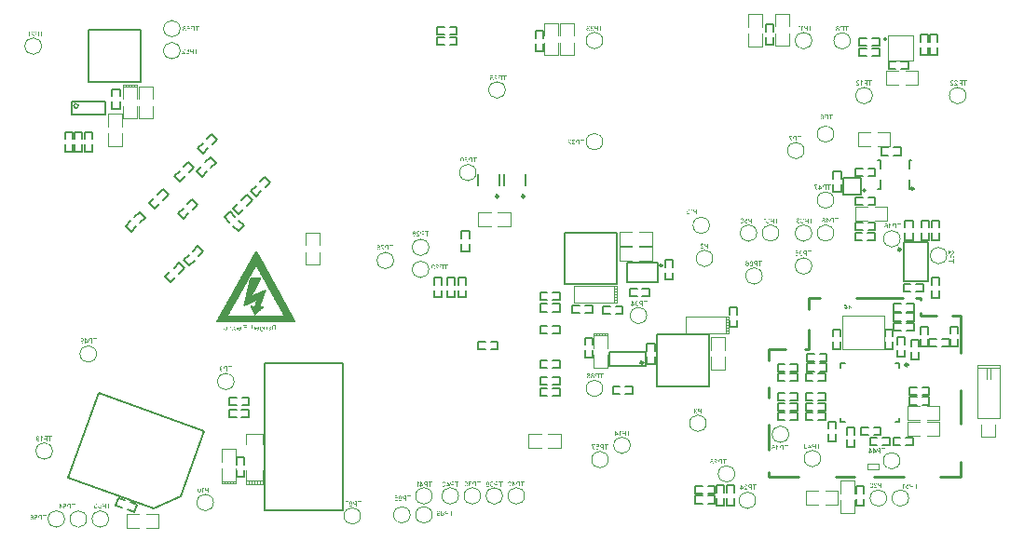
<source format=gbo>
G04 Layer_Color=32896*
%FSLAX25Y25*%
%MOIN*%
G70*
G01*
G75*
%ADD13C,0.00500*%
%ADD14C,0.00600*%
%ADD16C,0.01000*%
%ADD141C,0.00984*%
%ADD142C,0.00394*%
%ADD144C,0.00984*%
%ADD146C,0.00787*%
%ADD147C,0.00400*%
%ADD148C,0.00787*%
%ADD149C,0.00402*%
%ADD237C,0.00100*%
%ADD238C,0.00591*%
G36*
X-164644Y162946D02*
X-164885D01*
Y163630D01*
X-165366D01*
X-165422Y163633D01*
X-165476Y163639D01*
X-165526Y163645D01*
X-165574Y163657D01*
X-165615Y163670D01*
X-165657Y163684D01*
X-165694Y163701D01*
X-165729Y163720D01*
X-165761Y163741D01*
X-165790Y163761D01*
X-165817Y163784D01*
X-165842Y163807D01*
X-165863Y163832D01*
X-165883Y163857D01*
X-165917Y163909D01*
X-165944Y163959D01*
X-165964Y164009D01*
X-165979Y164055D01*
X-165989Y164094D01*
X-165996Y164130D01*
X-165998Y164144D01*
Y164157D01*
X-166000Y164167D01*
Y164173D01*
Y164177D01*
Y164180D01*
X-165994Y164225D01*
X-165985Y164267D01*
X-165975Y164309D01*
X-165960Y164346D01*
X-165946Y164381D01*
X-165927Y164412D01*
X-165908Y164444D01*
X-165885Y164473D01*
X-165863Y164498D01*
X-165840Y164523D01*
X-165788Y164564D01*
X-165734Y164600D01*
X-165680Y164629D01*
X-165623Y164652D01*
X-165571Y164670D01*
X-165524Y164683D01*
X-165480Y164691D01*
X-165461Y164695D01*
X-165443Y164697D01*
X-165428Y164699D01*
X-165415Y164702D01*
X-165405Y164704D01*
X-164644D01*
Y162946D01*
D02*
G37*
G36*
X-57975Y182253D02*
Y182022D01*
X-58343Y182237D01*
Y180745D01*
X-58549D01*
Y182503D01*
X-58395D01*
X-57975Y182253D01*
D02*
G37*
G36*
X-56841D02*
Y182022D01*
X-57209Y182237D01*
Y180745D01*
X-57415D01*
Y182503D01*
X-57261D01*
X-56841Y182253D01*
D02*
G37*
G36*
X-53528Y182305D02*
X-54137D01*
Y180745D01*
X-54379D01*
Y182305D01*
X-54978D01*
Y182503D01*
X-53528D01*
Y182305D01*
D02*
G37*
G36*
X-162944Y164506D02*
X-163554D01*
Y162946D01*
X-163795D01*
Y164506D01*
X-164394D01*
Y164704D01*
X-162944D01*
Y164506D01*
D02*
G37*
G36*
X-271106Y16853D02*
Y16622D01*
X-271474Y16837D01*
Y15345D01*
X-271680D01*
Y17103D01*
X-271526D01*
X-271106Y16853D01*
D02*
G37*
G36*
X-55227Y180745D02*
X-55468D01*
Y181430D01*
X-55949D01*
X-56005Y181432D01*
X-56059Y181438D01*
X-56109Y181444D01*
X-56157Y181457D01*
X-56199Y181469D01*
X-56240Y181484D01*
X-56278Y181500D01*
X-56313Y181519D01*
X-56344Y181540D01*
X-56373Y181561D01*
X-56400Y181583D01*
X-56425Y181606D01*
X-56446Y181631D01*
X-56467Y181656D01*
X-56500Y181708D01*
X-56527Y181758D01*
X-56548Y181808D01*
X-56563Y181854D01*
X-56573Y181894D01*
X-56579Y181929D01*
X-56581Y181943D01*
Y181956D01*
X-56583Y181966D01*
Y181973D01*
Y181977D01*
Y181979D01*
X-56577Y182025D01*
X-56569Y182066D01*
X-56558Y182108D01*
X-56544Y182145D01*
X-56529Y182181D01*
X-56511Y182212D01*
X-56492Y182243D01*
X-56469Y182272D01*
X-56446Y182297D01*
X-56423Y182322D01*
X-56371Y182363D01*
X-56317Y182399D01*
X-56263Y182428D01*
X-56207Y182451D01*
X-56155Y182470D01*
X-56107Y182482D01*
X-56063Y182490D01*
X-56045Y182495D01*
X-56026Y182497D01*
X-56011Y182499D01*
X-55999Y182501D01*
X-55989Y182503D01*
X-55227D01*
Y180745D01*
D02*
G37*
G36*
X-33992Y161145D02*
X-34233D01*
Y161830D01*
X-34714D01*
X-34770Y161832D01*
X-34824Y161838D01*
X-34874Y161844D01*
X-34922Y161857D01*
X-34963Y161869D01*
X-35005Y161884D01*
X-35042Y161900D01*
X-35078Y161919D01*
X-35109Y161940D01*
X-35138Y161961D01*
X-35165Y161984D01*
X-35190Y162006D01*
X-35211Y162031D01*
X-35232Y162056D01*
X-35265Y162108D01*
X-35292Y162158D01*
X-35313Y162208D01*
X-35327Y162254D01*
X-35337Y162294D01*
X-35344Y162329D01*
X-35346Y162343D01*
Y162356D01*
X-35348Y162366D01*
Y162373D01*
Y162377D01*
Y162379D01*
X-35342Y162425D01*
X-35333Y162466D01*
X-35323Y162508D01*
X-35308Y162545D01*
X-35294Y162581D01*
X-35275Y162612D01*
X-35256Y162643D01*
X-35234Y162672D01*
X-35211Y162697D01*
X-35188Y162722D01*
X-35136Y162764D01*
X-35082Y162799D01*
X-35028Y162828D01*
X-34971Y162851D01*
X-34920Y162870D01*
X-34872Y162882D01*
X-34828Y162890D01*
X-34809Y162895D01*
X-34791Y162897D01*
X-34776Y162899D01*
X-34764Y162901D01*
X-34753Y162903D01*
X-33992D01*
Y161145D01*
D02*
G37*
G36*
X-94773Y115045D02*
X-95014D01*
Y115730D01*
X-95495D01*
X-95551Y115732D01*
X-95605Y115738D01*
X-95655Y115744D01*
X-95703Y115757D01*
X-95744Y115769D01*
X-95786Y115784D01*
X-95823Y115800D01*
X-95859Y115819D01*
X-95890Y115840D01*
X-95919Y115861D01*
X-95946Y115884D01*
X-95971Y115906D01*
X-95992Y115931D01*
X-96013Y115956D01*
X-96046Y116008D01*
X-96073Y116058D01*
X-96094Y116108D01*
X-96108Y116154D01*
X-96119Y116193D01*
X-96125Y116229D01*
X-96127Y116243D01*
Y116256D01*
X-96129Y116266D01*
Y116272D01*
Y116277D01*
Y116279D01*
X-96123Y116324D01*
X-96114Y116366D01*
X-96104Y116408D01*
X-96090Y116445D01*
X-96075Y116481D01*
X-96056Y116512D01*
X-96038Y116543D01*
X-96015Y116572D01*
X-95992Y116597D01*
X-95969Y116622D01*
X-95917Y116664D01*
X-95863Y116699D01*
X-95809Y116728D01*
X-95753Y116751D01*
X-95701Y116770D01*
X-95653Y116782D01*
X-95609Y116790D01*
X-95590Y116795D01*
X-95572Y116797D01*
X-95557Y116799D01*
X-95545Y116801D01*
X-95534Y116803D01*
X-94773D01*
Y115045D01*
D02*
G37*
G36*
X-93073Y116605D02*
X-93683D01*
Y115045D01*
X-93924D01*
Y116605D01*
X-94523D01*
Y116803D01*
X-93073D01*
Y116605D01*
D02*
G37*
G36*
X-276538Y173167D02*
X-276694D01*
X-276719Y173196D01*
X-276747Y173221D01*
X-276776Y173242D01*
X-276805Y173260D01*
X-276834Y173277D01*
X-276863Y173289D01*
X-276892Y173300D01*
X-276919Y173308D01*
X-276944Y173314D01*
X-276969Y173321D01*
X-276990Y173325D01*
X-277009Y173327D01*
X-277025Y173329D01*
X-277046D01*
X-277077Y173327D01*
X-277106Y173325D01*
X-277158Y173314D01*
X-277204Y173298D01*
X-277241Y173279D01*
X-277271Y173260D01*
X-277283Y173252D01*
X-277293Y173246D01*
X-277300Y173237D01*
X-277306Y173233D01*
X-277310Y173231D01*
Y173229D01*
X-277327Y173210D01*
X-277341Y173190D01*
X-277366Y173144D01*
X-277383Y173096D01*
X-277393Y173050D01*
X-277402Y173011D01*
X-277404Y172992D01*
Y172977D01*
X-277406Y172965D01*
Y172954D01*
Y172948D01*
Y172946D01*
X-277404Y172913D01*
X-277402Y172882D01*
X-277389Y172824D01*
X-277373Y172774D01*
X-277362Y172753D01*
X-277352Y172732D01*
X-277341Y172715D01*
X-277331Y172699D01*
X-277323Y172686D01*
X-277314Y172676D01*
X-277308Y172665D01*
X-277302Y172659D01*
X-277300Y172657D01*
X-277298Y172655D01*
X-277277Y172636D01*
X-277256Y172620D01*
X-277233Y172605D01*
X-277210Y172595D01*
X-277162Y172574D01*
X-277119Y172561D01*
X-277079Y172555D01*
X-277063Y172553D01*
X-277048Y172551D01*
X-277036Y172549D01*
X-277019D01*
X-276975Y172551D01*
X-276934Y172557D01*
X-276896Y172566D01*
X-276861Y172578D01*
X-276828Y172593D01*
X-276796Y172609D01*
X-276769Y172626D01*
X-276744Y172645D01*
X-276724Y172661D01*
X-276705Y172678D01*
X-276688Y172695D01*
X-276676Y172709D01*
X-276665Y172722D01*
X-276657Y172730D01*
X-276653Y172736D01*
X-276651Y172738D01*
X-276488Y172626D01*
X-276518Y172578D01*
X-276551Y172536D01*
X-276586Y172501D01*
X-276622Y172474D01*
X-276653Y172451D01*
X-276667Y172443D01*
X-276680Y172434D01*
X-276688Y172430D01*
X-276696Y172426D01*
X-276701Y172422D01*
X-276703D01*
X-276759Y172399D01*
X-276813Y172382D01*
X-276867Y172370D01*
X-276915Y172362D01*
X-276938Y172360D01*
X-276957Y172358D01*
X-276975Y172355D01*
X-276990D01*
X-277002Y172353D01*
X-277019D01*
X-277067Y172355D01*
X-277115Y172360D01*
X-277158Y172368D01*
X-277200Y172378D01*
X-277237Y172391D01*
X-277273Y172403D01*
X-277306Y172418D01*
X-277335Y172432D01*
X-277362Y172447D01*
X-277385Y172462D01*
X-277406Y172474D01*
X-277422Y172486D01*
X-277435Y172497D01*
X-277443Y172505D01*
X-277449Y172509D01*
X-277452Y172511D01*
X-277481Y172543D01*
X-277508Y172576D01*
X-277531Y172609D01*
X-277549Y172645D01*
X-277566Y172680D01*
X-277578Y172715D01*
X-277591Y172751D01*
X-277599Y172784D01*
X-277606Y172815D01*
X-277612Y172844D01*
X-277616Y172871D01*
X-277618Y172894D01*
Y172913D01*
X-277620Y172925D01*
Y172936D01*
Y172938D01*
X-277618Y172988D01*
X-277614Y173034D01*
X-277606Y173077D01*
X-277597Y173119D01*
X-277585Y173156D01*
X-277572Y173192D01*
X-277560Y173225D01*
X-277545Y173254D01*
X-277531Y173279D01*
X-277518Y173302D01*
X-277506Y173321D01*
X-277493Y173337D01*
X-277485Y173350D01*
X-277477Y173360D01*
X-277472Y173364D01*
X-277470Y173366D01*
X-277441Y173396D01*
X-277410Y173418D01*
X-277379Y173441D01*
X-277345Y173460D01*
X-277312Y173475D01*
X-277279Y173487D01*
X-277246Y173497D01*
X-277214Y173506D01*
X-277185Y173514D01*
X-277158Y173518D01*
X-277133Y173522D01*
X-277113Y173524D01*
X-277096Y173527D01*
X-277071D01*
X-277004Y173522D01*
X-276944Y173514D01*
X-276890Y173500D01*
X-276867Y173491D01*
X-276846Y173485D01*
X-276828Y173477D01*
X-276811Y173468D01*
X-276796Y173462D01*
X-276784Y173454D01*
X-276776Y173450D01*
X-276769Y173445D01*
X-276765Y173441D01*
X-276763D01*
X-276823Y173938D01*
X-277526D01*
Y174136D01*
X-276642D01*
X-276538Y173167D01*
D02*
G37*
G36*
X-35606Y162653D02*
Y162422D01*
X-35974Y162637D01*
Y161145D01*
X-36180D01*
Y162903D01*
X-36026D01*
X-35606Y162653D01*
D02*
G37*
G36*
X-32292Y162705D02*
X-32902D01*
Y161145D01*
X-33143D01*
Y162705D01*
X-33742D01*
Y162903D01*
X-32292D01*
Y162705D01*
D02*
G37*
G36*
X-278423Y174159D02*
X-278377Y174155D01*
X-278333Y174146D01*
X-278294Y174138D01*
X-278259Y174126D01*
X-278225Y174113D01*
X-278194Y174101D01*
X-278167Y174086D01*
X-278142Y174072D01*
X-278121Y174059D01*
X-278105Y174047D01*
X-278090Y174034D01*
X-278078Y174026D01*
X-278069Y174017D01*
X-278065Y174013D01*
X-278063Y174011D01*
X-278038Y173982D01*
X-278017Y173953D01*
X-277999Y173922D01*
X-277982Y173890D01*
X-277967Y173859D01*
X-277957Y173828D01*
X-277940Y173770D01*
X-277934Y173743D01*
X-277930Y173718D01*
X-277926Y173695D01*
X-277924Y173676D01*
X-277922Y173660D01*
Y173649D01*
Y173641D01*
Y173639D01*
X-278111D01*
X-278113Y173666D01*
X-278115Y173691D01*
X-278126Y173737D01*
X-278140Y173778D01*
X-278157Y173811D01*
X-278171Y173838D01*
X-278186Y173857D01*
X-278196Y173870D01*
X-278200Y173874D01*
X-278219Y173890D01*
X-278238Y173903D01*
X-278279Y173926D01*
X-278325Y173942D01*
X-278369Y173953D01*
X-278408Y173959D01*
X-278427Y173961D01*
X-278442D01*
X-278454Y173963D01*
X-278471D01*
X-278523Y173959D01*
X-278569Y173951D01*
X-278606Y173938D01*
X-278639Y173926D01*
X-278664Y173911D01*
X-278683Y173899D01*
X-278693Y173890D01*
X-278697Y173886D01*
X-278725Y173855D01*
X-278745Y173822D01*
X-278760Y173786D01*
X-278768Y173755D01*
X-278774Y173726D01*
X-278777Y173701D01*
X-278779Y173693D01*
Y173687D01*
Y173682D01*
Y173680D01*
X-278777Y173643D01*
X-278770Y173608D01*
X-278760Y173576D01*
X-278752Y173547D01*
X-278741Y173524D01*
X-278731Y173506D01*
X-278725Y173495D01*
X-278722Y173491D01*
X-278700Y173458D01*
X-278673Y173420D01*
X-278643Y173383D01*
X-278614Y173348D01*
X-278589Y173316D01*
X-278577Y173304D01*
X-278569Y173292D01*
X-278560Y173281D01*
X-278554Y173275D01*
X-278550Y173271D01*
X-278548Y173269D01*
X-278523Y173242D01*
X-278496Y173210D01*
X-278469Y173179D01*
X-278444Y173148D01*
X-278419Y173121D01*
X-278400Y173100D01*
X-278394Y173092D01*
X-278388Y173086D01*
X-278385Y173081D01*
X-278383Y173079D01*
X-278346Y173036D01*
X-278309Y172992D01*
X-278273Y172952D01*
X-278244Y172915D01*
X-278217Y172884D01*
X-278207Y172871D01*
X-278196Y172861D01*
X-278190Y172853D01*
X-278184Y172846D01*
X-278182Y172842D01*
X-278180Y172840D01*
X-278134Y172786D01*
X-278088Y172732D01*
X-278044Y172682D01*
X-278005Y172636D01*
X-277988Y172616D01*
X-277972Y172597D01*
X-277957Y172580D01*
X-277944Y172568D01*
X-277936Y172555D01*
X-277928Y172547D01*
X-277924Y172543D01*
X-277922Y172541D01*
Y172378D01*
X-279012D01*
Y172574D01*
X-278221D01*
X-278259Y172616D01*
X-278296Y172657D01*
X-278329Y172695D01*
X-278358Y172728D01*
X-278383Y172755D01*
X-278402Y172778D01*
X-278410Y172786D01*
X-278415Y172792D01*
X-278419Y172794D01*
Y172796D01*
X-278481Y172869D01*
X-278510Y172903D01*
X-278535Y172934D01*
X-278558Y172959D01*
X-278575Y172979D01*
X-278581Y172988D01*
X-278585Y172994D01*
X-278589Y172996D01*
Y172998D01*
X-278621Y173038D01*
X-278650Y173073D01*
X-278677Y173104D01*
X-278700Y173131D01*
X-278718Y173154D01*
X-278733Y173169D01*
X-278743Y173179D01*
X-278745Y173183D01*
X-278787Y173235D01*
X-278824Y173283D01*
X-278856Y173325D01*
X-278881Y173362D01*
X-278899Y173391D01*
X-278914Y173412D01*
X-278918Y173420D01*
X-278922Y173427D01*
X-278924Y173429D01*
Y173431D01*
X-278945Y173472D01*
X-278960Y173514D01*
X-278970Y173556D01*
X-278976Y173595D01*
X-278982Y173628D01*
Y173643D01*
X-278984Y173655D01*
Y173666D01*
Y173674D01*
Y173678D01*
Y173680D01*
X-278982Y173722D01*
X-278978Y173759D01*
X-278970Y173797D01*
X-278962Y173830D01*
X-278949Y173861D01*
X-278937Y173890D01*
X-278924Y173918D01*
X-278910Y173940D01*
X-278895Y173961D01*
X-278883Y173980D01*
X-278870Y173997D01*
X-278858Y174009D01*
X-278849Y174020D01*
X-278841Y174026D01*
X-278837Y174030D01*
X-278835Y174032D01*
X-278806Y174055D01*
X-278777Y174074D01*
X-278745Y174092D01*
X-278714Y174107D01*
X-278685Y174119D01*
X-278654Y174130D01*
X-278598Y174144D01*
X-278571Y174151D01*
X-278546Y174155D01*
X-278525Y174157D01*
X-278506Y174159D01*
X-278492Y174161D01*
X-278471D01*
X-278423Y174159D01*
D02*
G37*
G36*
X-37249Y162926D02*
X-37203Y162922D01*
X-37160Y162913D01*
X-37120Y162905D01*
X-37085Y162892D01*
X-37051Y162880D01*
X-37020Y162867D01*
X-36993Y162853D01*
X-36968Y162838D01*
X-36947Y162826D01*
X-36931Y162813D01*
X-36916Y162801D01*
X-36904Y162793D01*
X-36895Y162784D01*
X-36891Y162780D01*
X-36889Y162778D01*
X-36864Y162749D01*
X-36843Y162720D01*
X-36825Y162689D01*
X-36808Y162657D01*
X-36794Y162626D01*
X-36783Y162595D01*
X-36766Y162537D01*
X-36760Y162510D01*
X-36756Y162485D01*
X-36752Y162462D01*
X-36750Y162443D01*
X-36748Y162427D01*
Y162416D01*
Y162408D01*
Y162406D01*
X-36937D01*
X-36939Y162433D01*
X-36941Y162458D01*
X-36952Y162504D01*
X-36966Y162545D01*
X-36983Y162578D01*
X-36997Y162605D01*
X-37012Y162624D01*
X-37022Y162637D01*
X-37027Y162641D01*
X-37045Y162657D01*
X-37064Y162670D01*
X-37106Y162693D01*
X-37151Y162709D01*
X-37195Y162720D01*
X-37235Y162726D01*
X-37253Y162728D01*
X-37268D01*
X-37280Y162730D01*
X-37297D01*
X-37349Y162726D01*
X-37395Y162718D01*
X-37432Y162705D01*
X-37465Y162693D01*
X-37490Y162678D01*
X-37509Y162666D01*
X-37519Y162657D01*
X-37524Y162653D01*
X-37551Y162622D01*
X-37571Y162589D01*
X-37586Y162553D01*
X-37594Y162522D01*
X-37601Y162493D01*
X-37603Y162468D01*
X-37605Y162460D01*
Y162454D01*
Y162450D01*
Y162447D01*
X-37603Y162410D01*
X-37596Y162375D01*
X-37586Y162343D01*
X-37578Y162314D01*
X-37567Y162291D01*
X-37557Y162273D01*
X-37551Y162262D01*
X-37549Y162258D01*
X-37526Y162225D01*
X-37499Y162187D01*
X-37470Y162150D01*
X-37440Y162115D01*
X-37415Y162083D01*
X-37403Y162071D01*
X-37395Y162058D01*
X-37386Y162048D01*
X-37380Y162042D01*
X-37376Y162038D01*
X-37374Y162036D01*
X-37349Y162009D01*
X-37322Y161977D01*
X-37295Y161946D01*
X-37270Y161915D01*
X-37245Y161888D01*
X-37226Y161867D01*
X-37220Y161859D01*
X-37214Y161853D01*
X-37212Y161848D01*
X-37209Y161846D01*
X-37172Y161803D01*
X-37135Y161759D01*
X-37099Y161719D01*
X-37070Y161682D01*
X-37043Y161651D01*
X-37033Y161638D01*
X-37022Y161628D01*
X-37016Y161619D01*
X-37010Y161613D01*
X-37008Y161609D01*
X-37006Y161607D01*
X-36960Y161553D01*
X-36914Y161499D01*
X-36871Y161449D01*
X-36831Y161403D01*
X-36814Y161382D01*
X-36798Y161364D01*
X-36783Y161347D01*
X-36771Y161335D01*
X-36762Y161322D01*
X-36754Y161314D01*
X-36750Y161310D01*
X-36748Y161308D01*
Y161145D01*
X-37838D01*
Y161341D01*
X-37047D01*
X-37085Y161382D01*
X-37122Y161424D01*
X-37156Y161461D01*
X-37185Y161495D01*
X-37209Y161522D01*
X-37228Y161545D01*
X-37237Y161553D01*
X-37241Y161559D01*
X-37245Y161561D01*
Y161563D01*
X-37307Y161636D01*
X-37336Y161670D01*
X-37361Y161701D01*
X-37384Y161726D01*
X-37401Y161746D01*
X-37407Y161755D01*
X-37411Y161761D01*
X-37415Y161763D01*
Y161765D01*
X-37447Y161805D01*
X-37476Y161840D01*
X-37503Y161871D01*
X-37526Y161898D01*
X-37544Y161921D01*
X-37559Y161936D01*
X-37569Y161946D01*
X-37571Y161950D01*
X-37613Y162002D01*
X-37650Y162050D01*
X-37682Y162092D01*
X-37707Y162129D01*
X-37725Y162158D01*
X-37740Y162179D01*
X-37744Y162187D01*
X-37748Y162194D01*
X-37750Y162196D01*
Y162198D01*
X-37771Y162239D01*
X-37786Y162281D01*
X-37796Y162323D01*
X-37802Y162362D01*
X-37809Y162395D01*
Y162410D01*
X-37811Y162422D01*
Y162433D01*
Y162441D01*
Y162445D01*
Y162447D01*
X-37809Y162489D01*
X-37804Y162526D01*
X-37796Y162564D01*
X-37788Y162597D01*
X-37775Y162628D01*
X-37763Y162657D01*
X-37750Y162685D01*
X-37736Y162707D01*
X-37721Y162728D01*
X-37709Y162747D01*
X-37696Y162764D01*
X-37684Y162776D01*
X-37675Y162786D01*
X-37667Y162793D01*
X-37663Y162797D01*
X-37661Y162799D01*
X-37632Y162822D01*
X-37603Y162840D01*
X-37571Y162859D01*
X-37540Y162874D01*
X-37511Y162886D01*
X-37480Y162897D01*
X-37424Y162911D01*
X-37397Y162917D01*
X-37372Y162922D01*
X-37351Y162924D01*
X-37332Y162926D01*
X-37318Y162928D01*
X-37297D01*
X-37249Y162926D01*
D02*
G37*
G36*
X-73528Y18005D02*
X-74137D01*
Y16445D01*
X-74379D01*
Y18005D01*
X-74978D01*
Y18203D01*
X-73528D01*
Y18005D01*
D02*
G37*
G36*
X-75227Y16445D02*
X-75468D01*
Y17130D01*
X-75949D01*
X-76005Y17132D01*
X-76059Y17138D01*
X-76109Y17144D01*
X-76157Y17157D01*
X-76199Y17169D01*
X-76240Y17184D01*
X-76278Y17200D01*
X-76313Y17219D01*
X-76344Y17240D01*
X-76373Y17261D01*
X-76400Y17284D01*
X-76425Y17306D01*
X-76446Y17331D01*
X-76467Y17356D01*
X-76500Y17408D01*
X-76527Y17458D01*
X-76548Y17508D01*
X-76563Y17554D01*
X-76573Y17594D01*
X-76579Y17629D01*
X-76581Y17643D01*
Y17656D01*
X-76583Y17666D01*
Y17673D01*
Y17677D01*
Y17679D01*
X-76577Y17725D01*
X-76569Y17766D01*
X-76558Y17808D01*
X-76544Y17845D01*
X-76529Y17880D01*
X-76511Y17912D01*
X-76492Y17943D01*
X-76469Y17972D01*
X-76446Y17997D01*
X-76423Y18022D01*
X-76371Y18064D01*
X-76317Y18099D01*
X-76263Y18128D01*
X-76207Y18151D01*
X-76155Y18170D01*
X-76107Y18182D01*
X-76063Y18190D01*
X-76045Y18195D01*
X-76026Y18197D01*
X-76011Y18199D01*
X-75999Y18201D01*
X-75989Y18203D01*
X-75227D01*
Y16445D01*
D02*
G37*
G36*
X-78154Y16932D02*
Y16778D01*
X-78996D01*
Y16445D01*
X-79202D01*
Y16778D01*
X-79477D01*
Y16976D01*
X-79202D01*
Y18203D01*
X-79046D01*
X-78154Y16932D01*
D02*
G37*
G36*
X-40628Y182115D02*
X-41237D01*
Y180555D01*
X-41479D01*
Y182115D01*
X-42078D01*
Y182313D01*
X-40628D01*
Y182115D01*
D02*
G37*
G36*
X-57392Y142805D02*
X-58002D01*
Y141245D01*
X-58243D01*
Y142805D01*
X-58842D01*
Y143003D01*
X-57392D01*
Y142805D01*
D02*
G37*
G36*
X-44474Y182336D02*
X-44434Y182332D01*
X-44397Y182326D01*
X-44361Y182317D01*
X-44328Y182307D01*
X-44299Y182294D01*
X-44272Y182282D01*
X-44247Y182270D01*
X-44224Y182257D01*
X-44205Y182245D01*
X-44189Y182232D01*
X-44176Y182222D01*
X-44166Y182213D01*
X-44158Y182207D01*
X-44153Y182203D01*
X-44151Y182201D01*
X-44129Y182174D01*
X-44108Y182149D01*
X-44089Y182120D01*
X-44074Y182093D01*
X-44062Y182068D01*
X-44052Y182041D01*
X-44035Y181991D01*
X-44029Y181970D01*
X-44025Y181949D01*
X-44022Y181930D01*
X-44020Y181916D01*
X-44018Y181901D01*
Y181893D01*
Y181887D01*
Y181885D01*
X-44020Y181841D01*
X-44029Y181799D01*
X-44037Y181760D01*
X-44049Y181727D01*
X-44060Y181700D01*
X-44070Y181679D01*
X-44072Y181670D01*
X-44076Y181664D01*
X-44079Y181662D01*
Y181660D01*
X-44104Y181625D01*
X-44129Y181594D01*
X-44155Y181569D01*
X-44183Y181550D01*
X-44205Y181533D01*
X-44224Y181523D01*
X-44237Y181517D01*
X-44239Y181514D01*
X-44241D01*
X-44191Y181496D01*
X-44147Y181471D01*
X-44110Y181442D01*
X-44079Y181415D01*
X-44052Y181387D01*
X-44033Y181365D01*
X-44027Y181356D01*
X-44022Y181350D01*
X-44020Y181346D01*
X-44018Y181344D01*
X-43989Y181294D01*
X-43968Y181242D01*
X-43954Y181192D01*
X-43943Y181144D01*
X-43939Y181123D01*
X-43937Y181105D01*
X-43935Y181086D01*
Y181071D01*
X-43933Y181059D01*
Y181051D01*
Y181044D01*
Y181042D01*
X-43935Y180999D01*
X-43939Y180957D01*
X-43947Y180920D01*
X-43960Y180882D01*
X-43973Y180849D01*
X-43985Y180820D01*
X-44002Y180791D01*
X-44016Y180766D01*
X-44031Y180743D01*
X-44047Y180724D01*
X-44060Y180707D01*
X-44074Y180693D01*
X-44085Y180682D01*
X-44093Y180674D01*
X-44097Y180670D01*
X-44099Y180668D01*
X-44131Y180643D01*
X-44166Y180622D01*
X-44199Y180603D01*
X-44235Y180589D01*
X-44270Y180574D01*
X-44303Y180564D01*
X-44370Y180547D01*
X-44401Y180543D01*
X-44428Y180539D01*
X-44453Y180535D01*
X-44474Y180533D01*
X-44490Y180531D01*
X-44515D01*
X-44565Y180533D01*
X-44613Y180537D01*
X-44657Y180543D01*
X-44698Y180553D01*
X-44738Y180564D01*
X-44773Y180576D01*
X-44804Y180589D01*
X-44836Y180601D01*
X-44861Y180614D01*
X-44883Y180628D01*
X-44902Y180639D01*
X-44919Y180649D01*
X-44931Y180659D01*
X-44942Y180666D01*
X-44946Y180670D01*
X-44948Y180672D01*
X-44977Y180699D01*
X-45000Y180728D01*
X-45023Y180757D01*
X-45042Y180789D01*
X-45056Y180820D01*
X-45069Y180851D01*
X-45079Y180880D01*
X-45087Y180909D01*
X-45096Y180936D01*
X-45100Y180961D01*
X-45104Y180984D01*
X-45106Y181005D01*
X-45108Y181019D01*
Y181032D01*
Y181040D01*
Y181042D01*
Y181073D01*
X-45104Y181105D01*
X-45094Y181163D01*
X-45079Y181213D01*
X-45062Y181259D01*
X-45054Y181277D01*
X-45046Y181294D01*
X-45037Y181308D01*
X-45031Y181321D01*
X-45025Y181331D01*
X-45021Y181338D01*
X-45019Y181342D01*
X-45017Y181344D01*
X-44981Y181387D01*
X-44944Y181425D01*
X-44908Y181454D01*
X-44873Y181477D01*
X-44844Y181494D01*
X-44819Y181506D01*
X-44811Y181510D01*
X-44804Y181512D01*
X-44800Y181514D01*
X-44798D01*
X-44836Y181533D01*
X-44869Y181556D01*
X-44898Y181579D01*
X-44921Y181604D01*
X-44942Y181625D01*
X-44954Y181643D01*
X-44965Y181656D01*
X-44967Y181658D01*
Y181660D01*
X-44987Y181700D01*
X-45004Y181739D01*
X-45015Y181776D01*
X-45023Y181812D01*
X-45027Y181841D01*
X-45031Y181864D01*
Y181872D01*
Y181878D01*
Y181883D01*
Y181885D01*
X-45029Y181920D01*
X-45025Y181951D01*
X-45019Y181984D01*
X-45010Y182014D01*
X-44987Y182068D01*
X-44975Y182093D01*
X-44963Y182115D01*
X-44950Y182134D01*
X-44938Y182153D01*
X-44925Y182167D01*
X-44915Y182182D01*
X-44906Y182193D01*
X-44900Y182199D01*
X-44896Y182203D01*
X-44894Y182205D01*
X-44867Y182228D01*
X-44838Y182249D01*
X-44809Y182267D01*
X-44777Y182282D01*
X-44746Y182294D01*
X-44713Y182305D01*
X-44653Y182322D01*
X-44626Y182328D01*
X-44599Y182332D01*
X-44576Y182334D01*
X-44555Y182336D01*
X-44538Y182338D01*
X-44515D01*
X-44474Y182336D01*
D02*
G37*
G36*
X-42327Y180555D02*
X-42568D01*
Y181240D01*
X-43049D01*
X-43105Y181242D01*
X-43159Y181248D01*
X-43209Y181254D01*
X-43257Y181267D01*
X-43299Y181279D01*
X-43340Y181294D01*
X-43378Y181311D01*
X-43413Y181329D01*
X-43444Y181350D01*
X-43473Y181371D01*
X-43500Y181394D01*
X-43525Y181417D01*
X-43546Y181442D01*
X-43567Y181467D01*
X-43600Y181519D01*
X-43627Y181569D01*
X-43648Y181618D01*
X-43663Y181664D01*
X-43673Y181704D01*
X-43679Y181739D01*
X-43681Y181754D01*
Y181766D01*
X-43683Y181776D01*
Y181783D01*
Y181787D01*
Y181789D01*
X-43677Y181835D01*
X-43669Y181876D01*
X-43658Y181918D01*
X-43644Y181955D01*
X-43629Y181991D01*
X-43611Y182022D01*
X-43592Y182053D01*
X-43569Y182082D01*
X-43546Y182107D01*
X-43523Y182132D01*
X-43471Y182174D01*
X-43417Y182209D01*
X-43363Y182238D01*
X-43307Y182261D01*
X-43255Y182280D01*
X-43207Y182292D01*
X-43163Y182301D01*
X-43145Y182305D01*
X-43126Y182307D01*
X-43111Y182309D01*
X-43099Y182311D01*
X-43088Y182313D01*
X-42327D01*
Y180555D01*
D02*
G37*
G36*
X-262792Y58845D02*
X-263033D01*
Y59530D01*
X-263513D01*
X-263570Y59532D01*
X-263624Y59538D01*
X-263674Y59544D01*
X-263721Y59557D01*
X-263763Y59569D01*
X-263805Y59584D01*
X-263842Y59600D01*
X-263878Y59619D01*
X-263909Y59640D01*
X-263938Y59661D01*
X-263965Y59684D01*
X-263990Y59706D01*
X-264011Y59731D01*
X-264031Y59756D01*
X-264065Y59808D01*
X-264092Y59858D01*
X-264113Y59908D01*
X-264127Y59954D01*
X-264138Y59993D01*
X-264144Y60029D01*
X-264146Y60043D01*
Y60056D01*
X-264148Y60066D01*
Y60072D01*
Y60077D01*
Y60079D01*
X-264142Y60124D01*
X-264133Y60166D01*
X-264123Y60208D01*
X-264108Y60245D01*
X-264094Y60281D01*
X-264075Y60312D01*
X-264056Y60343D01*
X-264034Y60372D01*
X-264011Y60397D01*
X-263988Y60422D01*
X-263936Y60464D01*
X-263882Y60499D01*
X-263828Y60528D01*
X-263772Y60551D01*
X-263720Y60570D01*
X-263672Y60582D01*
X-263628Y60590D01*
X-263609Y60595D01*
X-263591Y60597D01*
X-263576Y60599D01*
X-263563Y60601D01*
X-263553Y60603D01*
X-262792D01*
Y58845D01*
D02*
G37*
G36*
X-272749Y17124D02*
X-272691Y17115D01*
X-272641Y17103D01*
X-272620Y17095D01*
X-272599Y17088D01*
X-272581Y17080D01*
X-272566Y17072D01*
X-272551Y17065D01*
X-272541Y17059D01*
X-272533Y17055D01*
X-272527Y17051D01*
X-272522Y17047D01*
X-272520D01*
X-272481Y17014D01*
X-272445Y16980D01*
X-272416Y16945D01*
X-272389Y16912D01*
X-272368Y16882D01*
X-272354Y16858D01*
X-272348Y16849D01*
X-272345Y16843D01*
X-272341Y16839D01*
Y16837D01*
X-272319Y16787D01*
X-272298Y16737D01*
X-272281Y16687D01*
X-272269Y16641D01*
X-272262Y16620D01*
X-272258Y16602D01*
X-272254Y16585D01*
X-272252Y16570D01*
X-272248Y16560D01*
Y16552D01*
X-272246Y16545D01*
Y16543D01*
X-272237Y16483D01*
X-272231Y16425D01*
X-272227Y16369D01*
X-272225Y16321D01*
X-272223Y16298D01*
Y16279D01*
X-272221Y16263D01*
Y16246D01*
Y16236D01*
Y16227D01*
Y16221D01*
Y16219D01*
X-272223Y16159D01*
X-272225Y16100D01*
X-272229Y16046D01*
X-272233Y15996D01*
X-272235Y15976D01*
X-272237Y15957D01*
X-272239Y15938D01*
X-272241Y15924D01*
X-272244Y15913D01*
X-272246Y15903D01*
Y15899D01*
Y15897D01*
X-272258Y15838D01*
X-272273Y15784D01*
X-272287Y15736D01*
X-272304Y15695D01*
X-272312Y15676D01*
X-272319Y15659D01*
X-272325Y15645D01*
X-272331Y15632D01*
X-272335Y15622D01*
X-272339Y15616D01*
X-272341Y15611D01*
Y15609D01*
X-272368Y15564D01*
X-272397Y15524D01*
X-272429Y15489D01*
X-272456Y15458D01*
X-272483Y15435D01*
X-272501Y15416D01*
X-272510Y15410D01*
X-272516Y15406D01*
X-272518Y15401D01*
X-272520D01*
X-272566Y15374D01*
X-272614Y15354D01*
X-272662Y15341D01*
X-272709Y15331D01*
X-272751Y15325D01*
X-272768Y15322D01*
X-272784D01*
X-272797Y15320D01*
X-272814D01*
X-272878Y15325D01*
X-272936Y15333D01*
X-272986Y15345D01*
X-273007Y15354D01*
X-273028Y15362D01*
X-273044Y15368D01*
X-273061Y15376D01*
X-273074Y15383D01*
X-273084Y15389D01*
X-273094Y15393D01*
X-273101Y15397D01*
X-273103Y15401D01*
X-273105D01*
X-273144Y15435D01*
X-273180Y15468D01*
X-273211Y15503D01*
X-273238Y15537D01*
X-273259Y15566D01*
X-273273Y15589D01*
X-273279Y15597D01*
X-273284Y15603D01*
X-273286Y15607D01*
Y15609D01*
X-273309Y15659D01*
X-273329Y15709D01*
X-273346Y15757D01*
X-273358Y15801D01*
X-273367Y15840D01*
X-273371Y15857D01*
X-273375Y15869D01*
X-273377Y15882D01*
Y15890D01*
X-273379Y15894D01*
Y15897D01*
X-273388Y15957D01*
X-273396Y16015D01*
X-273400Y16069D01*
X-273402Y16117D01*
X-273404Y16140D01*
Y16159D01*
X-273406Y16177D01*
Y16192D01*
Y16202D01*
Y16213D01*
Y16217D01*
Y16219D01*
X-273404Y16279D01*
X-273402Y16338D01*
X-273398Y16394D01*
X-273394Y16442D01*
X-273390Y16464D01*
X-273388Y16483D01*
X-273386Y16502D01*
X-273383Y16516D01*
X-273381Y16527D01*
Y16537D01*
X-273379Y16541D01*
Y16543D01*
X-273369Y16604D01*
X-273354Y16658D01*
X-273340Y16708D01*
X-273323Y16751D01*
X-273315Y16770D01*
X-273309Y16787D01*
X-273302Y16801D01*
X-273296Y16814D01*
X-273292Y16824D01*
X-273288Y16830D01*
X-273286Y16835D01*
Y16837D01*
X-273259Y16882D01*
X-273227Y16924D01*
X-273196Y16959D01*
X-273167Y16991D01*
X-273140Y17014D01*
X-273119Y17032D01*
X-273111Y17038D01*
X-273107Y17043D01*
X-273103Y17047D01*
X-273101D01*
X-273055Y17074D01*
X-273007Y17095D01*
X-272959Y17109D01*
X-272913Y17117D01*
X-272874Y17124D01*
X-272857Y17126D01*
X-272843D01*
X-272830Y17128D01*
X-272814D01*
X-272749Y17124D01*
D02*
G37*
G36*
X-269492Y15345D02*
X-269733D01*
Y16030D01*
X-270214D01*
X-270270Y16032D01*
X-270324Y16038D01*
X-270374Y16044D01*
X-270422Y16057D01*
X-270463Y16069D01*
X-270505Y16084D01*
X-270542Y16100D01*
X-270578Y16119D01*
X-270609Y16140D01*
X-270638Y16161D01*
X-270665Y16183D01*
X-270690Y16206D01*
X-270711Y16231D01*
X-270731Y16256D01*
X-270765Y16308D01*
X-270792Y16358D01*
X-270813Y16408D01*
X-270827Y16454D01*
X-270837Y16493D01*
X-270844Y16529D01*
X-270846Y16543D01*
Y16556D01*
X-270848Y16566D01*
Y16572D01*
Y16577D01*
Y16579D01*
X-270842Y16624D01*
X-270833Y16666D01*
X-270823Y16708D01*
X-270808Y16745D01*
X-270794Y16781D01*
X-270775Y16812D01*
X-270756Y16843D01*
X-270733Y16872D01*
X-270711Y16897D01*
X-270688Y16922D01*
X-270636Y16963D01*
X-270582Y16999D01*
X-270528Y17028D01*
X-270472Y17051D01*
X-270420Y17070D01*
X-270372Y17082D01*
X-270328Y17090D01*
X-270309Y17095D01*
X-270290Y17097D01*
X-270276Y17099D01*
X-270264Y17101D01*
X-270253Y17103D01*
X-269492D01*
Y15345D01*
D02*
G37*
G36*
X-267792Y16905D02*
X-268402D01*
Y15345D01*
X-268643D01*
Y16905D01*
X-269242D01*
Y17103D01*
X-267792D01*
Y16905D01*
D02*
G37*
G36*
X-167708Y163734D02*
X-167864D01*
X-167888Y163763D01*
X-167916Y163788D01*
X-167945Y163809D01*
X-167974Y163828D01*
X-168003Y163845D01*
X-168032Y163857D01*
X-168061Y163867D01*
X-168088Y163876D01*
X-168113Y163882D01*
X-168138Y163888D01*
X-168159Y163892D01*
X-168178Y163895D01*
X-168194Y163897D01*
X-168215D01*
X-168246Y163895D01*
X-168275Y163892D01*
X-168327Y163882D01*
X-168373Y163865D01*
X-168411Y163847D01*
X-168440Y163828D01*
X-168452Y163820D01*
X-168463Y163813D01*
X-168469Y163805D01*
X-168475Y163801D01*
X-168479Y163799D01*
Y163797D01*
X-168496Y163778D01*
X-168510Y163757D01*
X-168535Y163712D01*
X-168552Y163664D01*
X-168562Y163618D01*
X-168571Y163578D01*
X-168573Y163560D01*
Y163545D01*
X-168575Y163533D01*
Y163522D01*
Y163516D01*
Y163514D01*
X-168573Y163481D01*
X-168571Y163449D01*
X-168558Y163391D01*
X-168542Y163341D01*
X-168531Y163321D01*
X-168521Y163300D01*
X-168510Y163283D01*
X-168500Y163266D01*
X-168492Y163254D01*
X-168483Y163243D01*
X-168477Y163233D01*
X-168471Y163227D01*
X-168469Y163225D01*
X-168467Y163223D01*
X-168446Y163204D01*
X-168425Y163187D01*
X-168402Y163173D01*
X-168379Y163162D01*
X-168332Y163142D01*
X-168288Y163129D01*
X-168248Y163123D01*
X-168232Y163121D01*
X-168217Y163119D01*
X-168205Y163117D01*
X-168188D01*
X-168144Y163119D01*
X-168103Y163125D01*
X-168065Y163133D01*
X-168030Y163146D01*
X-167997Y163160D01*
X-167965Y163177D01*
X-167938Y163194D01*
X-167913Y163212D01*
X-167893Y163229D01*
X-167874Y163246D01*
X-167857Y163262D01*
X-167845Y163277D01*
X-167834Y163289D01*
X-167826Y163298D01*
X-167822Y163304D01*
X-167820Y163306D01*
X-167658Y163194D01*
X-167687Y163146D01*
X-167720Y163104D01*
X-167755Y163069D01*
X-167791Y163042D01*
X-167822Y163019D01*
X-167836Y163011D01*
X-167849Y163002D01*
X-167857Y162998D01*
X-167866Y162994D01*
X-167870Y162990D01*
X-167872D01*
X-167928Y162967D01*
X-167982Y162950D01*
X-168036Y162938D01*
X-168084Y162929D01*
X-168107Y162927D01*
X-168126Y162925D01*
X-168144Y162923D01*
X-168159D01*
X-168171Y162921D01*
X-168188D01*
X-168236Y162923D01*
X-168284Y162927D01*
X-168327Y162936D01*
X-168369Y162946D01*
X-168406Y162959D01*
X-168442Y162971D01*
X-168475Y162986D01*
X-168504Y163000D01*
X-168531Y163015D01*
X-168554Y163029D01*
X-168575Y163042D01*
X-168592Y163054D01*
X-168604Y163065D01*
X-168612Y163073D01*
X-168619Y163077D01*
X-168621Y163079D01*
X-168650Y163110D01*
X-168677Y163144D01*
X-168700Y163177D01*
X-168719Y163212D01*
X-168735Y163248D01*
X-168748Y163283D01*
X-168760Y163318D01*
X-168768Y163352D01*
X-168775Y163383D01*
X-168781Y163412D01*
X-168785Y163439D01*
X-168787Y163462D01*
Y163481D01*
X-168789Y163493D01*
Y163504D01*
Y163506D01*
X-168787Y163556D01*
X-168783Y163601D01*
X-168775Y163645D01*
X-168766Y163687D01*
X-168754Y163724D01*
X-168741Y163759D01*
X-168729Y163793D01*
X-168714Y163822D01*
X-168700Y163847D01*
X-168687Y163870D01*
X-168675Y163888D01*
X-168662Y163905D01*
X-168654Y163917D01*
X-168646Y163928D01*
X-168641Y163932D01*
X-168639Y163934D01*
X-168610Y163963D01*
X-168579Y163986D01*
X-168548Y164009D01*
X-168515Y164028D01*
X-168481Y164042D01*
X-168448Y164055D01*
X-168415Y164065D01*
X-168384Y164073D01*
X-168354Y164082D01*
X-168327Y164086D01*
X-168303Y164090D01*
X-168282Y164092D01*
X-168265Y164094D01*
X-168240D01*
X-168174Y164090D01*
X-168113Y164082D01*
X-168059Y164067D01*
X-168036Y164059D01*
X-168015Y164053D01*
X-167997Y164044D01*
X-167980Y164036D01*
X-167965Y164030D01*
X-167953Y164021D01*
X-167945Y164017D01*
X-167938Y164013D01*
X-167934Y164009D01*
X-167932D01*
X-167992Y164506D01*
X-168696D01*
Y164704D01*
X-167812D01*
X-167708Y163734D01*
D02*
G37*
G36*
X-261092Y60405D02*
X-261702D01*
Y58845D01*
X-261943D01*
Y60405D01*
X-262542D01*
Y60603D01*
X-261092D01*
Y60405D01*
D02*
G37*
G36*
X-264922Y60626D02*
X-264882Y60622D01*
X-264845Y60613D01*
X-264809Y60603D01*
X-264776Y60590D01*
X-264745Y60576D01*
X-264716Y60561D01*
X-264689Y60547D01*
X-264664Y60532D01*
X-264643Y60518D01*
X-264624Y60503D01*
X-264610Y60491D01*
X-264597Y60480D01*
X-264589Y60472D01*
X-264583Y60468D01*
X-264581Y60466D01*
X-264553Y60434D01*
X-264529Y60401D01*
X-264508Y60366D01*
X-264489Y60333D01*
X-264475Y60297D01*
X-264462Y60262D01*
X-264452Y60226D01*
X-264443Y60195D01*
X-264435Y60164D01*
X-264431Y60135D01*
X-264427Y60110D01*
X-264425Y60089D01*
Y60070D01*
X-264422Y60058D01*
Y60048D01*
Y60045D01*
X-264425Y60002D01*
X-264429Y59960D01*
X-264435Y59919D01*
X-264445Y59881D01*
X-264456Y59848D01*
X-264468Y59815D01*
X-264483Y59785D01*
X-264495Y59758D01*
X-264510Y59733D01*
X-264522Y59713D01*
X-264535Y59694D01*
X-264545Y59677D01*
X-264556Y59667D01*
X-264562Y59657D01*
X-264566Y59652D01*
X-264568Y59650D01*
X-264597Y59623D01*
X-264626Y59600D01*
X-264655Y59579D01*
X-264687Y59561D01*
X-264716Y59546D01*
X-264747Y59534D01*
X-264774Y59523D01*
X-264803Y59515D01*
X-264828Y59509D01*
X-264853Y59505D01*
X-264874Y59500D01*
X-264893Y59498D01*
X-264907D01*
X-264917Y59496D01*
X-264928D01*
X-264972Y59498D01*
X-265015Y59503D01*
X-265053Y59509D01*
X-265086Y59517D01*
X-265115Y59526D01*
X-265136Y59532D01*
X-265144Y59534D01*
X-265150Y59536D01*
X-265153Y59538D01*
X-265155D01*
X-265194Y59557D01*
X-265227Y59577D01*
X-265259Y59598D01*
X-265284Y59619D01*
X-265304Y59638D01*
X-265319Y59652D01*
X-265329Y59663D01*
X-265331Y59667D01*
X-265327Y59611D01*
X-265323Y59559D01*
X-265315Y59509D01*
X-265309Y59463D01*
X-265298Y59419D01*
X-265290Y59380D01*
X-265282Y59345D01*
X-265271Y59311D01*
X-265263Y59282D01*
X-265252Y59257D01*
X-265244Y59236D01*
X-265238Y59218D01*
X-265232Y59205D01*
X-265227Y59195D01*
X-265225Y59188D01*
X-265223Y59186D01*
X-265205Y59157D01*
X-265186Y59130D01*
X-265163Y59107D01*
X-265140Y59089D01*
X-265117Y59072D01*
X-265092Y59057D01*
X-265069Y59047D01*
X-265047Y59037D01*
X-265003Y59024D01*
X-264984Y59022D01*
X-264969Y59018D01*
X-264955D01*
X-264945Y59016D01*
X-264936D01*
X-264893Y59018D01*
X-264851Y59026D01*
X-264813Y59037D01*
X-264778Y59051D01*
X-264747Y59068D01*
X-264720Y59087D01*
X-264695Y59107D01*
X-264672Y59128D01*
X-264653Y59149D01*
X-264637Y59168D01*
X-264622Y59186D01*
X-264612Y59203D01*
X-264603Y59218D01*
X-264597Y59228D01*
X-264595Y59236D01*
X-264593Y59238D01*
X-264414Y59153D01*
X-264441Y59095D01*
X-264475Y59043D01*
X-264510Y58999D01*
X-264549Y58962D01*
X-264593Y58929D01*
X-264637Y58901D01*
X-264680Y58881D01*
X-264724Y58862D01*
X-264766Y58847D01*
X-264805Y58837D01*
X-264841Y58831D01*
X-264874Y58827D01*
X-264899Y58822D01*
X-264920Y58820D01*
X-264936D01*
X-264999Y58822D01*
X-265053Y58831D01*
X-265103Y58841D01*
X-265142Y58856D01*
X-265161Y58862D01*
X-265176Y58868D01*
X-265188Y58872D01*
X-265198Y58879D01*
X-265209Y58883D01*
X-265215Y58887D01*
X-265217Y58889D01*
X-265219D01*
X-265259Y58916D01*
X-265294Y58945D01*
X-265325Y58976D01*
X-265352Y59003D01*
X-265373Y59030D01*
X-265388Y59049D01*
X-265394Y59057D01*
X-265398Y59064D01*
X-265400Y59066D01*
Y59068D01*
X-265425Y59111D01*
X-265444Y59155D01*
X-265460Y59199D01*
X-265475Y59238D01*
X-265485Y59274D01*
X-265490Y59290D01*
X-265492Y59303D01*
X-265496Y59313D01*
Y59322D01*
X-265498Y59326D01*
Y59328D01*
X-265508Y59386D01*
X-265517Y59442D01*
X-265525Y59496D01*
X-265529Y59546D01*
X-265531Y59569D01*
X-265533Y59588D01*
X-265535Y59607D01*
Y59621D01*
X-265537Y59634D01*
Y59642D01*
Y59648D01*
Y59650D01*
X-265539Y59690D01*
X-265542Y59727D01*
Y59763D01*
X-265544Y59794D01*
X-265542Y59821D01*
Y59842D01*
Y59850D01*
Y59856D01*
Y59858D01*
Y59860D01*
X-265539Y59900D01*
X-265537Y59937D01*
X-265535Y59973D01*
X-265533Y60002D01*
X-265531Y60027D01*
Y60045D01*
X-265529Y60058D01*
Y60062D01*
X-265523Y60110D01*
X-265514Y60156D01*
X-265504Y60199D01*
X-265492Y60239D01*
X-265477Y60276D01*
X-265462Y60312D01*
X-265448Y60343D01*
X-265433Y60370D01*
X-265419Y60395D01*
X-265404Y60418D01*
X-265392Y60434D01*
X-265379Y60451D01*
X-265371Y60464D01*
X-265363Y60472D01*
X-265358Y60476D01*
X-265356Y60478D01*
X-265327Y60505D01*
X-265298Y60528D01*
X-265267Y60547D01*
X-265234Y60565D01*
X-265200Y60580D01*
X-265167Y60590D01*
X-265136Y60601D01*
X-265105Y60609D01*
X-265076Y60615D01*
X-265049Y60619D01*
X-265026Y60624D01*
X-265005Y60626D01*
X-264986Y60628D01*
X-264963D01*
X-264922Y60626D01*
D02*
G37*
G36*
X-166767Y164727D02*
X-166722Y164722D01*
X-166678Y164714D01*
X-166639Y164706D01*
X-166603Y164693D01*
X-166570Y164681D01*
X-166539Y164668D01*
X-166512Y164654D01*
X-166487Y164639D01*
X-166466Y164627D01*
X-166449Y164614D01*
X-166435Y164602D01*
X-166422Y164593D01*
X-166414Y164585D01*
X-166410Y164581D01*
X-166408Y164579D01*
X-166383Y164550D01*
X-166362Y164521D01*
X-166343Y164489D01*
X-166326Y164458D01*
X-166312Y164427D01*
X-166302Y164396D01*
X-166285Y164338D01*
X-166279Y164311D01*
X-166274Y164286D01*
X-166270Y164263D01*
X-166268Y164244D01*
X-166266Y164227D01*
Y164217D01*
Y164209D01*
Y164207D01*
X-166455D01*
X-166457Y164234D01*
X-166460Y164259D01*
X-166470Y164304D01*
X-166484Y164346D01*
X-166501Y164379D01*
X-166516Y164406D01*
X-166530Y164425D01*
X-166541Y164437D01*
X-166545Y164442D01*
X-166564Y164458D01*
X-166582Y164471D01*
X-166624Y164494D01*
X-166670Y164510D01*
X-166713Y164521D01*
X-166753Y164527D01*
X-166772Y164529D01*
X-166786D01*
X-166799Y164531D01*
X-166815D01*
X-166867Y164527D01*
X-166913Y164519D01*
X-166951Y164506D01*
X-166984Y164494D01*
X-167009Y164479D01*
X-167027Y164467D01*
X-167038Y164458D01*
X-167042Y164454D01*
X-167069Y164423D01*
X-167090Y164390D01*
X-167104Y164354D01*
X-167113Y164323D01*
X-167119Y164294D01*
X-167121Y164269D01*
X-167123Y164261D01*
Y164254D01*
Y164250D01*
Y164248D01*
X-167121Y164211D01*
X-167115Y164175D01*
X-167104Y164144D01*
X-167096Y164115D01*
X-167086Y164092D01*
X-167075Y164073D01*
X-167069Y164063D01*
X-167067Y164059D01*
X-167044Y164026D01*
X-167017Y163988D01*
X-166988Y163951D01*
X-166959Y163915D01*
X-166934Y163884D01*
X-166921Y163872D01*
X-166913Y163859D01*
X-166905Y163849D01*
X-166899Y163843D01*
X-166894Y163838D01*
X-166892Y163836D01*
X-166867Y163809D01*
X-166840Y163778D01*
X-166813Y163747D01*
X-166788Y163716D01*
X-166763Y163689D01*
X-166744Y163668D01*
X-166738Y163660D01*
X-166732Y163653D01*
X-166730Y163649D01*
X-166728Y163647D01*
X-166691Y163603D01*
X-166653Y163560D01*
X-166618Y163520D01*
X-166588Y163483D01*
X-166561Y163452D01*
X-166551Y163439D01*
X-166541Y163429D01*
X-166534Y163420D01*
X-166528Y163414D01*
X-166526Y163410D01*
X-166524Y163408D01*
X-166478Y163354D01*
X-166432Y163300D01*
X-166389Y163250D01*
X-166349Y163204D01*
X-166333Y163183D01*
X-166316Y163164D01*
X-166302Y163148D01*
X-166289Y163135D01*
X-166281Y163123D01*
X-166272Y163115D01*
X-166268Y163110D01*
X-166266Y163108D01*
Y162946D01*
X-167356D01*
Y163142D01*
X-166566D01*
X-166603Y163183D01*
X-166640Y163225D01*
X-166674Y163262D01*
X-166703Y163295D01*
X-166728Y163323D01*
X-166747Y163345D01*
X-166755Y163354D01*
X-166759Y163360D01*
X-166763Y163362D01*
Y163364D01*
X-166826Y163437D01*
X-166855Y163470D01*
X-166880Y163501D01*
X-166903Y163526D01*
X-166919Y163547D01*
X-166926Y163556D01*
X-166930Y163562D01*
X-166934Y163564D01*
Y163566D01*
X-166965Y163605D01*
X-166994Y163641D01*
X-167021Y163672D01*
X-167044Y163699D01*
X-167063Y163722D01*
X-167077Y163736D01*
X-167088Y163747D01*
X-167090Y163751D01*
X-167131Y163803D01*
X-167169Y163851D01*
X-167200Y163892D01*
X-167225Y163930D01*
X-167244Y163959D01*
X-167258Y163980D01*
X-167262Y163988D01*
X-167267Y163994D01*
X-167269Y163997D01*
Y163999D01*
X-167289Y164040D01*
X-167304Y164082D01*
X-167315Y164123D01*
X-167321Y164163D01*
X-167327Y164196D01*
Y164211D01*
X-167329Y164223D01*
Y164234D01*
Y164242D01*
Y164246D01*
Y164248D01*
X-167327Y164290D01*
X-167323Y164327D01*
X-167315Y164365D01*
X-167306Y164398D01*
X-167294Y164429D01*
X-167281Y164458D01*
X-167269Y164485D01*
X-167254Y164508D01*
X-167240Y164529D01*
X-167227Y164548D01*
X-167215Y164564D01*
X-167202Y164577D01*
X-167194Y164587D01*
X-167185Y164593D01*
X-167181Y164598D01*
X-167179Y164600D01*
X-167150Y164623D01*
X-167121Y164641D01*
X-167090Y164660D01*
X-167059Y164675D01*
X-167030Y164687D01*
X-166998Y164697D01*
X-166942Y164712D01*
X-166915Y164718D01*
X-166890Y164722D01*
X-166869Y164725D01*
X-166851Y164727D01*
X-166836Y164729D01*
X-166815D01*
X-166767Y164727D01*
D02*
G37*
G36*
X-96387Y116553D02*
Y116322D01*
X-96755Y116537D01*
Y115045D01*
X-96961D01*
Y116803D01*
X-96807D01*
X-96387Y116553D01*
D02*
G37*
G36*
X-272875Y182112D02*
X-273484D01*
Y180552D01*
X-273726D01*
Y182112D01*
X-274325D01*
Y182310D01*
X-272875D01*
Y182112D01*
D02*
G37*
G36*
X-208667Y104026D02*
X-208611Y104015D01*
X-208561Y104003D01*
X-208515Y103984D01*
X-208472Y103963D01*
X-208434Y103940D01*
X-208399Y103916D01*
X-208370Y103888D01*
X-208343Y103864D01*
X-208320Y103837D01*
X-208301Y103814D01*
X-208284Y103793D01*
X-208272Y103774D01*
X-208264Y103762D01*
X-208260Y103753D01*
X-208258Y103749D01*
X-208232Y103695D01*
X-208212Y103637D01*
X-208193Y103574D01*
X-208176Y103512D01*
X-208162Y103447D01*
X-208151Y103383D01*
X-208141Y103321D01*
X-208135Y103260D01*
X-208128Y103204D01*
X-208124Y103150D01*
X-208120Y103104D01*
X-208118Y103063D01*
Y103044D01*
X-208116Y103029D01*
Y103015D01*
Y103002D01*
Y102994D01*
Y102988D01*
Y102984D01*
Y102982D01*
Y102938D01*
Y102919D01*
Y102903D01*
Y102888D01*
Y102878D01*
Y102871D01*
Y102869D01*
X-208118Y102832D01*
Y102813D01*
X-208120Y102796D01*
X-208122Y102780D01*
Y102769D01*
X-208124Y102761D01*
Y102759D01*
X-208128Y102713D01*
X-208137Y102670D01*
X-208145Y102630D01*
X-208158Y102593D01*
X-208170Y102557D01*
X-208185Y102524D01*
X-208199Y102495D01*
X-208214Y102470D01*
X-208228Y102445D01*
X-208243Y102424D01*
X-208255Y102408D01*
X-208268Y102393D01*
X-208276Y102381D01*
X-208284Y102372D01*
X-208289Y102368D01*
X-208291Y102366D01*
X-208320Y102341D01*
X-208351Y102318D01*
X-208382Y102299D01*
X-208416Y102283D01*
X-208449Y102268D01*
X-208482Y102256D01*
X-208513Y102245D01*
X-208544Y102239D01*
X-208574Y102233D01*
X-208601Y102229D01*
X-208624Y102225D01*
X-208644Y102222D01*
X-208663Y102220D01*
X-208686D01*
X-208732Y102222D01*
X-208773Y102227D01*
X-208815Y102235D01*
X-208852Y102245D01*
X-208890Y102256D01*
X-208923Y102268D01*
X-208954Y102283D01*
X-208981Y102297D01*
X-209006Y102312D01*
X-209029Y102326D01*
X-209048Y102339D01*
X-209065Y102349D01*
X-209077Y102360D01*
X-209085Y102368D01*
X-209092Y102372D01*
X-209094Y102374D01*
X-209123Y102403D01*
X-209148Y102437D01*
X-209169Y102470D01*
X-209187Y102505D01*
X-209204Y102541D01*
X-209216Y102576D01*
X-209227Y102611D01*
X-209235Y102645D01*
X-209241Y102676D01*
X-209248Y102705D01*
X-209252Y102732D01*
X-209254Y102755D01*
X-209256Y102774D01*
Y102788D01*
Y102799D01*
Y102801D01*
X-209254Y102846D01*
X-209250Y102890D01*
X-209241Y102932D01*
X-209231Y102969D01*
X-209221Y103007D01*
X-209208Y103040D01*
X-209193Y103071D01*
X-209179Y103098D01*
X-209164Y103123D01*
X-209150Y103146D01*
X-209137Y103165D01*
X-209127Y103179D01*
X-209117Y103192D01*
X-209108Y103202D01*
X-209104Y103206D01*
X-209102Y103208D01*
X-209073Y103237D01*
X-209042Y103260D01*
X-209008Y103283D01*
X-208977Y103302D01*
X-208944Y103316D01*
X-208913Y103329D01*
X-208881Y103339D01*
X-208850Y103348D01*
X-208823Y103356D01*
X-208796Y103360D01*
X-208773Y103364D01*
X-208755Y103366D01*
X-208738Y103368D01*
X-208715D01*
X-208671Y103366D01*
X-208630Y103360D01*
X-208590Y103354D01*
X-208557Y103346D01*
X-208528Y103335D01*
X-208507Y103329D01*
X-208499Y103325D01*
X-208492Y103323D01*
X-208490Y103321D01*
X-208488D01*
X-208451Y103302D01*
X-208416Y103279D01*
X-208386Y103254D01*
X-208362Y103231D01*
X-208341Y103210D01*
X-208326Y103194D01*
X-208318Y103183D01*
X-208314Y103181D01*
X-208318Y103237D01*
X-208324Y103294D01*
X-208332Y103346D01*
X-208341Y103393D01*
X-208351Y103439D01*
X-208364Y103481D01*
X-208378Y103520D01*
X-208393Y103556D01*
X-208407Y103589D01*
X-208424Y103618D01*
X-208440Y103647D01*
X-208459Y103672D01*
X-208476Y103695D01*
X-208495Y103714D01*
X-208513Y103733D01*
X-208532Y103749D01*
X-208570Y103776D01*
X-208605Y103797D01*
X-208636Y103809D01*
X-208665Y103820D01*
X-208690Y103826D01*
X-208709Y103828D01*
X-208721Y103830D01*
X-208726D01*
X-208769Y103828D01*
X-208811Y103820D01*
X-208848Y103807D01*
X-208881Y103793D01*
X-208913Y103774D01*
X-208940Y103755D01*
X-208965Y103733D01*
X-208985Y103712D01*
X-209002Y103689D01*
X-209019Y103666D01*
X-209031Y103647D01*
X-209042Y103629D01*
X-209048Y103614D01*
X-209054Y103601D01*
X-209058Y103593D01*
Y103591D01*
X-209248Y103668D01*
X-209223Y103728D01*
X-209191Y103782D01*
X-209158Y103828D01*
X-209125Y103866D01*
X-209094Y103895D01*
X-209081Y103907D01*
X-209069Y103918D01*
X-209058Y103924D01*
X-209052Y103930D01*
X-209048Y103934D01*
X-209046D01*
X-209019Y103951D01*
X-208992Y103965D01*
X-208936Y103988D01*
X-208881Y104005D01*
X-208834Y104015D01*
X-208811Y104019D01*
X-208790Y104024D01*
X-208771Y104026D01*
X-208757D01*
X-208742Y104028D01*
X-208726D01*
X-208667Y104026D01*
D02*
G37*
G36*
X-207226D02*
X-207180Y104022D01*
X-207136Y104013D01*
X-207097Y104005D01*
X-207062Y103992D01*
X-207028Y103980D01*
X-206997Y103967D01*
X-206970Y103953D01*
X-206945Y103938D01*
X-206924Y103926D01*
X-206908Y103913D01*
X-206893Y103901D01*
X-206880Y103893D01*
X-206872Y103884D01*
X-206868Y103880D01*
X-206866Y103878D01*
X-206841Y103849D01*
X-206820Y103820D01*
X-206802Y103789D01*
X-206785Y103757D01*
X-206770Y103726D01*
X-206760Y103695D01*
X-206743Y103637D01*
X-206737Y103610D01*
X-206733Y103585D01*
X-206729Y103562D01*
X-206727Y103543D01*
X-206725Y103527D01*
Y103516D01*
Y103508D01*
Y103506D01*
X-206914D01*
X-206916Y103533D01*
X-206918Y103558D01*
X-206928Y103603D01*
X-206943Y103645D01*
X-206960Y103678D01*
X-206974Y103705D01*
X-206989Y103724D01*
X-206999Y103737D01*
X-207003Y103741D01*
X-207022Y103757D01*
X-207041Y103770D01*
X-207082Y103793D01*
X-207128Y103809D01*
X-207172Y103820D01*
X-207211Y103826D01*
X-207230Y103828D01*
X-207244D01*
X-207257Y103830D01*
X-207274D01*
X-207326Y103826D01*
X-207371Y103818D01*
X-207409Y103805D01*
X-207442Y103793D01*
X-207467Y103778D01*
X-207486Y103766D01*
X-207496Y103757D01*
X-207500Y103753D01*
X-207527Y103722D01*
X-207548Y103689D01*
X-207563Y103653D01*
X-207571Y103622D01*
X-207577Y103593D01*
X-207579Y103568D01*
X-207581Y103560D01*
Y103554D01*
Y103550D01*
Y103547D01*
X-207579Y103510D01*
X-207573Y103475D01*
X-207563Y103443D01*
X-207554Y103414D01*
X-207544Y103391D01*
X-207534Y103373D01*
X-207527Y103362D01*
X-207525Y103358D01*
X-207502Y103325D01*
X-207475Y103287D01*
X-207446Y103250D01*
X-207417Y103215D01*
X-207392Y103183D01*
X-207380Y103171D01*
X-207371Y103158D01*
X-207363Y103148D01*
X-207357Y103142D01*
X-207353Y103138D01*
X-207351Y103136D01*
X-207326Y103109D01*
X-207299Y103077D01*
X-207272Y103046D01*
X-207247Y103015D01*
X-207222Y102988D01*
X-207203Y102967D01*
X-207197Y102959D01*
X-207190Y102953D01*
X-207188Y102948D01*
X-207186Y102946D01*
X-207149Y102903D01*
X-207111Y102859D01*
X-207076Y102819D01*
X-207047Y102782D01*
X-207020Y102751D01*
X-207010Y102738D01*
X-206999Y102728D01*
X-206993Y102719D01*
X-206987Y102713D01*
X-206984Y102709D01*
X-206982Y102707D01*
X-206937Y102653D01*
X-206891Y102599D01*
X-206847Y102549D01*
X-206808Y102503D01*
X-206791Y102482D01*
X-206774Y102464D01*
X-206760Y102447D01*
X-206747Y102435D01*
X-206739Y102422D01*
X-206731Y102414D01*
X-206727Y102410D01*
X-206725Y102408D01*
Y102245D01*
X-207814D01*
Y102441D01*
X-207024D01*
X-207062Y102482D01*
X-207099Y102524D01*
X-207132Y102561D01*
X-207161Y102595D01*
X-207186Y102622D01*
X-207205Y102645D01*
X-207213Y102653D01*
X-207218Y102659D01*
X-207222Y102661D01*
Y102663D01*
X-207284Y102736D01*
X-207313Y102769D01*
X-207338Y102801D01*
X-207361Y102826D01*
X-207378Y102846D01*
X-207384Y102855D01*
X-207388Y102861D01*
X-207392Y102863D01*
Y102865D01*
X-207423Y102905D01*
X-207453Y102940D01*
X-207480Y102971D01*
X-207502Y102998D01*
X-207521Y103021D01*
X-207536Y103036D01*
X-207546Y103046D01*
X-207548Y103050D01*
X-207590Y103102D01*
X-207627Y103150D01*
X-207658Y103192D01*
X-207683Y103229D01*
X-207702Y103258D01*
X-207717Y103279D01*
X-207721Y103287D01*
X-207725Y103294D01*
X-207727Y103296D01*
Y103298D01*
X-207748Y103339D01*
X-207762Y103381D01*
X-207773Y103423D01*
X-207779Y103462D01*
X-207785Y103495D01*
Y103510D01*
X-207787Y103522D01*
Y103533D01*
Y103541D01*
Y103545D01*
Y103547D01*
X-207785Y103589D01*
X-207781Y103626D01*
X-207773Y103664D01*
X-207765Y103697D01*
X-207752Y103728D01*
X-207740Y103757D01*
X-207727Y103785D01*
X-207713Y103807D01*
X-207698Y103828D01*
X-207685Y103847D01*
X-207673Y103864D01*
X-207661Y103876D01*
X-207652Y103886D01*
X-207644Y103893D01*
X-207640Y103897D01*
X-207638Y103899D01*
X-207609Y103922D01*
X-207579Y103940D01*
X-207548Y103959D01*
X-207517Y103974D01*
X-207488Y103986D01*
X-207457Y103997D01*
X-207400Y104011D01*
X-207373Y104017D01*
X-207348Y104022D01*
X-207328Y104024D01*
X-207309Y104026D01*
X-207294Y104028D01*
X-207274D01*
X-207226Y104026D01*
D02*
G37*
G36*
X-276238Y181341D02*
X-276395D01*
X-276419Y181370D01*
X-276447Y181395D01*
X-276476Y181416D01*
X-276505Y181434D01*
X-276534Y181451D01*
X-276563Y181463D01*
X-276592Y181474D01*
X-276619Y181482D01*
X-276644Y181488D01*
X-276669Y181495D01*
X-276690Y181499D01*
X-276709Y181501D01*
X-276725Y181503D01*
X-276746D01*
X-276777Y181501D01*
X-276806Y181499D01*
X-276858Y181488D01*
X-276904Y181472D01*
X-276941Y181453D01*
X-276971Y181434D01*
X-276983Y181426D01*
X-276993Y181420D01*
X-277000Y181411D01*
X-277006Y181407D01*
X-277010Y181405D01*
Y181403D01*
X-277027Y181384D01*
X-277041Y181364D01*
X-277066Y181318D01*
X-277083Y181270D01*
X-277093Y181224D01*
X-277102Y181185D01*
X-277104Y181166D01*
Y181151D01*
X-277106Y181139D01*
Y181129D01*
Y181122D01*
Y181120D01*
X-277104Y181087D01*
X-277102Y181056D01*
X-277089Y180998D01*
X-277073Y180948D01*
X-277062Y180927D01*
X-277052Y180906D01*
X-277041Y180889D01*
X-277031Y180873D01*
X-277023Y180860D01*
X-277014Y180850D01*
X-277008Y180839D01*
X-277002Y180833D01*
X-277000Y180831D01*
X-276998Y180829D01*
X-276977Y180810D01*
X-276956Y180794D01*
X-276933Y180779D01*
X-276910Y180769D01*
X-276862Y180748D01*
X-276819Y180735D01*
X-276779Y180729D01*
X-276763Y180727D01*
X-276748Y180725D01*
X-276736Y180723D01*
X-276719D01*
X-276675Y180725D01*
X-276634Y180731D01*
X-276596Y180740D01*
X-276561Y180752D01*
X-276528Y180767D01*
X-276496Y180783D01*
X-276469Y180800D01*
X-276444Y180819D01*
X-276424Y180835D01*
X-276405Y180852D01*
X-276388Y180868D01*
X-276376Y180883D01*
X-276365Y180896D01*
X-276357Y180904D01*
X-276353Y180910D01*
X-276351Y180912D01*
X-276188Y180800D01*
X-276218Y180752D01*
X-276251Y180710D01*
X-276286Y180675D01*
X-276322Y180648D01*
X-276353Y180625D01*
X-276367Y180617D01*
X-276380Y180608D01*
X-276388Y180604D01*
X-276396Y180600D01*
X-276401Y180596D01*
X-276403D01*
X-276459Y180573D01*
X-276513Y180556D01*
X-276567Y180544D01*
X-276615Y180536D01*
X-276638Y180534D01*
X-276657Y180532D01*
X-276675Y180529D01*
X-276690D01*
X-276702Y180527D01*
X-276719D01*
X-276767Y180529D01*
X-276815Y180534D01*
X-276858Y180542D01*
X-276900Y180552D01*
X-276937Y180565D01*
X-276973Y180577D01*
X-277006Y180592D01*
X-277035Y180606D01*
X-277062Y180621D01*
X-277085Y180636D01*
X-277106Y180648D01*
X-277122Y180660D01*
X-277135Y180671D01*
X-277143Y180679D01*
X-277150Y180683D01*
X-277152Y180685D01*
X-277181Y180717D01*
X-277208Y180750D01*
X-277231Y180783D01*
X-277249Y180819D01*
X-277266Y180854D01*
X-277278Y180889D01*
X-277291Y180925D01*
X-277299Y180958D01*
X-277306Y180989D01*
X-277312Y181018D01*
X-277316Y181045D01*
X-277318Y181068D01*
Y181087D01*
X-277320Y181099D01*
Y181110D01*
Y181112D01*
X-277318Y181162D01*
X-277314Y181208D01*
X-277306Y181251D01*
X-277297Y181293D01*
X-277285Y181330D01*
X-277272Y181366D01*
X-277260Y181399D01*
X-277245Y181428D01*
X-277231Y181453D01*
X-277218Y181476D01*
X-277206Y181495D01*
X-277193Y181511D01*
X-277185Y181524D01*
X-277176Y181534D01*
X-277172Y181538D01*
X-277170Y181540D01*
X-277141Y181570D01*
X-277110Y181592D01*
X-277079Y181615D01*
X-277045Y181634D01*
X-277012Y181649D01*
X-276979Y181661D01*
X-276946Y181671D01*
X-276914Y181680D01*
X-276885Y181688D01*
X-276858Y181692D01*
X-276833Y181696D01*
X-276813Y181699D01*
X-276796Y181701D01*
X-276771D01*
X-276704Y181696D01*
X-276644Y181688D01*
X-276590Y181674D01*
X-276567Y181665D01*
X-276546Y181659D01*
X-276528Y181651D01*
X-276511Y181642D01*
X-276496Y181636D01*
X-276484Y181628D01*
X-276476Y181624D01*
X-276469Y181619D01*
X-276465Y181615D01*
X-276463D01*
X-276523Y182112D01*
X-277226D01*
Y182310D01*
X-276343D01*
X-276238Y181341D01*
D02*
G37*
G36*
X-89409Y27326D02*
X-89365Y27322D01*
X-89324Y27315D01*
X-89286Y27307D01*
X-89251Y27297D01*
X-89220Y27286D01*
X-89193Y27274D01*
X-89168Y27261D01*
X-89145Y27249D01*
X-89126Y27236D01*
X-89109Y27226D01*
X-89095Y27215D01*
X-89085Y27207D01*
X-89078Y27201D01*
X-89074Y27197D01*
X-89072Y27195D01*
X-89049Y27170D01*
X-89030Y27145D01*
X-89012Y27120D01*
X-88995Y27095D01*
X-88970Y27049D01*
X-88951Y27005D01*
X-88937Y26970D01*
X-88933Y26953D01*
X-88929Y26941D01*
X-88927Y26931D01*
X-88924Y26922D01*
X-88922Y26918D01*
Y26916D01*
X-89103D01*
X-89118Y26953D01*
X-89135Y26987D01*
X-89157Y27016D01*
X-89182Y27041D01*
X-89211Y27062D01*
X-89241Y27078D01*
X-89270Y27093D01*
X-89301Y27103D01*
X-89330Y27112D01*
X-89359Y27120D01*
X-89384Y27124D01*
X-89409Y27126D01*
X-89428Y27128D01*
X-89442Y27130D01*
X-89455D01*
X-89511Y27128D01*
X-89561Y27120D01*
X-89603Y27107D01*
X-89638Y27095D01*
X-89665Y27080D01*
X-89684Y27070D01*
X-89694Y27062D01*
X-89698Y27057D01*
X-89725Y27028D01*
X-89746Y26999D01*
X-89761Y26970D01*
X-89769Y26943D01*
X-89775Y26918D01*
X-89777Y26899D01*
X-89779Y26887D01*
Y26885D01*
Y26883D01*
Y26858D01*
X-89775Y26835D01*
X-89765Y26791D01*
X-89750Y26752D01*
X-89736Y26720D01*
X-89719Y26695D01*
X-89704Y26677D01*
X-89694Y26666D01*
X-89692Y26662D01*
X-89690D01*
X-89652Y26635D01*
X-89611Y26614D01*
X-89567Y26602D01*
X-89526Y26592D01*
X-89488Y26585D01*
X-89472Y26583D01*
X-89457D01*
X-89444Y26581D01*
X-89257D01*
Y26394D01*
X-89428D01*
X-89463Y26392D01*
X-89494Y26390D01*
X-89526Y26386D01*
X-89553Y26379D01*
X-89580Y26371D01*
X-89603Y26363D01*
X-89625Y26354D01*
X-89644Y26344D01*
X-89661Y26336D01*
X-89677Y26325D01*
X-89690Y26317D01*
X-89700Y26311D01*
X-89709Y26302D01*
X-89715Y26298D01*
X-89717Y26296D01*
X-89719Y26294D01*
X-89738Y26275D01*
X-89754Y26257D01*
X-89767Y26236D01*
X-89779Y26215D01*
X-89798Y26173D01*
X-89811Y26136D01*
X-89817Y26103D01*
X-89821Y26088D01*
Y26076D01*
X-89823Y26065D01*
Y26057D01*
Y26053D01*
Y26051D01*
Y26024D01*
X-89819Y25999D01*
X-89808Y25951D01*
X-89792Y25911D01*
X-89775Y25876D01*
X-89758Y25847D01*
X-89742Y25826D01*
X-89736Y25820D01*
X-89731Y25814D01*
X-89729Y25811D01*
X-89727Y25809D01*
X-89709Y25793D01*
X-89688Y25778D01*
X-89642Y25755D01*
X-89594Y25739D01*
X-89546Y25728D01*
X-89503Y25720D01*
X-89484Y25718D01*
X-89469D01*
X-89455Y25716D01*
X-89436D01*
X-89386Y25718D01*
X-89340Y25726D01*
X-89297Y25739D01*
X-89257Y25755D01*
X-89222Y25774D01*
X-89189Y25795D01*
X-89160Y25816D01*
X-89132Y25841D01*
X-89109Y25864D01*
X-89089Y25884D01*
X-89072Y25905D01*
X-89060Y25924D01*
X-89049Y25940D01*
X-89041Y25953D01*
X-89037Y25961D01*
X-89035Y25963D01*
X-88862Y25861D01*
X-88881Y25828D01*
X-88899Y25797D01*
X-88918Y25768D01*
X-88939Y25741D01*
X-88960Y25718D01*
X-88978Y25695D01*
X-88997Y25676D01*
X-89016Y25660D01*
X-89035Y25645D01*
X-89051Y25631D01*
X-89064Y25620D01*
X-89076Y25612D01*
X-89087Y25606D01*
X-89095Y25601D01*
X-89099Y25597D01*
X-89101D01*
X-89157Y25572D01*
X-89216Y25554D01*
X-89272Y25539D01*
X-89324Y25531D01*
X-89347Y25527D01*
X-89369Y25525D01*
X-89388Y25522D01*
X-89405D01*
X-89417Y25520D01*
X-89436D01*
X-89488Y25522D01*
X-89536Y25527D01*
X-89582Y25535D01*
X-89625Y25543D01*
X-89665Y25556D01*
X-89700Y25568D01*
X-89733Y25581D01*
X-89763Y25595D01*
X-89788Y25610D01*
X-89811Y25622D01*
X-89831Y25635D01*
X-89846Y25647D01*
X-89858Y25655D01*
X-89869Y25664D01*
X-89873Y25668D01*
X-89875Y25670D01*
X-89902Y25699D01*
X-89925Y25728D01*
X-89946Y25760D01*
X-89964Y25793D01*
X-89979Y25824D01*
X-89991Y25855D01*
X-90002Y25886D01*
X-90010Y25916D01*
X-90016Y25945D01*
X-90021Y25970D01*
X-90025Y25993D01*
X-90027Y26011D01*
X-90029Y26028D01*
Y26040D01*
Y26049D01*
Y26051D01*
X-90025Y26109D01*
X-90016Y26163D01*
X-90004Y26209D01*
X-89989Y26250D01*
X-89981Y26267D01*
X-89973Y26284D01*
X-89966Y26296D01*
X-89960Y26307D01*
X-89956Y26315D01*
X-89952Y26323D01*
X-89948Y26325D01*
Y26327D01*
X-89915Y26367D01*
X-89879Y26402D01*
X-89840Y26429D01*
X-89804Y26452D01*
X-89771Y26467D01*
X-89756Y26473D01*
X-89746Y26479D01*
X-89736Y26483D01*
X-89727Y26485D01*
X-89723Y26487D01*
X-89721D01*
X-89767Y26513D01*
X-89808Y26539D01*
X-89844Y26569D01*
X-89873Y26600D01*
X-89900Y26633D01*
X-89921Y26666D01*
X-89937Y26698D01*
X-89952Y26731D01*
X-89962Y26760D01*
X-89971Y26789D01*
X-89977Y26816D01*
X-89981Y26839D01*
X-89983Y26856D01*
X-89985Y26870D01*
Y26881D01*
Y26883D01*
X-89983Y26914D01*
X-89979Y26943D01*
X-89973Y26970D01*
X-89964Y26999D01*
X-89944Y27051D01*
X-89921Y27095D01*
X-89908Y27116D01*
X-89898Y27132D01*
X-89885Y27149D01*
X-89877Y27161D01*
X-89869Y27172D01*
X-89863Y27180D01*
X-89858Y27184D01*
X-89856Y27186D01*
X-89831Y27211D01*
X-89802Y27232D01*
X-89773Y27253D01*
X-89740Y27268D01*
X-89706Y27282D01*
X-89673Y27292D01*
X-89609Y27311D01*
X-89578Y27315D01*
X-89548Y27319D01*
X-89524Y27324D01*
X-89501Y27326D01*
X-89482Y27328D01*
X-89455D01*
X-89409Y27326D01*
D02*
G37*
G36*
X-205102Y102245D02*
X-205343D01*
Y102930D01*
X-205824D01*
X-205880Y102932D01*
X-205934Y102938D01*
X-205984Y102944D01*
X-206032Y102957D01*
X-206073Y102969D01*
X-206115Y102984D01*
X-206153Y103000D01*
X-206188Y103019D01*
X-206219Y103040D01*
X-206248Y103061D01*
X-206275Y103084D01*
X-206300Y103106D01*
X-206321Y103131D01*
X-206342Y103156D01*
X-206375Y103208D01*
X-206402Y103258D01*
X-206423Y103308D01*
X-206437Y103354D01*
X-206448Y103393D01*
X-206454Y103429D01*
X-206456Y103443D01*
Y103456D01*
X-206458Y103466D01*
Y103472D01*
Y103477D01*
Y103479D01*
X-206452Y103524D01*
X-206444Y103566D01*
X-206433Y103608D01*
X-206419Y103645D01*
X-206404Y103681D01*
X-206385Y103712D01*
X-206367Y103743D01*
X-206344Y103772D01*
X-206321Y103797D01*
X-206298Y103822D01*
X-206246Y103864D01*
X-206192Y103899D01*
X-206138Y103928D01*
X-206082Y103951D01*
X-206030Y103970D01*
X-205982Y103982D01*
X-205938Y103990D01*
X-205920Y103995D01*
X-205901Y103997D01*
X-205886Y103999D01*
X-205874Y104001D01*
X-205863Y104003D01*
X-205102D01*
Y102245D01*
D02*
G37*
G36*
X-203403Y103805D02*
X-204012D01*
Y102245D01*
X-204254D01*
Y103805D01*
X-204853D01*
Y104003D01*
X-203403D01*
Y103805D01*
D02*
G37*
G36*
X-93831Y104305D02*
X-94671D01*
X-94003Y102745D01*
X-94243D01*
X-94904Y104341D01*
Y104503D01*
X-93831D01*
Y104305D01*
D02*
G37*
G36*
X-195938Y108926D02*
X-195899Y108922D01*
X-195861Y108915D01*
X-195826Y108907D01*
X-195793Y108897D01*
X-195763Y108884D01*
X-195736Y108872D01*
X-195711Y108859D01*
X-195689Y108847D01*
X-195670Y108834D01*
X-195653Y108822D01*
X-195641Y108811D01*
X-195630Y108803D01*
X-195622Y108797D01*
X-195618Y108793D01*
X-195616Y108791D01*
X-195593Y108764D01*
X-195572Y108739D01*
X-195553Y108709D01*
X-195539Y108682D01*
X-195526Y108657D01*
X-195516Y108630D01*
X-195499Y108581D01*
X-195493Y108560D01*
X-195489Y108539D01*
X-195487Y108520D01*
X-195485Y108506D01*
X-195483Y108491D01*
Y108483D01*
Y108476D01*
Y108474D01*
X-195485Y108431D01*
X-195493Y108389D01*
X-195501Y108350D01*
X-195514Y108316D01*
X-195524Y108289D01*
X-195535Y108268D01*
X-195537Y108260D01*
X-195541Y108254D01*
X-195543Y108252D01*
Y108250D01*
X-195568Y108214D01*
X-195593Y108183D01*
X-195620Y108158D01*
X-195647Y108140D01*
X-195670Y108123D01*
X-195689Y108113D01*
X-195701Y108106D01*
X-195703Y108104D01*
X-195705D01*
X-195655Y108085D01*
X-195612Y108061D01*
X-195574Y108031D01*
X-195543Y108004D01*
X-195516Y107977D01*
X-195497Y107954D01*
X-195491Y107946D01*
X-195487Y107940D01*
X-195485Y107936D01*
X-195483Y107934D01*
X-195454Y107884D01*
X-195433Y107832D01*
X-195418Y107782D01*
X-195408Y107734D01*
X-195404Y107713D01*
X-195402Y107694D01*
X-195399Y107676D01*
Y107661D01*
X-195397Y107649D01*
Y107640D01*
Y107634D01*
Y107632D01*
X-195399Y107588D01*
X-195404Y107547D01*
X-195412Y107509D01*
X-195424Y107472D01*
X-195437Y107439D01*
X-195449Y107409D01*
X-195466Y107380D01*
X-195481Y107355D01*
X-195495Y107333D01*
X-195512Y107314D01*
X-195524Y107297D01*
X-195539Y107283D01*
X-195549Y107272D01*
X-195557Y107264D01*
X-195562Y107260D01*
X-195564Y107258D01*
X-195595Y107233D01*
X-195630Y107212D01*
X-195664Y107193D01*
X-195699Y107179D01*
X-195734Y107164D01*
X-195768Y107154D01*
X-195834Y107137D01*
X-195865Y107133D01*
X-195892Y107129D01*
X-195917Y107124D01*
X-195938Y107122D01*
X-195955Y107120D01*
X-195980D01*
X-196030Y107122D01*
X-196078Y107127D01*
X-196121Y107133D01*
X-196163Y107143D01*
X-196202Y107154D01*
X-196238Y107166D01*
X-196269Y107179D01*
X-196300Y107191D01*
X-196325Y107203D01*
X-196348Y107218D01*
X-196367Y107229D01*
X-196383Y107239D01*
X-196396Y107249D01*
X-196406Y107255D01*
X-196410Y107260D01*
X-196412Y107262D01*
X-196441Y107289D01*
X-196464Y107318D01*
X-196487Y107347D01*
X-196506Y107378D01*
X-196521Y107409D01*
X-196533Y107441D01*
X-196544Y107470D01*
X-196552Y107499D01*
X-196560Y107526D01*
X-196564Y107551D01*
X-196568Y107574D01*
X-196571Y107595D01*
X-196573Y107609D01*
Y107622D01*
Y107630D01*
Y107632D01*
Y107663D01*
X-196568Y107694D01*
X-196558Y107753D01*
X-196544Y107803D01*
X-196527Y107848D01*
X-196519Y107867D01*
X-196510Y107884D01*
X-196502Y107898D01*
X-196496Y107911D01*
X-196489Y107921D01*
X-196485Y107927D01*
X-196483Y107931D01*
X-196481Y107934D01*
X-196446Y107977D01*
X-196408Y108015D01*
X-196373Y108044D01*
X-196337Y108067D01*
X-196308Y108083D01*
X-196283Y108096D01*
X-196275Y108100D01*
X-196269Y108102D01*
X-196265Y108104D01*
X-196263D01*
X-196300Y108123D01*
X-196333Y108146D01*
X-196362Y108169D01*
X-196385Y108194D01*
X-196406Y108214D01*
X-196419Y108233D01*
X-196429Y108246D01*
X-196431Y108248D01*
Y108250D01*
X-196452Y108289D01*
X-196469Y108329D01*
X-196479Y108366D01*
X-196487Y108402D01*
X-196492Y108431D01*
X-196496Y108454D01*
Y108462D01*
Y108468D01*
Y108472D01*
Y108474D01*
X-196493Y108510D01*
X-196489Y108541D01*
X-196483Y108574D01*
X-196475Y108603D01*
X-196452Y108657D01*
X-196440Y108682D01*
X-196427Y108705D01*
X-196414Y108724D01*
X-196402Y108743D01*
X-196389Y108757D01*
X-196379Y108772D01*
X-196371Y108782D01*
X-196365Y108789D01*
X-196360Y108793D01*
X-196358Y108795D01*
X-196331Y108818D01*
X-196302Y108838D01*
X-196273Y108857D01*
X-196242Y108872D01*
X-196211Y108884D01*
X-196177Y108895D01*
X-196117Y108911D01*
X-196090Y108917D01*
X-196063Y108922D01*
X-196040Y108924D01*
X-196019Y108926D01*
X-196003Y108928D01*
X-195980D01*
X-195938Y108926D01*
D02*
G37*
G36*
X-192392Y107145D02*
X-192633D01*
Y107830D01*
X-193114D01*
X-193170Y107832D01*
X-193224Y107838D01*
X-193274Y107844D01*
X-193322Y107857D01*
X-193363Y107869D01*
X-193405Y107884D01*
X-193442Y107900D01*
X-193477Y107919D01*
X-193509Y107940D01*
X-193538Y107961D01*
X-193565Y107984D01*
X-193590Y108006D01*
X-193611Y108031D01*
X-193631Y108056D01*
X-193665Y108108D01*
X-193692Y108158D01*
X-193713Y108208D01*
X-193727Y108254D01*
X-193737Y108293D01*
X-193744Y108329D01*
X-193746Y108343D01*
Y108356D01*
X-193748Y108366D01*
Y108372D01*
Y108377D01*
Y108379D01*
X-193742Y108424D01*
X-193733Y108466D01*
X-193723Y108508D01*
X-193708Y108545D01*
X-193694Y108581D01*
X-193675Y108612D01*
X-193656Y108643D01*
X-193633Y108672D01*
X-193611Y108697D01*
X-193588Y108722D01*
X-193536Y108764D01*
X-193482Y108799D01*
X-193428Y108828D01*
X-193371Y108851D01*
X-193319Y108870D01*
X-193272Y108882D01*
X-193228Y108890D01*
X-193209Y108895D01*
X-193191Y108897D01*
X-193176Y108899D01*
X-193163Y108901D01*
X-193153Y108903D01*
X-192392D01*
Y107145D01*
D02*
G37*
G36*
X-190692Y108705D02*
X-191302D01*
Y107145D01*
X-191543D01*
Y108705D01*
X-192142D01*
Y108903D01*
X-190692D01*
Y108705D01*
D02*
G37*
G36*
X-92915Y104526D02*
X-92870Y104522D01*
X-92826Y104513D01*
X-92787Y104505D01*
X-92751Y104492D01*
X-92718Y104480D01*
X-92687Y104467D01*
X-92660Y104453D01*
X-92635Y104438D01*
X-92614Y104426D01*
X-92597Y104413D01*
X-92583Y104401D01*
X-92570Y104393D01*
X-92562Y104384D01*
X-92558Y104380D01*
X-92556Y104378D01*
X-92531Y104349D01*
X-92510Y104320D01*
X-92491Y104289D01*
X-92475Y104257D01*
X-92460Y104226D01*
X-92449Y104195D01*
X-92433Y104137D01*
X-92427Y104110D01*
X-92422Y104085D01*
X-92418Y104062D01*
X-92416Y104043D01*
X-92414Y104027D01*
Y104016D01*
Y104008D01*
Y104006D01*
X-92603D01*
X-92606Y104033D01*
X-92608Y104058D01*
X-92618Y104104D01*
X-92633Y104145D01*
X-92649Y104178D01*
X-92664Y104205D01*
X-92678Y104224D01*
X-92689Y104237D01*
X-92693Y104241D01*
X-92712Y104257D01*
X-92730Y104270D01*
X-92772Y104293D01*
X-92818Y104309D01*
X-92861Y104320D01*
X-92901Y104326D01*
X-92920Y104328D01*
X-92934D01*
X-92947Y104330D01*
X-92963D01*
X-93015Y104326D01*
X-93061Y104318D01*
X-93098Y104305D01*
X-93132Y104293D01*
X-93157Y104278D01*
X-93176Y104266D01*
X-93186Y104257D01*
X-93190Y104253D01*
X-93217Y104222D01*
X-93238Y104189D01*
X-93252Y104153D01*
X-93261Y104122D01*
X-93267Y104093D01*
X-93269Y104068D01*
X-93271Y104060D01*
Y104054D01*
Y104050D01*
Y104047D01*
X-93269Y104010D01*
X-93263Y103975D01*
X-93252Y103943D01*
X-93244Y103914D01*
X-93234Y103891D01*
X-93223Y103873D01*
X-93217Y103862D01*
X-93215Y103858D01*
X-93192Y103825D01*
X-93165Y103787D01*
X-93136Y103750D01*
X-93107Y103715D01*
X-93082Y103683D01*
X-93069Y103671D01*
X-93061Y103658D01*
X-93053Y103648D01*
X-93046Y103642D01*
X-93042Y103638D01*
X-93040Y103636D01*
X-93015Y103609D01*
X-92988Y103577D01*
X-92961Y103546D01*
X-92936Y103515D01*
X-92911Y103488D01*
X-92893Y103467D01*
X-92886Y103459D01*
X-92880Y103453D01*
X-92878Y103448D01*
X-92876Y103446D01*
X-92839Y103403D01*
X-92801Y103359D01*
X-92766Y103319D01*
X-92737Y103282D01*
X-92709Y103251D01*
X-92699Y103238D01*
X-92689Y103228D01*
X-92682Y103219D01*
X-92676Y103213D01*
X-92674Y103209D01*
X-92672Y103207D01*
X-92626Y103153D01*
X-92581Y103099D01*
X-92537Y103049D01*
X-92497Y103003D01*
X-92481Y102982D01*
X-92464Y102964D01*
X-92449Y102947D01*
X-92437Y102935D01*
X-92429Y102922D01*
X-92420Y102914D01*
X-92416Y102910D01*
X-92414Y102908D01*
Y102745D01*
X-93504D01*
Y102941D01*
X-92714D01*
X-92751Y102982D01*
X-92789Y103024D01*
X-92822Y103061D01*
X-92851Y103095D01*
X-92876Y103122D01*
X-92895Y103145D01*
X-92903Y103153D01*
X-92907Y103159D01*
X-92911Y103161D01*
Y103163D01*
X-92974Y103236D01*
X-93003Y103270D01*
X-93028Y103301D01*
X-93051Y103326D01*
X-93067Y103346D01*
X-93073Y103355D01*
X-93078Y103361D01*
X-93082Y103363D01*
Y103365D01*
X-93113Y103405D01*
X-93142Y103440D01*
X-93169Y103471D01*
X-93192Y103498D01*
X-93211Y103521D01*
X-93225Y103536D01*
X-93236Y103546D01*
X-93238Y103550D01*
X-93279Y103602D01*
X-93317Y103650D01*
X-93348Y103692D01*
X-93373Y103729D01*
X-93392Y103758D01*
X-93406Y103779D01*
X-93410Y103787D01*
X-93415Y103794D01*
X-93417Y103796D01*
Y103798D01*
X-93437Y103839D01*
X-93452Y103881D01*
X-93463Y103923D01*
X-93469Y103962D01*
X-93475Y103995D01*
Y104010D01*
X-93477Y104022D01*
Y104033D01*
Y104041D01*
Y104045D01*
Y104047D01*
X-93475Y104089D01*
X-93471Y104126D01*
X-93463Y104164D01*
X-93454Y104197D01*
X-93442Y104228D01*
X-93429Y104257D01*
X-93417Y104285D01*
X-93402Y104307D01*
X-93388Y104328D01*
X-93375Y104347D01*
X-93363Y104364D01*
X-93350Y104376D01*
X-93342Y104386D01*
X-93334Y104393D01*
X-93329Y104397D01*
X-93327Y104399D01*
X-93298Y104422D01*
X-93269Y104440D01*
X-93238Y104459D01*
X-93207Y104474D01*
X-93177Y104486D01*
X-93146Y104497D01*
X-93090Y104511D01*
X-93063Y104517D01*
X-93038Y104522D01*
X-93017Y104524D01*
X-92999Y104526D01*
X-92984Y104528D01*
X-92963D01*
X-92915Y104526D01*
D02*
G37*
G36*
X-90792Y102745D02*
X-91033D01*
Y103430D01*
X-91514D01*
X-91570Y103432D01*
X-91624Y103438D01*
X-91674Y103444D01*
X-91721Y103457D01*
X-91763Y103469D01*
X-91805Y103484D01*
X-91842Y103500D01*
X-91878Y103519D01*
X-91909Y103540D01*
X-91938Y103561D01*
X-91965Y103584D01*
X-91990Y103606D01*
X-92011Y103631D01*
X-92031Y103656D01*
X-92065Y103708D01*
X-92092Y103758D01*
X-92113Y103808D01*
X-92127Y103854D01*
X-92137Y103893D01*
X-92144Y103929D01*
X-92146Y103943D01*
Y103956D01*
X-92148Y103966D01*
Y103972D01*
Y103977D01*
Y103979D01*
X-92142Y104025D01*
X-92133Y104066D01*
X-92123Y104108D01*
X-92108Y104145D01*
X-92094Y104181D01*
X-92075Y104212D01*
X-92056Y104243D01*
X-92033Y104272D01*
X-92011Y104297D01*
X-91988Y104322D01*
X-91936Y104364D01*
X-91882Y104399D01*
X-91828Y104428D01*
X-91772Y104451D01*
X-91719Y104470D01*
X-91672Y104482D01*
X-91628Y104490D01*
X-91609Y104495D01*
X-91590Y104497D01*
X-91576Y104499D01*
X-91563Y104501D01*
X-91553Y104503D01*
X-90792D01*
Y102745D01*
D02*
G37*
G36*
X-89092Y104305D02*
X-89702D01*
Y102745D01*
X-89943D01*
Y104305D01*
X-90542D01*
Y104503D01*
X-89092D01*
Y104305D01*
D02*
G37*
G36*
X-274574Y180552D02*
X-274816D01*
Y181237D01*
X-275296D01*
X-275352Y181239D01*
X-275406Y181245D01*
X-275456Y181251D01*
X-275504Y181264D01*
X-275546Y181276D01*
X-275587Y181291D01*
X-275625Y181307D01*
X-275660Y181326D01*
X-275691Y181347D01*
X-275721Y181368D01*
X-275748Y181391D01*
X-275773Y181413D01*
X-275793Y181439D01*
X-275814Y181463D01*
X-275847Y181515D01*
X-275874Y181565D01*
X-275895Y181615D01*
X-275910Y181661D01*
X-275920Y181701D01*
X-275926Y181736D01*
X-275928Y181751D01*
Y181763D01*
X-275931Y181773D01*
Y181780D01*
Y181784D01*
Y181786D01*
X-275924Y181832D01*
X-275916Y181873D01*
X-275906Y181915D01*
X-275891Y181952D01*
X-275876Y181988D01*
X-275858Y182019D01*
X-275839Y182050D01*
X-275816Y182079D01*
X-275793Y182104D01*
X-275770Y182129D01*
X-275718Y182171D01*
X-275664Y182206D01*
X-275610Y182235D01*
X-275554Y182258D01*
X-275502Y182277D01*
X-275454Y182289D01*
X-275411Y182298D01*
X-275392Y182302D01*
X-275373Y182304D01*
X-275359Y182306D01*
X-275346Y182308D01*
X-275336Y182310D01*
X-274574D01*
Y180552D01*
D02*
G37*
G36*
X-273175Y173938D02*
X-273784D01*
Y172378D01*
X-274026D01*
Y173938D01*
X-274625D01*
Y174136D01*
X-273175D01*
Y173938D01*
D02*
G37*
G36*
X-121941Y37253D02*
Y37022D01*
X-122309Y37237D01*
Y35745D01*
X-122515D01*
Y37503D01*
X-122361D01*
X-121941Y37253D01*
D02*
G37*
G36*
X8Y161145D02*
X-233D01*
Y161830D01*
X-714D01*
X-770Y161832D01*
X-824Y161838D01*
X-874Y161844D01*
X-922Y161857D01*
X-963Y161869D01*
X-1005Y161884D01*
X-1042Y161900D01*
X-1077Y161919D01*
X-1109Y161940D01*
X-1138Y161961D01*
X-1165Y161984D01*
X-1190Y162006D01*
X-1211Y162031D01*
X-1232Y162056D01*
X-1265Y162108D01*
X-1292Y162158D01*
X-1313Y162208D01*
X-1327Y162254D01*
X-1338Y162294D01*
X-1344Y162329D01*
X-1346Y162343D01*
Y162356D01*
X-1348Y162366D01*
Y162373D01*
Y162377D01*
Y162379D01*
X-1342Y162425D01*
X-1333Y162466D01*
X-1323Y162508D01*
X-1308Y162545D01*
X-1294Y162581D01*
X-1275Y162612D01*
X-1256Y162643D01*
X-1233Y162672D01*
X-1211Y162697D01*
X-1188Y162722D01*
X-1136Y162764D01*
X-1082Y162799D01*
X-1028Y162828D01*
X-971Y162851D01*
X-919Y162870D01*
X-872Y162882D01*
X-828Y162890D01*
X-809Y162895D01*
X-790Y162897D01*
X-776Y162899D01*
X-764Y162901D01*
X-753Y162903D01*
X8D01*
Y161145D01*
D02*
G37*
G36*
X-118628Y37305D02*
X-119237D01*
Y35745D01*
X-119479D01*
Y37305D01*
X-120078D01*
Y37503D01*
X-118628D01*
Y37305D01*
D02*
G37*
G36*
X-98024Y116826D02*
X-97980Y116822D01*
X-97939Y116815D01*
X-97901Y116807D01*
X-97866Y116797D01*
X-97835Y116786D01*
X-97808Y116774D01*
X-97783Y116761D01*
X-97760Y116749D01*
X-97741Y116736D01*
X-97724Y116726D01*
X-97710Y116716D01*
X-97699Y116707D01*
X-97693Y116701D01*
X-97689Y116697D01*
X-97687Y116695D01*
X-97664Y116670D01*
X-97645Y116645D01*
X-97627Y116620D01*
X-97610Y116595D01*
X-97585Y116549D01*
X-97566Y116505D01*
X-97552Y116470D01*
X-97548Y116453D01*
X-97543Y116441D01*
X-97541Y116431D01*
X-97539Y116422D01*
X-97537Y116418D01*
Y116416D01*
X-97718D01*
X-97733Y116453D01*
X-97749Y116487D01*
X-97772Y116516D01*
X-97797Y116541D01*
X-97826Y116562D01*
X-97855Y116578D01*
X-97885Y116593D01*
X-97916Y116603D01*
X-97945Y116612D01*
X-97974Y116620D01*
X-97999Y116624D01*
X-98024Y116626D01*
X-98043Y116628D01*
X-98057Y116630D01*
X-98070D01*
X-98126Y116628D01*
X-98176Y116620D01*
X-98217Y116607D01*
X-98253Y116595D01*
X-98280Y116580D01*
X-98299Y116570D01*
X-98309Y116562D01*
X-98313Y116557D01*
X-98340Y116528D01*
X-98361Y116499D01*
X-98375Y116470D01*
X-98384Y116443D01*
X-98390Y116418D01*
X-98392Y116399D01*
X-98394Y116387D01*
Y116385D01*
Y116383D01*
Y116358D01*
X-98390Y116335D01*
X-98380Y116291D01*
X-98365Y116252D01*
X-98351Y116220D01*
X-98334Y116195D01*
X-98319Y116177D01*
X-98309Y116166D01*
X-98307Y116162D01*
X-98305D01*
X-98267Y116135D01*
X-98226Y116114D01*
X-98182Y116102D01*
X-98140Y116092D01*
X-98103Y116085D01*
X-98086Y116083D01*
X-98072D01*
X-98059Y116081D01*
X-97872D01*
Y115894D01*
X-98043D01*
X-98078Y115892D01*
X-98109Y115890D01*
X-98140Y115886D01*
X-98167Y115879D01*
X-98194Y115871D01*
X-98217Y115863D01*
X-98240Y115854D01*
X-98259Y115844D01*
X-98276Y115836D01*
X-98292Y115825D01*
X-98305Y115817D01*
X-98315Y115811D01*
X-98323Y115802D01*
X-98330Y115798D01*
X-98332Y115796D01*
X-98334Y115794D01*
X-98352Y115775D01*
X-98369Y115757D01*
X-98382Y115736D01*
X-98394Y115715D01*
X-98413Y115673D01*
X-98425Y115636D01*
X-98432Y115603D01*
X-98436Y115588D01*
Y115576D01*
X-98438Y115565D01*
Y115557D01*
Y115553D01*
Y115551D01*
Y115524D01*
X-98434Y115499D01*
X-98423Y115451D01*
X-98407Y115411D01*
X-98390Y115376D01*
X-98373Y115347D01*
X-98357Y115326D01*
X-98351Y115320D01*
X-98346Y115314D01*
X-98344Y115312D01*
X-98342Y115309D01*
X-98323Y115293D01*
X-98303Y115278D01*
X-98257Y115255D01*
X-98209Y115239D01*
X-98161Y115228D01*
X-98118Y115220D01*
X-98099Y115218D01*
X-98084D01*
X-98070Y115216D01*
X-98051D01*
X-98001Y115218D01*
X-97955Y115226D01*
X-97912Y115239D01*
X-97872Y115255D01*
X-97837Y115274D01*
X-97803Y115295D01*
X-97774Y115316D01*
X-97747Y115341D01*
X-97724Y115364D01*
X-97704Y115384D01*
X-97687Y115405D01*
X-97675Y115424D01*
X-97664Y115440D01*
X-97656Y115453D01*
X-97652Y115461D01*
X-97650Y115463D01*
X-97477Y115361D01*
X-97496Y115328D01*
X-97514Y115297D01*
X-97533Y115268D01*
X-97554Y115241D01*
X-97575Y115218D01*
X-97593Y115195D01*
X-97612Y115176D01*
X-97631Y115160D01*
X-97650Y115145D01*
X-97666Y115131D01*
X-97679Y115120D01*
X-97691Y115112D01*
X-97702Y115106D01*
X-97710Y115101D01*
X-97714Y115097D01*
X-97716D01*
X-97772Y115072D01*
X-97830Y115054D01*
X-97887Y115039D01*
X-97939Y115031D01*
X-97961Y115027D01*
X-97984Y115024D01*
X-98003Y115022D01*
X-98020D01*
X-98032Y115020D01*
X-98051D01*
X-98103Y115022D01*
X-98151Y115027D01*
X-98197Y115035D01*
X-98240Y115043D01*
X-98280Y115056D01*
X-98315Y115068D01*
X-98348Y115081D01*
X-98378Y115095D01*
X-98403Y115110D01*
X-98425Y115122D01*
X-98446Y115135D01*
X-98461Y115147D01*
X-98473Y115155D01*
X-98484Y115164D01*
X-98488Y115168D01*
X-98490Y115170D01*
X-98517Y115199D01*
X-98540Y115228D01*
X-98561Y115260D01*
X-98579Y115293D01*
X-98594Y115324D01*
X-98606Y115355D01*
X-98617Y115386D01*
X-98625Y115416D01*
X-98631Y115445D01*
X-98635Y115470D01*
X-98640Y115492D01*
X-98642Y115511D01*
X-98644Y115528D01*
Y115540D01*
Y115549D01*
Y115551D01*
X-98640Y115609D01*
X-98631Y115663D01*
X-98619Y115709D01*
X-98604Y115750D01*
X-98596Y115767D01*
X-98588Y115784D01*
X-98581Y115796D01*
X-98575Y115807D01*
X-98571Y115815D01*
X-98567Y115823D01*
X-98563Y115825D01*
Y115827D01*
X-98529Y115867D01*
X-98494Y115902D01*
X-98454Y115929D01*
X-98419Y115952D01*
X-98386Y115967D01*
X-98371Y115973D01*
X-98361Y115979D01*
X-98351Y115983D01*
X-98342Y115985D01*
X-98338Y115988D01*
X-98336D01*
X-98382Y116013D01*
X-98423Y116040D01*
X-98459Y116069D01*
X-98488Y116100D01*
X-98515Y116133D01*
X-98536Y116166D01*
X-98552Y116198D01*
X-98567Y116231D01*
X-98577Y116260D01*
X-98585Y116289D01*
X-98592Y116316D01*
X-98596Y116339D01*
X-98598Y116356D01*
X-98600Y116370D01*
Y116381D01*
Y116383D01*
X-98598Y116414D01*
X-98594Y116443D01*
X-98588Y116470D01*
X-98579Y116499D01*
X-98558Y116551D01*
X-98536Y116595D01*
X-98523Y116616D01*
X-98513Y116632D01*
X-98500Y116649D01*
X-98492Y116661D01*
X-98484Y116672D01*
X-98477Y116680D01*
X-98473Y116684D01*
X-98471Y116686D01*
X-98446Y116711D01*
X-98417Y116732D01*
X-98388Y116753D01*
X-98355Y116768D01*
X-98321Y116782D01*
X-98288Y116793D01*
X-98224Y116811D01*
X-98192Y116815D01*
X-98163Y116820D01*
X-98138Y116824D01*
X-98115Y116826D01*
X-98097Y116828D01*
X-98070D01*
X-98024Y116826D01*
D02*
G37*
G36*
X-122987Y36232D02*
Y36078D01*
X-123830D01*
Y35745D01*
X-124036D01*
Y36078D01*
X-124310D01*
Y36276D01*
X-124036D01*
Y37503D01*
X-123880D01*
X-122987Y36232D01*
D02*
G37*
G36*
X-120327Y35745D02*
X-120569D01*
Y36430D01*
X-121049D01*
X-121105Y36432D01*
X-121159Y36438D01*
X-121209Y36444D01*
X-121257Y36457D01*
X-121299Y36469D01*
X-121340Y36484D01*
X-121378Y36500D01*
X-121413Y36519D01*
X-121444Y36540D01*
X-121473Y36561D01*
X-121500Y36584D01*
X-121525Y36606D01*
X-121546Y36631D01*
X-121567Y36656D01*
X-121600Y36708D01*
X-121627Y36758D01*
X-121648Y36808D01*
X-121663Y36854D01*
X-121673Y36893D01*
X-121679Y36929D01*
X-121681Y36943D01*
Y36956D01*
X-121683Y36966D01*
Y36972D01*
Y36977D01*
Y36979D01*
X-121677Y37025D01*
X-121669Y37066D01*
X-121658Y37108D01*
X-121644Y37145D01*
X-121629Y37181D01*
X-121611Y37212D01*
X-121592Y37243D01*
X-121569Y37272D01*
X-121546Y37297D01*
X-121523Y37322D01*
X-121471Y37363D01*
X-121417Y37399D01*
X-121363Y37428D01*
X-121307Y37451D01*
X-121255Y37470D01*
X-121207Y37482D01*
X-121163Y37490D01*
X-121145Y37495D01*
X-121126Y37497D01*
X-121111Y37499D01*
X-121099Y37501D01*
X-121089Y37503D01*
X-120327D01*
Y35745D01*
D02*
G37*
G36*
X1708Y162705D02*
X1098D01*
Y161145D01*
X857D01*
Y162705D01*
X258D01*
Y162903D01*
X1708D01*
Y162705D01*
D02*
G37*
G36*
X-84192Y27105D02*
X-84802D01*
Y25545D01*
X-85043D01*
Y27105D01*
X-85642D01*
Y27303D01*
X-84192D01*
Y27105D01*
D02*
G37*
G36*
X-278117Y182333D02*
X-278073Y182329D01*
X-278031Y182323D01*
X-277994Y182314D01*
X-277959Y182304D01*
X-277927Y182293D01*
X-277900Y182281D01*
X-277875Y182268D01*
X-277853Y182256D01*
X-277834Y182243D01*
X-277817Y182233D01*
X-277803Y182223D01*
X-277792Y182214D01*
X-277786Y182208D01*
X-277782Y182204D01*
X-277780Y182202D01*
X-277757Y182177D01*
X-277738Y182152D01*
X-277719Y182127D01*
X-277703Y182102D01*
X-277678Y182056D01*
X-277659Y182012D01*
X-277644Y181977D01*
X-277640Y181960D01*
X-277636Y181948D01*
X-277634Y181938D01*
X-277632Y181929D01*
X-277630Y181925D01*
Y181923D01*
X-277811D01*
X-277825Y181960D01*
X-277842Y181994D01*
X-277865Y182023D01*
X-277890Y182048D01*
X-277919Y182069D01*
X-277948Y182085D01*
X-277977Y182100D01*
X-278009Y182110D01*
X-278038Y182119D01*
X-278067Y182127D01*
X-278092Y182131D01*
X-278117Y182133D01*
X-278135Y182135D01*
X-278150Y182137D01*
X-278162D01*
X-278219Y182135D01*
X-278269Y182127D01*
X-278310Y182115D01*
X-278345Y182102D01*
X-278373Y182087D01*
X-278391Y182077D01*
X-278402Y182069D01*
X-278406Y182064D01*
X-278433Y182035D01*
X-278454Y182006D01*
X-278468Y181977D01*
X-278477Y181950D01*
X-278483Y181925D01*
X-278485Y181906D01*
X-278487Y181894D01*
Y181892D01*
Y181890D01*
Y181865D01*
X-278483Y181842D01*
X-278472Y181798D01*
X-278458Y181759D01*
X-278443Y181728D01*
X-278427Y181703D01*
X-278412Y181684D01*
X-278402Y181674D01*
X-278400Y181669D01*
X-278397D01*
X-278360Y181642D01*
X-278318Y181622D01*
X-278275Y181609D01*
X-278233Y181599D01*
X-278196Y181592D01*
X-278179Y181590D01*
X-278165D01*
X-278152Y181588D01*
X-277965D01*
Y181401D01*
X-278135D01*
X-278171Y181399D01*
X-278202Y181397D01*
X-278233Y181393D01*
X-278260Y181386D01*
X-278287Y181378D01*
X-278310Y181370D01*
X-278333Y181361D01*
X-278352Y181351D01*
X-278368Y181343D01*
X-278385Y181332D01*
X-278397Y181324D01*
X-278408Y181318D01*
X-278416Y181309D01*
X-278422Y181305D01*
X-278425Y181303D01*
X-278427Y181301D01*
X-278445Y181282D01*
X-278462Y181264D01*
X-278474Y181243D01*
X-278487Y181222D01*
X-278506Y181181D01*
X-278518Y181143D01*
X-278524Y181110D01*
X-278528Y181095D01*
Y181083D01*
X-278531Y181072D01*
Y181064D01*
Y181060D01*
Y181058D01*
Y181031D01*
X-278526Y181006D01*
X-278516Y180958D01*
X-278499Y180919D01*
X-278483Y180883D01*
X-278466Y180854D01*
X-278450Y180833D01*
X-278443Y180827D01*
X-278439Y180821D01*
X-278437Y180819D01*
X-278435Y180816D01*
X-278416Y180800D01*
X-278395Y180785D01*
X-278350Y180763D01*
X-278302Y180746D01*
X-278254Y180735D01*
X-278210Y180727D01*
X-278192Y180725D01*
X-278177D01*
X-278162Y180723D01*
X-278144D01*
X-278094Y180725D01*
X-278048Y180733D01*
X-278004Y180746D01*
X-277965Y180763D01*
X-277929Y180781D01*
X-277896Y180802D01*
X-277867Y180823D01*
X-277840Y180848D01*
X-277817Y180871D01*
X-277796Y180891D01*
X-277780Y180912D01*
X-277767Y180931D01*
X-277757Y180948D01*
X-277748Y180960D01*
X-277744Y180968D01*
X-277742Y180971D01*
X-277570Y180868D01*
X-277588Y180835D01*
X-277607Y180804D01*
X-277626Y180775D01*
X-277647Y180748D01*
X-277667Y180725D01*
X-277686Y180702D01*
X-277705Y180683D01*
X-277724Y180667D01*
X-277742Y180652D01*
X-277759Y180638D01*
X-277771Y180627D01*
X-277784Y180619D01*
X-277794Y180613D01*
X-277803Y180608D01*
X-277807Y180604D01*
X-277809D01*
X-277865Y180579D01*
X-277923Y180561D01*
X-277979Y180546D01*
X-278031Y180538D01*
X-278054Y180534D01*
X-278077Y180532D01*
X-278096Y180529D01*
X-278113D01*
X-278125Y180527D01*
X-278144D01*
X-278196Y180529D01*
X-278244Y180534D01*
X-278289Y180542D01*
X-278333Y180550D01*
X-278373Y180563D01*
X-278408Y180575D01*
X-278441Y180588D01*
X-278470Y180602D01*
X-278495Y180617D01*
X-278518Y180629D01*
X-278539Y180642D01*
X-278554Y180654D01*
X-278566Y180663D01*
X-278576Y180671D01*
X-278580Y180675D01*
X-278583Y180677D01*
X-278610Y180706D01*
X-278632Y180735D01*
X-278653Y180767D01*
X-278672Y180800D01*
X-278687Y180831D01*
X-278699Y180862D01*
X-278710Y180894D01*
X-278718Y180923D01*
X-278724Y180952D01*
X-278728Y180977D01*
X-278732Y181000D01*
X-278734Y181018D01*
X-278736Y181035D01*
Y181047D01*
Y181056D01*
Y181058D01*
X-278732Y181116D01*
X-278724Y181170D01*
X-278712Y181216D01*
X-278697Y181257D01*
X-278689Y181274D01*
X-278680Y181291D01*
X-278674Y181303D01*
X-278668Y181314D01*
X-278664Y181322D01*
X-278660Y181330D01*
X-278655Y181332D01*
Y181334D01*
X-278622Y181374D01*
X-278587Y181409D01*
X-278547Y181436D01*
X-278512Y181459D01*
X-278479Y181474D01*
X-278464Y181480D01*
X-278454Y181486D01*
X-278443Y181491D01*
X-278435Y181492D01*
X-278431Y181495D01*
X-278429D01*
X-278474Y181520D01*
X-278516Y181547D01*
X-278551Y181576D01*
X-278580Y181607D01*
X-278608Y181640D01*
X-278628Y181674D01*
X-278645Y181705D01*
X-278660Y181738D01*
X-278670Y181767D01*
X-278678Y181796D01*
X-278684Y181823D01*
X-278689Y181846D01*
X-278691Y181863D01*
X-278693Y181877D01*
Y181888D01*
Y181890D01*
X-278691Y181921D01*
X-278687Y181950D01*
X-278680Y181977D01*
X-278672Y182006D01*
X-278651Y182058D01*
X-278628Y182102D01*
X-278616Y182123D01*
X-278606Y182139D01*
X-278593Y182156D01*
X-278585Y182168D01*
X-278576Y182179D01*
X-278570Y182187D01*
X-278566Y182191D01*
X-278564Y182194D01*
X-278539Y182219D01*
X-278510Y182239D01*
X-278481Y182260D01*
X-278447Y182275D01*
X-278414Y182289D01*
X-278381Y182300D01*
X-278316Y182318D01*
X-278285Y182323D01*
X-278256Y182327D01*
X-278231Y182331D01*
X-278208Y182333D01*
X-278189Y182335D01*
X-278162D01*
X-278117Y182333D01*
D02*
G37*
G36*
X-88015Y27326D02*
X-87970Y27322D01*
X-87926Y27313D01*
X-87887Y27305D01*
X-87851Y27292D01*
X-87818Y27280D01*
X-87787Y27268D01*
X-87760Y27253D01*
X-87735Y27238D01*
X-87714Y27226D01*
X-87697Y27213D01*
X-87683Y27201D01*
X-87670Y27193D01*
X-87662Y27184D01*
X-87658Y27180D01*
X-87656Y27178D01*
X-87631Y27149D01*
X-87610Y27120D01*
X-87591Y27089D01*
X-87574Y27057D01*
X-87560Y27026D01*
X-87550Y26995D01*
X-87533Y26937D01*
X-87527Y26910D01*
X-87523Y26885D01*
X-87518Y26862D01*
X-87516Y26843D01*
X-87514Y26827D01*
Y26816D01*
Y26808D01*
Y26806D01*
X-87703D01*
X-87705Y26833D01*
X-87708Y26858D01*
X-87718Y26904D01*
X-87733Y26945D01*
X-87749Y26978D01*
X-87764Y27005D01*
X-87778Y27024D01*
X-87789Y27037D01*
X-87793Y27041D01*
X-87812Y27057D01*
X-87830Y27070D01*
X-87872Y27093D01*
X-87918Y27109D01*
X-87961Y27120D01*
X-88001Y27126D01*
X-88020Y27128D01*
X-88034D01*
X-88047Y27130D01*
X-88063D01*
X-88115Y27126D01*
X-88161Y27118D01*
X-88199Y27105D01*
X-88232Y27093D01*
X-88257Y27078D01*
X-88275Y27066D01*
X-88286Y27057D01*
X-88290Y27053D01*
X-88317Y27022D01*
X-88338Y26989D01*
X-88352Y26953D01*
X-88361Y26922D01*
X-88367Y26893D01*
X-88369Y26868D01*
X-88371Y26860D01*
Y26854D01*
Y26849D01*
Y26847D01*
X-88369Y26810D01*
X-88363Y26775D01*
X-88352Y26743D01*
X-88344Y26714D01*
X-88334Y26691D01*
X-88323Y26673D01*
X-88317Y26662D01*
X-88315Y26658D01*
X-88292Y26625D01*
X-88265Y26587D01*
X-88236Y26550D01*
X-88207Y26515D01*
X-88182Y26483D01*
X-88169Y26471D01*
X-88161Y26458D01*
X-88153Y26448D01*
X-88147Y26442D01*
X-88142Y26438D01*
X-88140Y26436D01*
X-88115Y26408D01*
X-88088Y26377D01*
X-88061Y26346D01*
X-88036Y26315D01*
X-88011Y26288D01*
X-87993Y26267D01*
X-87986Y26259D01*
X-87980Y26252D01*
X-87978Y26248D01*
X-87976Y26246D01*
X-87938Y26203D01*
X-87901Y26159D01*
X-87866Y26119D01*
X-87837Y26082D01*
X-87809Y26051D01*
X-87799Y26038D01*
X-87789Y26028D01*
X-87783Y26019D01*
X-87776Y26013D01*
X-87774Y26009D01*
X-87772Y26007D01*
X-87726Y25953D01*
X-87681Y25899D01*
X-87637Y25849D01*
X-87597Y25803D01*
X-87581Y25782D01*
X-87564Y25764D01*
X-87550Y25747D01*
X-87537Y25735D01*
X-87529Y25722D01*
X-87520Y25714D01*
X-87516Y25710D01*
X-87514Y25708D01*
Y25545D01*
X-88604D01*
Y25741D01*
X-87814D01*
X-87851Y25782D01*
X-87889Y25824D01*
X-87922Y25861D01*
X-87951Y25895D01*
X-87976Y25922D01*
X-87995Y25945D01*
X-88003Y25953D01*
X-88007Y25959D01*
X-88011Y25961D01*
Y25963D01*
X-88074Y26036D01*
X-88103Y26070D01*
X-88128Y26101D01*
X-88151Y26126D01*
X-88167Y26146D01*
X-88174Y26155D01*
X-88178Y26161D01*
X-88182Y26163D01*
Y26165D01*
X-88213Y26205D01*
X-88242Y26240D01*
X-88269Y26271D01*
X-88292Y26298D01*
X-88311Y26321D01*
X-88325Y26336D01*
X-88336Y26346D01*
X-88338Y26350D01*
X-88379Y26402D01*
X-88417Y26450D01*
X-88448Y26492D01*
X-88473Y26529D01*
X-88492Y26558D01*
X-88506Y26579D01*
X-88511Y26587D01*
X-88515Y26594D01*
X-88517Y26596D01*
Y26598D01*
X-88538Y26639D01*
X-88552Y26681D01*
X-88563Y26723D01*
X-88569Y26762D01*
X-88575Y26795D01*
Y26810D01*
X-88577Y26822D01*
Y26833D01*
Y26841D01*
Y26845D01*
Y26847D01*
X-88575Y26889D01*
X-88571Y26926D01*
X-88563Y26964D01*
X-88554Y26997D01*
X-88542Y27028D01*
X-88529Y27057D01*
X-88517Y27084D01*
X-88502Y27107D01*
X-88488Y27128D01*
X-88475Y27147D01*
X-88463Y27163D01*
X-88450Y27176D01*
X-88442Y27186D01*
X-88433Y27193D01*
X-88429Y27197D01*
X-88427Y27199D01*
X-88398Y27222D01*
X-88369Y27240D01*
X-88338Y27259D01*
X-88307Y27274D01*
X-88278Y27286D01*
X-88246Y27297D01*
X-88190Y27311D01*
X-88163Y27318D01*
X-88138Y27322D01*
X-88117Y27324D01*
X-88099Y27326D01*
X-88084Y27328D01*
X-88063D01*
X-88015Y27326D01*
D02*
G37*
G36*
X-85892Y25545D02*
X-86133D01*
Y26230D01*
X-86614D01*
X-86670Y26232D01*
X-86724Y26238D01*
X-86774Y26244D01*
X-86822Y26257D01*
X-86863Y26269D01*
X-86905Y26284D01*
X-86942Y26300D01*
X-86977Y26319D01*
X-87009Y26340D01*
X-87038Y26361D01*
X-87065Y26384D01*
X-87090Y26406D01*
X-87111Y26431D01*
X-87131Y26456D01*
X-87165Y26508D01*
X-87192Y26558D01*
X-87213Y26608D01*
X-87227Y26654D01*
X-87238Y26693D01*
X-87244Y26729D01*
X-87246Y26743D01*
Y26756D01*
X-87248Y26766D01*
Y26772D01*
Y26777D01*
Y26779D01*
X-87242Y26825D01*
X-87233Y26866D01*
X-87223Y26908D01*
X-87208Y26945D01*
X-87194Y26981D01*
X-87175Y27012D01*
X-87156Y27043D01*
X-87134Y27072D01*
X-87111Y27097D01*
X-87088Y27122D01*
X-87036Y27163D01*
X-86982Y27199D01*
X-86928Y27228D01*
X-86871Y27251D01*
X-86819Y27270D01*
X-86772Y27282D01*
X-86728Y27290D01*
X-86709Y27295D01*
X-86690Y27297D01*
X-86676Y27299D01*
X-86664Y27301D01*
X-86653Y27303D01*
X-85892D01*
Y25545D01*
D02*
G37*
G36*
X-274874Y172378D02*
X-275116D01*
Y173063D01*
X-275596D01*
X-275652Y173065D01*
X-275706Y173071D01*
X-275756Y173077D01*
X-275804Y173090D01*
X-275846Y173102D01*
X-275887Y173117D01*
X-275925Y173133D01*
X-275960Y173152D01*
X-275991Y173173D01*
X-276021Y173194D01*
X-276048Y173217D01*
X-276073Y173240D01*
X-276093Y173264D01*
X-276114Y173289D01*
X-276147Y173341D01*
X-276174Y173391D01*
X-276195Y173441D01*
X-276210Y173487D01*
X-276220Y173527D01*
X-276226Y173562D01*
X-276228Y173576D01*
Y173589D01*
X-276231Y173599D01*
Y173606D01*
Y173610D01*
Y173612D01*
X-276224Y173658D01*
X-276216Y173699D01*
X-276206Y173741D01*
X-276191Y173778D01*
X-276177Y173814D01*
X-276158Y173845D01*
X-276139Y173876D01*
X-276116Y173905D01*
X-276093Y173930D01*
X-276070Y173955D01*
X-276018Y173997D01*
X-275964Y174032D01*
X-275910Y174061D01*
X-275854Y174084D01*
X-275802Y174103D01*
X-275754Y174115D01*
X-275711Y174124D01*
X-275692Y174128D01*
X-275673Y174130D01*
X-275659Y174132D01*
X-275646Y174134D01*
X-275636Y174136D01*
X-274874D01*
Y172378D01*
D02*
G37*
G36*
X-3515Y162926D02*
X-3469Y162922D01*
X-3426Y162913D01*
X-3386Y162905D01*
X-3351Y162892D01*
X-3318Y162880D01*
X-3286Y162867D01*
X-3259Y162853D01*
X-3235Y162838D01*
X-3214Y162826D01*
X-3197Y162813D01*
X-3182Y162801D01*
X-3170Y162793D01*
X-3162Y162784D01*
X-3158Y162780D01*
X-3156Y162778D01*
X-3131Y162749D01*
X-3110Y162720D01*
X-3091Y162689D01*
X-3074Y162657D01*
X-3060Y162626D01*
X-3049Y162595D01*
X-3033Y162537D01*
X-3026Y162510D01*
X-3022Y162485D01*
X-3018Y162462D01*
X-3016Y162443D01*
X-3014Y162427D01*
Y162416D01*
Y162408D01*
Y162406D01*
X-3203D01*
X-3205Y162433D01*
X-3207Y162458D01*
X-3218Y162504D01*
X-3232Y162545D01*
X-3249Y162578D01*
X-3264Y162605D01*
X-3278Y162624D01*
X-3289Y162637D01*
X-3293Y162641D01*
X-3311Y162657D01*
X-3330Y162670D01*
X-3372Y162693D01*
X-3418Y162709D01*
X-3461Y162720D01*
X-3501Y162726D01*
X-3519Y162728D01*
X-3534D01*
X-3546Y162730D01*
X-3563D01*
X-3615Y162726D01*
X-3661Y162718D01*
X-3698Y162705D01*
X-3732Y162693D01*
X-3757Y162678D01*
X-3775Y162666D01*
X-3786Y162657D01*
X-3790Y162653D01*
X-3817Y162622D01*
X-3838Y162589D01*
X-3852Y162553D01*
X-3861Y162522D01*
X-3867Y162493D01*
X-3869Y162468D01*
X-3871Y162460D01*
Y162454D01*
Y162450D01*
Y162447D01*
X-3869Y162410D01*
X-3863Y162375D01*
X-3852Y162343D01*
X-3844Y162314D01*
X-3833Y162291D01*
X-3823Y162273D01*
X-3817Y162262D01*
X-3815Y162258D01*
X-3792Y162225D01*
X-3765Y162187D01*
X-3736Y162150D01*
X-3707Y162115D01*
X-3682Y162083D01*
X-3669Y162071D01*
X-3661Y162058D01*
X-3653Y162048D01*
X-3646Y162042D01*
X-3642Y162038D01*
X-3640Y162036D01*
X-3615Y162009D01*
X-3588Y161977D01*
X-3561Y161946D01*
X-3536Y161915D01*
X-3511Y161888D01*
X-3492Y161867D01*
X-3486Y161859D01*
X-3480Y161853D01*
X-3478Y161848D01*
X-3476Y161846D01*
X-3438Y161803D01*
X-3401Y161759D01*
X-3365Y161719D01*
X-3336Y161682D01*
X-3309Y161651D01*
X-3299Y161638D01*
X-3289Y161628D01*
X-3282Y161619D01*
X-3276Y161613D01*
X-3274Y161609D01*
X-3272Y161607D01*
X-3226Y161553D01*
X-3180Y161499D01*
X-3137Y161449D01*
X-3097Y161403D01*
X-3081Y161382D01*
X-3064Y161364D01*
X-3049Y161347D01*
X-3037Y161335D01*
X-3029Y161322D01*
X-3020Y161314D01*
X-3016Y161310D01*
X-3014Y161308D01*
Y161145D01*
X-4104D01*
Y161341D01*
X-3314D01*
X-3351Y161382D01*
X-3388Y161424D01*
X-3422Y161461D01*
X-3451Y161495D01*
X-3476Y161522D01*
X-3494Y161545D01*
X-3503Y161553D01*
X-3507Y161559D01*
X-3511Y161561D01*
Y161563D01*
X-3573Y161636D01*
X-3603Y161670D01*
X-3628Y161701D01*
X-3650Y161726D01*
X-3667Y161746D01*
X-3673Y161755D01*
X-3678Y161761D01*
X-3682Y161763D01*
Y161765D01*
X-3713Y161805D01*
X-3742Y161840D01*
X-3769Y161871D01*
X-3792Y161898D01*
X-3811Y161921D01*
X-3825Y161936D01*
X-3836Y161946D01*
X-3838Y161950D01*
X-3879Y162002D01*
X-3917Y162050D01*
X-3948Y162092D01*
X-3973Y162129D01*
X-3992Y162158D01*
X-4006Y162179D01*
X-4010Y162187D01*
X-4014Y162194D01*
X-4017Y162196D01*
Y162198D01*
X-4037Y162239D01*
X-4052Y162281D01*
X-4062Y162323D01*
X-4069Y162362D01*
X-4075Y162395D01*
Y162410D01*
X-4077Y162422D01*
Y162433D01*
Y162441D01*
Y162445D01*
Y162447D01*
X-4075Y162489D01*
X-4071Y162526D01*
X-4062Y162564D01*
X-4054Y162597D01*
X-4042Y162628D01*
X-4029Y162657D01*
X-4017Y162685D01*
X-4002Y162707D01*
X-3987Y162728D01*
X-3975Y162747D01*
X-3963Y162764D01*
X-3950Y162776D01*
X-3942Y162786D01*
X-3933Y162793D01*
X-3929Y162797D01*
X-3927Y162799D01*
X-3898Y162822D01*
X-3869Y162840D01*
X-3838Y162859D01*
X-3807Y162874D01*
X-3777Y162886D01*
X-3746Y162897D01*
X-3690Y162911D01*
X-3663Y162917D01*
X-3638Y162922D01*
X-3617Y162924D01*
X-3599Y162926D01*
X-3584Y162928D01*
X-3563D01*
X-3515Y162926D01*
D02*
G37*
G36*
X-2115D02*
X-2070Y162922D01*
X-2026Y162913D01*
X-1987Y162905D01*
X-1951Y162892D01*
X-1918Y162880D01*
X-1887Y162867D01*
X-1860Y162853D01*
X-1835Y162838D01*
X-1814Y162826D01*
X-1797Y162813D01*
X-1783Y162801D01*
X-1770Y162793D01*
X-1762Y162784D01*
X-1758Y162780D01*
X-1756Y162778D01*
X-1731Y162749D01*
X-1710Y162720D01*
X-1691Y162689D01*
X-1674Y162657D01*
X-1660Y162626D01*
X-1650Y162595D01*
X-1633Y162537D01*
X-1627Y162510D01*
X-1623Y162485D01*
X-1618Y162462D01*
X-1616Y162443D01*
X-1614Y162427D01*
Y162416D01*
Y162408D01*
Y162406D01*
X-1804D01*
X-1805Y162433D01*
X-1808Y162458D01*
X-1818Y162504D01*
X-1833Y162545D01*
X-1849Y162578D01*
X-1864Y162605D01*
X-1878Y162624D01*
X-1889Y162637D01*
X-1893Y162641D01*
X-1912Y162657D01*
X-1930Y162670D01*
X-1972Y162693D01*
X-2018Y162709D01*
X-2061Y162720D01*
X-2101Y162726D01*
X-2120Y162728D01*
X-2134D01*
X-2147Y162730D01*
X-2163D01*
X-2215Y162726D01*
X-2261Y162718D01*
X-2299Y162705D01*
X-2332Y162693D01*
X-2357Y162678D01*
X-2376Y162666D01*
X-2386Y162657D01*
X-2390Y162653D01*
X-2417Y162622D01*
X-2438Y162589D01*
X-2452Y162553D01*
X-2461Y162522D01*
X-2467Y162493D01*
X-2469Y162468D01*
X-2471Y162460D01*
Y162454D01*
Y162450D01*
Y162447D01*
X-2469Y162410D01*
X-2463Y162375D01*
X-2452Y162343D01*
X-2444Y162314D01*
X-2434Y162291D01*
X-2423Y162273D01*
X-2417Y162262D01*
X-2415Y162258D01*
X-2392Y162225D01*
X-2365Y162187D01*
X-2336Y162150D01*
X-2307Y162115D01*
X-2282Y162083D01*
X-2269Y162071D01*
X-2261Y162058D01*
X-2253Y162048D01*
X-2246Y162042D01*
X-2242Y162038D01*
X-2240Y162036D01*
X-2215Y162009D01*
X-2188Y161977D01*
X-2161Y161946D01*
X-2136Y161915D01*
X-2111Y161888D01*
X-2093Y161867D01*
X-2086Y161859D01*
X-2080Y161853D01*
X-2078Y161848D01*
X-2076Y161846D01*
X-2039Y161803D01*
X-2001Y161759D01*
X-1966Y161719D01*
X-1937Y161682D01*
X-1909Y161651D01*
X-1899Y161638D01*
X-1889Y161628D01*
X-1883Y161619D01*
X-1876Y161613D01*
X-1874Y161609D01*
X-1872Y161607D01*
X-1826Y161553D01*
X-1781Y161499D01*
X-1737Y161449D01*
X-1697Y161403D01*
X-1681Y161382D01*
X-1664Y161364D01*
X-1650Y161347D01*
X-1637Y161335D01*
X-1629Y161322D01*
X-1620Y161314D01*
X-1616Y161310D01*
X-1614Y161308D01*
Y161145D01*
X-2704D01*
Y161341D01*
X-1914D01*
X-1951Y161382D01*
X-1989Y161424D01*
X-2022Y161461D01*
X-2051Y161495D01*
X-2076Y161522D01*
X-2095Y161545D01*
X-2103Y161553D01*
X-2107Y161559D01*
X-2111Y161561D01*
Y161563D01*
X-2174Y161636D01*
X-2203Y161670D01*
X-2228Y161701D01*
X-2251Y161726D01*
X-2267Y161746D01*
X-2273Y161755D01*
X-2278Y161761D01*
X-2282Y161763D01*
Y161765D01*
X-2313Y161805D01*
X-2342Y161840D01*
X-2369Y161871D01*
X-2392Y161898D01*
X-2411Y161921D01*
X-2425Y161936D01*
X-2436Y161946D01*
X-2438Y161950D01*
X-2479Y162002D01*
X-2517Y162050D01*
X-2548Y162092D01*
X-2573Y162129D01*
X-2592Y162158D01*
X-2606Y162179D01*
X-2610Y162187D01*
X-2615Y162194D01*
X-2617Y162196D01*
Y162198D01*
X-2637Y162239D01*
X-2652Y162281D01*
X-2662Y162323D01*
X-2669Y162362D01*
X-2675Y162395D01*
Y162410D01*
X-2677Y162422D01*
Y162433D01*
Y162441D01*
Y162445D01*
Y162447D01*
X-2675Y162489D01*
X-2671Y162526D01*
X-2662Y162564D01*
X-2654Y162597D01*
X-2642Y162628D01*
X-2629Y162657D01*
X-2617Y162685D01*
X-2602Y162707D01*
X-2588Y162728D01*
X-2575Y162747D01*
X-2563Y162764D01*
X-2550Y162776D01*
X-2542Y162786D01*
X-2534Y162793D01*
X-2529Y162797D01*
X-2527Y162799D01*
X-2498Y162822D01*
X-2469Y162840D01*
X-2438Y162859D01*
X-2407Y162874D01*
X-2378Y162886D01*
X-2346Y162897D01*
X-2290Y162911D01*
X-2263Y162917D01*
X-2238Y162922D01*
X-2217Y162924D01*
X-2199Y162926D01*
X-2184Y162928D01*
X-2163D01*
X-2115Y162926D01*
D02*
G37*
G36*
X-168145Y19226D02*
X-168101Y19222D01*
X-168059Y19215D01*
X-168022Y19207D01*
X-167987Y19197D01*
X-167955Y19186D01*
X-167928Y19174D01*
X-167903Y19161D01*
X-167880Y19149D01*
X-167862Y19136D01*
X-167845Y19126D01*
X-167831Y19116D01*
X-167820Y19107D01*
X-167814Y19101D01*
X-167810Y19097D01*
X-167808Y19095D01*
X-167785Y19070D01*
X-167766Y19045D01*
X-167747Y19020D01*
X-167731Y18995D01*
X-167706Y18949D01*
X-167687Y18905D01*
X-167673Y18870D01*
X-167668Y18854D01*
X-167664Y18841D01*
X-167662Y18831D01*
X-167660Y18822D01*
X-167658Y18818D01*
Y18816D01*
X-167839D01*
X-167853Y18854D01*
X-167870Y18887D01*
X-167893Y18916D01*
X-167918Y18941D01*
X-167947Y18962D01*
X-167976Y18978D01*
X-168005Y18993D01*
X-168036Y19003D01*
X-168066Y19012D01*
X-168095Y19020D01*
X-168120Y19024D01*
X-168145Y19026D01*
X-168163Y19028D01*
X-168178Y19030D01*
X-168190D01*
X-168247Y19028D01*
X-168297Y19020D01*
X-168338Y19007D01*
X-168373Y18995D01*
X-168401Y18980D01*
X-168419Y18970D01*
X-168430Y18962D01*
X-168434Y18958D01*
X-168461Y18928D01*
X-168482Y18899D01*
X-168496Y18870D01*
X-168505Y18843D01*
X-168511Y18818D01*
X-168513Y18799D01*
X-168515Y18787D01*
Y18785D01*
Y18783D01*
Y18758D01*
X-168511Y18735D01*
X-168500Y18691D01*
X-168486Y18652D01*
X-168471Y18620D01*
X-168455Y18596D01*
X-168440Y18577D01*
X-168430Y18566D01*
X-168428Y18562D01*
X-168425D01*
X-168388Y18535D01*
X-168346Y18514D01*
X-168303Y18502D01*
X-168261Y18492D01*
X-168224Y18485D01*
X-168207Y18483D01*
X-168193D01*
X-168180Y18481D01*
X-167993D01*
Y18294D01*
X-168163D01*
X-168199Y18292D01*
X-168230Y18290D01*
X-168261Y18286D01*
X-168288Y18279D01*
X-168315Y18271D01*
X-168338Y18263D01*
X-168361Y18254D01*
X-168380Y18244D01*
X-168396Y18236D01*
X-168413Y18225D01*
X-168425Y18217D01*
X-168436Y18211D01*
X-168444Y18202D01*
X-168450Y18198D01*
X-168453Y18196D01*
X-168455Y18194D01*
X-168473Y18175D01*
X-168490Y18157D01*
X-168502Y18136D01*
X-168515Y18115D01*
X-168534Y18073D01*
X-168546Y18036D01*
X-168552Y18003D01*
X-168556Y17988D01*
Y17976D01*
X-168559Y17965D01*
Y17957D01*
Y17953D01*
Y17951D01*
Y17924D01*
X-168554Y17899D01*
X-168544Y17851D01*
X-168527Y17811D01*
X-168511Y17776D01*
X-168494Y17747D01*
X-168477Y17726D01*
X-168471Y17720D01*
X-168467Y17714D01*
X-168465Y17711D01*
X-168463Y17709D01*
X-168444Y17693D01*
X-168423Y17678D01*
X-168378Y17655D01*
X-168330Y17639D01*
X-168282Y17628D01*
X-168238Y17620D01*
X-168219Y17618D01*
X-168205D01*
X-168190Y17616D01*
X-168172D01*
X-168122Y17618D01*
X-168076Y17626D01*
X-168032Y17639D01*
X-167993Y17655D01*
X-167957Y17674D01*
X-167924Y17695D01*
X-167895Y17716D01*
X-167868Y17741D01*
X-167845Y17763D01*
X-167824Y17784D01*
X-167808Y17805D01*
X-167795Y17824D01*
X-167785Y17841D01*
X-167777Y17853D01*
X-167772Y17861D01*
X-167770Y17863D01*
X-167598Y17761D01*
X-167616Y17728D01*
X-167635Y17697D01*
X-167654Y17668D01*
X-167675Y17641D01*
X-167695Y17618D01*
X-167714Y17595D01*
X-167733Y17576D01*
X-167752Y17560D01*
X-167770Y17545D01*
X-167787Y17531D01*
X-167799Y17520D01*
X-167812Y17512D01*
X-167822Y17506D01*
X-167831Y17501D01*
X-167835Y17497D01*
X-167837D01*
X-167893Y17472D01*
X-167951Y17454D01*
X-168007Y17439D01*
X-168059Y17431D01*
X-168082Y17427D01*
X-168105Y17424D01*
X-168124Y17422D01*
X-168140D01*
X-168153Y17420D01*
X-168172D01*
X-168224Y17422D01*
X-168272Y17427D01*
X-168317Y17435D01*
X-168361Y17443D01*
X-168401Y17456D01*
X-168436Y17468D01*
X-168469Y17481D01*
X-168498Y17495D01*
X-168523Y17510D01*
X-168546Y17522D01*
X-168567Y17535D01*
X-168581Y17547D01*
X-168594Y17556D01*
X-168604Y17564D01*
X-168608Y17568D01*
X-168611Y17570D01*
X-168638Y17599D01*
X-168660Y17628D01*
X-168681Y17660D01*
X-168700Y17693D01*
X-168715Y17724D01*
X-168727Y17755D01*
X-168737Y17786D01*
X-168746Y17816D01*
X-168752Y17845D01*
X-168756Y17870D01*
X-168760Y17892D01*
X-168762Y17911D01*
X-168764Y17928D01*
Y17940D01*
Y17949D01*
Y17951D01*
X-168760Y18009D01*
X-168752Y18063D01*
X-168739Y18109D01*
X-168725Y18150D01*
X-168717Y18167D01*
X-168708Y18184D01*
X-168702Y18196D01*
X-168696Y18207D01*
X-168692Y18215D01*
X-168687Y18223D01*
X-168683Y18225D01*
Y18227D01*
X-168650Y18267D01*
X-168615Y18302D01*
X-168575Y18329D01*
X-168540Y18352D01*
X-168507Y18367D01*
X-168492Y18373D01*
X-168482Y18379D01*
X-168471Y18383D01*
X-168463Y18385D01*
X-168459Y18387D01*
X-168457D01*
X-168502Y18413D01*
X-168544Y18440D01*
X-168579Y18469D01*
X-168608Y18500D01*
X-168635Y18533D01*
X-168656Y18566D01*
X-168673Y18598D01*
X-168687Y18631D01*
X-168698Y18660D01*
X-168706Y18689D01*
X-168712Y18716D01*
X-168717Y18739D01*
X-168719Y18756D01*
X-168721Y18770D01*
Y18781D01*
Y18783D01*
X-168719Y18814D01*
X-168715Y18843D01*
X-168708Y18870D01*
X-168700Y18899D01*
X-168679Y18951D01*
X-168656Y18995D01*
X-168644Y19016D01*
X-168633Y19032D01*
X-168621Y19049D01*
X-168613Y19061D01*
X-168604Y19072D01*
X-168598Y19080D01*
X-168594Y19084D01*
X-168592Y19086D01*
X-168567Y19111D01*
X-168538Y19132D01*
X-168509Y19153D01*
X-168475Y19168D01*
X-168442Y19182D01*
X-168409Y19193D01*
X-168344Y19211D01*
X-168313Y19215D01*
X-168284Y19219D01*
X-168259Y19224D01*
X-168236Y19226D01*
X-168217Y19228D01*
X-168190D01*
X-168145Y19226D01*
D02*
G37*
G36*
X-96183Y45205D02*
X-97023D01*
X-96355Y43645D01*
X-96595D01*
X-97256Y45241D01*
Y45403D01*
X-96183D01*
Y45205D01*
D02*
G37*
G36*
X-93127Y43645D02*
X-93369D01*
Y44330D01*
X-93849D01*
X-93905Y44332D01*
X-93959Y44338D01*
X-94009Y44344D01*
X-94057Y44357D01*
X-94099Y44369D01*
X-94140Y44384D01*
X-94178Y44400D01*
X-94213Y44419D01*
X-94244Y44440D01*
X-94273Y44461D01*
X-94300Y44484D01*
X-94325Y44506D01*
X-94346Y44531D01*
X-94367Y44556D01*
X-94400Y44608D01*
X-94427Y44658D01*
X-94448Y44708D01*
X-94463Y44754D01*
X-94473Y44793D01*
X-94479Y44829D01*
X-94481Y44843D01*
Y44856D01*
X-94483Y44866D01*
Y44872D01*
Y44877D01*
Y44879D01*
X-94477Y44925D01*
X-94469Y44966D01*
X-94458Y45008D01*
X-94444Y45045D01*
X-94429Y45081D01*
X-94411Y45112D01*
X-94392Y45143D01*
X-94369Y45172D01*
X-94346Y45197D01*
X-94323Y45222D01*
X-94271Y45263D01*
X-94217Y45299D01*
X-94163Y45328D01*
X-94107Y45351D01*
X-94055Y45370D01*
X-94007Y45382D01*
X-93963Y45390D01*
X-93945Y45395D01*
X-93926Y45397D01*
X-93911Y45399D01*
X-93899Y45401D01*
X-93888Y45403D01*
X-93127D01*
Y43645D01*
D02*
G37*
G36*
X-51672Y125405D02*
X-52513D01*
X-51845Y123845D01*
X-52084D01*
X-52745Y125441D01*
Y125603D01*
X-51672D01*
Y125405D01*
D02*
G37*
G36*
X-164328Y19005D02*
X-164937D01*
Y17445D01*
X-165179D01*
Y19005D01*
X-165778D01*
Y19203D01*
X-164328D01*
Y19005D01*
D02*
G37*
G36*
X-48592Y123845D02*
X-48833D01*
Y124530D01*
X-49314D01*
X-49370Y124532D01*
X-49424Y124538D01*
X-49474Y124544D01*
X-49521Y124557D01*
X-49563Y124569D01*
X-49605Y124584D01*
X-49642Y124600D01*
X-49678Y124619D01*
X-49709Y124640D01*
X-49738Y124661D01*
X-49765Y124683D01*
X-49790Y124706D01*
X-49811Y124731D01*
X-49832Y124756D01*
X-49865Y124808D01*
X-49892Y124858D01*
X-49913Y124908D01*
X-49927Y124954D01*
X-49937Y124994D01*
X-49944Y125029D01*
X-49946Y125043D01*
Y125056D01*
X-49948Y125066D01*
Y125073D01*
Y125077D01*
Y125079D01*
X-49942Y125125D01*
X-49933Y125166D01*
X-49923Y125208D01*
X-49908Y125245D01*
X-49894Y125280D01*
X-49875Y125312D01*
X-49856Y125343D01*
X-49834Y125372D01*
X-49811Y125397D01*
X-49788Y125422D01*
X-49736Y125463D01*
X-49682Y125499D01*
X-49628Y125528D01*
X-49571Y125551D01*
X-49520Y125570D01*
X-49472Y125582D01*
X-49428Y125590D01*
X-49409Y125595D01*
X-49391Y125597D01*
X-49376Y125599D01*
X-49363Y125601D01*
X-49353Y125603D01*
X-48592D01*
Y123845D01*
D02*
G37*
G36*
X-50118Y124332D02*
Y124178D01*
X-50961D01*
Y123845D01*
X-51167D01*
Y124178D01*
X-51441D01*
Y124376D01*
X-51167D01*
Y125603D01*
X-51011D01*
X-50118Y124332D01*
D02*
G37*
G36*
X-91428Y45205D02*
X-92037D01*
Y43645D01*
X-92279D01*
Y45205D01*
X-92878D01*
Y45403D01*
X-91428D01*
Y45205D01*
D02*
G37*
G36*
X-19056Y17523D02*
X-19212D01*
X-19237Y17552D01*
X-19264Y17578D01*
X-19293Y17598D01*
X-19322Y17617D01*
X-19351Y17634D01*
X-19380Y17646D01*
X-19409Y17657D01*
X-19436Y17665D01*
X-19461Y17671D01*
X-19486Y17677D01*
X-19507Y17682D01*
X-19526Y17684D01*
X-19543Y17686D01*
X-19563D01*
X-19594Y17684D01*
X-19624Y17682D01*
X-19676Y17671D01*
X-19721Y17654D01*
X-19759Y17636D01*
X-19788Y17617D01*
X-19800Y17609D01*
X-19811Y17602D01*
X-19817Y17594D01*
X-19823Y17590D01*
X-19827Y17588D01*
Y17586D01*
X-19844Y17567D01*
X-19859Y17546D01*
X-19884Y17501D01*
X-19900Y17453D01*
X-19911Y17407D01*
X-19919Y17367D01*
X-19921Y17349D01*
Y17334D01*
X-19923Y17322D01*
Y17311D01*
Y17305D01*
Y17303D01*
X-19921Y17270D01*
X-19919Y17238D01*
X-19906Y17180D01*
X-19890Y17130D01*
X-19879Y17109D01*
X-19869Y17089D01*
X-19859Y17072D01*
X-19848Y17055D01*
X-19840Y17043D01*
X-19832Y17032D01*
X-19825Y17022D01*
X-19819Y17016D01*
X-19817Y17014D01*
X-19815Y17012D01*
X-19794Y16993D01*
X-19773Y16976D01*
X-19750Y16962D01*
X-19728Y16951D01*
X-19680Y16931D01*
X-19636Y16918D01*
X-19597Y16912D01*
X-19580Y16910D01*
X-19565Y16908D01*
X-19553Y16906D01*
X-19536D01*
X-19493Y16908D01*
X-19451Y16914D01*
X-19413Y16922D01*
X-19378Y16935D01*
X-19345Y16949D01*
X-19314Y16966D01*
X-19287Y16983D01*
X-19262Y17001D01*
X-19241Y17018D01*
X-19222Y17035D01*
X-19206Y17051D01*
X-19193Y17066D01*
X-19183Y17078D01*
X-19174Y17087D01*
X-19170Y17093D01*
X-19168Y17095D01*
X-19006Y16983D01*
X-19035Y16935D01*
X-19068Y16893D01*
X-19104Y16858D01*
X-19139Y16831D01*
X-19170Y16808D01*
X-19185Y16800D01*
X-19197Y16791D01*
X-19206Y16787D01*
X-19214Y16783D01*
X-19218Y16779D01*
X-19220D01*
X-19276Y16756D01*
X-19330Y16739D01*
X-19384Y16727D01*
X-19432Y16718D01*
X-19455Y16716D01*
X-19474Y16714D01*
X-19493Y16712D01*
X-19507D01*
X-19520Y16710D01*
X-19536D01*
X-19584Y16712D01*
X-19632Y16716D01*
X-19676Y16725D01*
X-19717Y16735D01*
X-19755Y16748D01*
X-19790Y16760D01*
X-19823Y16775D01*
X-19852Y16789D01*
X-19879Y16804D01*
X-19902Y16818D01*
X-19923Y16831D01*
X-19940Y16843D01*
X-19952Y16854D01*
X-19961Y16862D01*
X-19967Y16866D01*
X-19969Y16868D01*
X-19998Y16899D01*
X-20025Y16933D01*
X-20048Y16966D01*
X-20067Y17001D01*
X-20083Y17037D01*
X-20096Y17072D01*
X-20108Y17107D01*
X-20117Y17141D01*
X-20123Y17172D01*
X-20129Y17201D01*
X-20133Y17228D01*
X-20135Y17251D01*
Y17270D01*
X-20137Y17282D01*
Y17292D01*
Y17295D01*
X-20135Y17345D01*
X-20131Y17390D01*
X-20123Y17434D01*
X-20114Y17476D01*
X-20102Y17513D01*
X-20089Y17548D01*
X-20077Y17582D01*
X-20063Y17611D01*
X-20048Y17636D01*
X-20035Y17659D01*
X-20023Y17677D01*
X-20010Y17694D01*
X-20002Y17706D01*
X-19994Y17717D01*
X-19990Y17721D01*
X-19988Y17723D01*
X-19959Y17752D01*
X-19927Y17775D01*
X-19896Y17798D01*
X-19863Y17817D01*
X-19829Y17831D01*
X-19796Y17844D01*
X-19763Y17854D01*
X-19732Y17862D01*
X-19703Y17871D01*
X-19676Y17875D01*
X-19651Y17879D01*
X-19630Y17881D01*
X-19613Y17883D01*
X-19588D01*
X-19522Y17879D01*
X-19461Y17871D01*
X-19407Y17856D01*
X-19384Y17848D01*
X-19364Y17842D01*
X-19345Y17833D01*
X-19328Y17825D01*
X-19314Y17819D01*
X-19301Y17810D01*
X-19293Y17806D01*
X-19287Y17802D01*
X-19283Y17798D01*
X-19280D01*
X-19341Y18295D01*
X-20044D01*
Y18493D01*
X-19160D01*
X-19056Y17523D01*
D02*
G37*
G36*
X-15692Y18295D02*
X-16302D01*
Y16735D01*
X-16543D01*
Y18295D01*
X-17142D01*
Y18493D01*
X-15692D01*
Y18295D01*
D02*
G37*
G36*
X-58574Y113526D02*
X-58517Y113515D01*
X-58467Y113503D01*
X-58422Y113484D01*
X-58378Y113463D01*
X-58341Y113441D01*
X-58305Y113416D01*
X-58276Y113389D01*
X-58249Y113364D01*
X-58226Y113337D01*
X-58207Y113314D01*
X-58191Y113293D01*
X-58178Y113274D01*
X-58170Y113262D01*
X-58166Y113253D01*
X-58164Y113249D01*
X-58139Y113195D01*
X-58118Y113137D01*
X-58099Y113074D01*
X-58083Y113012D01*
X-58068Y112947D01*
X-58058Y112883D01*
X-58047Y112821D01*
X-58041Y112760D01*
X-58035Y112704D01*
X-58031Y112650D01*
X-58026Y112604D01*
X-58024Y112563D01*
Y112544D01*
X-58022Y112529D01*
Y112515D01*
Y112502D01*
Y112494D01*
Y112488D01*
Y112484D01*
Y112482D01*
Y112438D01*
Y112419D01*
Y112403D01*
Y112388D01*
Y112378D01*
Y112371D01*
Y112369D01*
X-58024Y112332D01*
Y112313D01*
X-58026Y112296D01*
X-58029Y112280D01*
Y112269D01*
X-58031Y112261D01*
Y112259D01*
X-58035Y112213D01*
X-58043Y112170D01*
X-58051Y112130D01*
X-58064Y112093D01*
X-58076Y112057D01*
X-58091Y112024D01*
X-58105Y111995D01*
X-58120Y111970D01*
X-58135Y111945D01*
X-58149Y111924D01*
X-58162Y111907D01*
X-58174Y111893D01*
X-58183Y111881D01*
X-58191Y111872D01*
X-58195Y111868D01*
X-58197Y111866D01*
X-58226Y111841D01*
X-58257Y111818D01*
X-58289Y111799D01*
X-58322Y111783D01*
X-58355Y111768D01*
X-58388Y111756D01*
X-58420Y111745D01*
X-58451Y111739D01*
X-58480Y111733D01*
X-58507Y111729D01*
X-58530Y111724D01*
X-58551Y111722D01*
X-58569Y111720D01*
X-58592D01*
X-58638Y111722D01*
X-58680Y111727D01*
X-58721Y111735D01*
X-58759Y111745D01*
X-58796Y111756D01*
X-58829Y111768D01*
X-58861Y111783D01*
X-58888Y111797D01*
X-58913Y111812D01*
X-58935Y111826D01*
X-58954Y111839D01*
X-58971Y111849D01*
X-58983Y111860D01*
X-58992Y111868D01*
X-58998Y111872D01*
X-59000Y111874D01*
X-59029Y111903D01*
X-59054Y111937D01*
X-59075Y111970D01*
X-59093Y112005D01*
X-59110Y112041D01*
X-59123Y112076D01*
X-59133Y112111D01*
X-59141Y112145D01*
X-59148Y112176D01*
X-59154Y112205D01*
X-59158Y112232D01*
X-59160Y112255D01*
X-59162Y112274D01*
Y112288D01*
Y112299D01*
Y112301D01*
X-59160Y112346D01*
X-59156Y112390D01*
X-59148Y112432D01*
X-59137Y112469D01*
X-59127Y112507D01*
X-59114Y112540D01*
X-59100Y112571D01*
X-59085Y112598D01*
X-59071Y112623D01*
X-59056Y112646D01*
X-59044Y112665D01*
X-59033Y112679D01*
X-59023Y112692D01*
X-59014Y112702D01*
X-59010Y112706D01*
X-59008Y112708D01*
X-58979Y112737D01*
X-58948Y112760D01*
X-58915Y112783D01*
X-58884Y112802D01*
X-58850Y112817D01*
X-58819Y112829D01*
X-58788Y112839D01*
X-58757Y112848D01*
X-58729Y112856D01*
X-58702Y112860D01*
X-58680Y112864D01*
X-58661Y112866D01*
X-58644Y112868D01*
X-58621D01*
X-58578Y112866D01*
X-58536Y112860D01*
X-58497Y112854D01*
X-58463Y112846D01*
X-58434Y112835D01*
X-58413Y112829D01*
X-58405Y112825D01*
X-58399Y112823D01*
X-58397Y112821D01*
X-58395D01*
X-58357Y112802D01*
X-58322Y112779D01*
X-58293Y112754D01*
X-58268Y112731D01*
X-58247Y112710D01*
X-58232Y112694D01*
X-58224Y112683D01*
X-58220Y112681D01*
X-58224Y112737D01*
X-58230Y112794D01*
X-58239Y112846D01*
X-58247Y112893D01*
X-58257Y112939D01*
X-58270Y112981D01*
X-58284Y113020D01*
X-58299Y113056D01*
X-58314Y113089D01*
X-58330Y113118D01*
X-58347Y113147D01*
X-58365Y113172D01*
X-58382Y113195D01*
X-58401Y113214D01*
X-58420Y113233D01*
X-58438Y113249D01*
X-58476Y113276D01*
X-58511Y113297D01*
X-58542Y113309D01*
X-58571Y113320D01*
X-58596Y113326D01*
X-58615Y113328D01*
X-58628Y113330D01*
X-58632D01*
X-58675Y113328D01*
X-58717Y113320D01*
X-58754Y113307D01*
X-58788Y113293D01*
X-58819Y113274D01*
X-58846Y113255D01*
X-58871Y113233D01*
X-58892Y113212D01*
X-58908Y113189D01*
X-58925Y113166D01*
X-58938Y113147D01*
X-58948Y113128D01*
X-58954Y113114D01*
X-58960Y113101D01*
X-58965Y113093D01*
Y113091D01*
X-59154Y113168D01*
X-59129Y113228D01*
X-59098Y113282D01*
X-59064Y113328D01*
X-59031Y113366D01*
X-59000Y113395D01*
X-58987Y113407D01*
X-58975Y113418D01*
X-58965Y113424D01*
X-58958Y113430D01*
X-58954Y113434D01*
X-58952D01*
X-58925Y113451D01*
X-58898Y113465D01*
X-58842Y113488D01*
X-58788Y113505D01*
X-58740Y113515D01*
X-58717Y113520D01*
X-58696Y113524D01*
X-58678Y113526D01*
X-58663D01*
X-58648Y113528D01*
X-58632D01*
X-58574Y113526D01*
D02*
G37*
G36*
X-53292Y113305D02*
X-53902D01*
Y111745D01*
X-54143D01*
Y113305D01*
X-54742D01*
Y113503D01*
X-53292D01*
Y113305D01*
D02*
G37*
G36*
X-20431Y18243D02*
Y18012D01*
X-20799Y18226D01*
Y16735D01*
X-21005D01*
Y18493D01*
X-20851D01*
X-20431Y18243D01*
D02*
G37*
G36*
X-95245Y45426D02*
X-95201Y45422D01*
X-95159Y45415D01*
X-95122Y45407D01*
X-95087Y45397D01*
X-95055Y45386D01*
X-95028Y45374D01*
X-95003Y45361D01*
X-94981Y45349D01*
X-94962Y45336D01*
X-94945Y45326D01*
X-94931Y45316D01*
X-94920Y45307D01*
X-94914Y45301D01*
X-94910Y45297D01*
X-94908Y45295D01*
X-94885Y45270D01*
X-94866Y45245D01*
X-94847Y45220D01*
X-94831Y45195D01*
X-94806Y45149D01*
X-94787Y45105D01*
X-94772Y45070D01*
X-94768Y45053D01*
X-94764Y45041D01*
X-94762Y45031D01*
X-94760Y45022D01*
X-94758Y45018D01*
Y45016D01*
X-94939D01*
X-94953Y45053D01*
X-94970Y45087D01*
X-94993Y45116D01*
X-95018Y45141D01*
X-95047Y45162D01*
X-95076Y45178D01*
X-95105Y45193D01*
X-95136Y45203D01*
X-95166Y45211D01*
X-95195Y45220D01*
X-95220Y45224D01*
X-95245Y45226D01*
X-95263Y45228D01*
X-95278Y45230D01*
X-95290D01*
X-95347Y45228D01*
X-95397Y45220D01*
X-95438Y45207D01*
X-95473Y45195D01*
X-95500Y45180D01*
X-95519Y45170D01*
X-95530Y45162D01*
X-95534Y45158D01*
X-95561Y45128D01*
X-95582Y45099D01*
X-95596Y45070D01*
X-95604Y45043D01*
X-95611Y45018D01*
X-95613Y44999D01*
X-95615Y44987D01*
Y44985D01*
Y44983D01*
Y44958D01*
X-95611Y44935D01*
X-95600Y44891D01*
X-95586Y44852D01*
X-95571Y44820D01*
X-95555Y44796D01*
X-95540Y44777D01*
X-95530Y44766D01*
X-95527Y44762D01*
X-95525D01*
X-95488Y44735D01*
X-95446Y44714D01*
X-95403Y44702D01*
X-95361Y44692D01*
X-95324Y44685D01*
X-95307Y44683D01*
X-95293D01*
X-95280Y44681D01*
X-95093D01*
Y44494D01*
X-95263D01*
X-95299Y44492D01*
X-95330Y44490D01*
X-95361Y44486D01*
X-95388Y44479D01*
X-95415Y44471D01*
X-95438Y44463D01*
X-95461Y44454D01*
X-95480Y44444D01*
X-95496Y44436D01*
X-95513Y44425D01*
X-95525Y44417D01*
X-95536Y44411D01*
X-95544Y44402D01*
X-95550Y44398D01*
X-95552Y44396D01*
X-95555Y44394D01*
X-95573Y44375D01*
X-95590Y44357D01*
X-95602Y44336D01*
X-95615Y44315D01*
X-95634Y44273D01*
X-95646Y44236D01*
X-95652Y44203D01*
X-95657Y44188D01*
Y44176D01*
X-95659Y44165D01*
Y44157D01*
Y44153D01*
Y44151D01*
Y44124D01*
X-95654Y44099D01*
X-95644Y44051D01*
X-95627Y44011D01*
X-95611Y43976D01*
X-95594Y43947D01*
X-95577Y43926D01*
X-95571Y43920D01*
X-95567Y43914D01*
X-95565Y43911D01*
X-95563Y43909D01*
X-95544Y43893D01*
X-95523Y43878D01*
X-95478Y43855D01*
X-95430Y43839D01*
X-95382Y43828D01*
X-95338Y43820D01*
X-95319Y43818D01*
X-95305D01*
X-95290Y43816D01*
X-95272D01*
X-95222Y43818D01*
X-95176Y43826D01*
X-95132Y43839D01*
X-95093Y43855D01*
X-95057Y43874D01*
X-95024Y43895D01*
X-94995Y43916D01*
X-94968Y43941D01*
X-94945Y43964D01*
X-94924Y43984D01*
X-94908Y44005D01*
X-94895Y44024D01*
X-94885Y44041D01*
X-94876Y44053D01*
X-94872Y44061D01*
X-94870Y44063D01*
X-94698Y43962D01*
X-94716Y43928D01*
X-94735Y43897D01*
X-94754Y43868D01*
X-94775Y43841D01*
X-94795Y43818D01*
X-94814Y43795D01*
X-94833Y43776D01*
X-94851Y43760D01*
X-94870Y43745D01*
X-94887Y43731D01*
X-94899Y43720D01*
X-94912Y43712D01*
X-94922Y43706D01*
X-94931Y43701D01*
X-94935Y43697D01*
X-94937D01*
X-94993Y43672D01*
X-95051Y43654D01*
X-95107Y43639D01*
X-95159Y43631D01*
X-95182Y43627D01*
X-95205Y43624D01*
X-95224Y43622D01*
X-95240D01*
X-95253Y43620D01*
X-95272D01*
X-95324Y43622D01*
X-95372Y43627D01*
X-95417Y43635D01*
X-95461Y43643D01*
X-95500Y43656D01*
X-95536Y43668D01*
X-95569Y43681D01*
X-95598Y43695D01*
X-95623Y43710D01*
X-95646Y43722D01*
X-95667Y43735D01*
X-95681Y43747D01*
X-95694Y43755D01*
X-95704Y43764D01*
X-95709Y43768D01*
X-95711Y43770D01*
X-95738Y43799D01*
X-95761Y43828D01*
X-95781Y43859D01*
X-95800Y43893D01*
X-95815Y43924D01*
X-95827Y43955D01*
X-95837Y43986D01*
X-95846Y44015D01*
X-95852Y44045D01*
X-95856Y44070D01*
X-95860Y44093D01*
X-95862Y44111D01*
X-95864Y44128D01*
Y44140D01*
Y44149D01*
Y44151D01*
X-95860Y44209D01*
X-95852Y44263D01*
X-95840Y44309D01*
X-95825Y44350D01*
X-95817Y44367D01*
X-95808Y44384D01*
X-95802Y44396D01*
X-95796Y44407D01*
X-95792Y44415D01*
X-95788Y44423D01*
X-95783Y44425D01*
Y44427D01*
X-95750Y44467D01*
X-95715Y44502D01*
X-95675Y44529D01*
X-95640Y44552D01*
X-95607Y44567D01*
X-95592Y44573D01*
X-95582Y44579D01*
X-95571Y44583D01*
X-95563Y44585D01*
X-95559Y44587D01*
X-95557D01*
X-95602Y44613D01*
X-95644Y44640D01*
X-95679Y44669D01*
X-95709Y44700D01*
X-95736Y44733D01*
X-95756Y44766D01*
X-95773Y44798D01*
X-95788Y44831D01*
X-95798Y44860D01*
X-95806Y44889D01*
X-95812Y44916D01*
X-95817Y44939D01*
X-95819Y44956D01*
X-95821Y44970D01*
Y44981D01*
Y44983D01*
X-95819Y45014D01*
X-95815Y45043D01*
X-95808Y45070D01*
X-95800Y45099D01*
X-95779Y45151D01*
X-95756Y45195D01*
X-95744Y45216D01*
X-95733Y45232D01*
X-95721Y45249D01*
X-95713Y45261D01*
X-95704Y45272D01*
X-95698Y45280D01*
X-95694Y45284D01*
X-95692Y45286D01*
X-95667Y45311D01*
X-95638Y45332D01*
X-95609Y45353D01*
X-95575Y45368D01*
X-95542Y45382D01*
X-95509Y45393D01*
X-95444Y45411D01*
X-95413Y45415D01*
X-95384Y45419D01*
X-95359Y45424D01*
X-95336Y45426D01*
X-95317Y45428D01*
X-95290D01*
X-95245Y45426D01*
D02*
G37*
G36*
X-54992Y111745D02*
X-55233D01*
Y112430D01*
X-55713D01*
X-55770Y112432D01*
X-55824Y112438D01*
X-55874Y112444D01*
X-55922Y112457D01*
X-55963Y112469D01*
X-56005Y112484D01*
X-56042Y112500D01*
X-56077Y112519D01*
X-56109Y112540D01*
X-56138Y112561D01*
X-56165Y112583D01*
X-56190Y112606D01*
X-56211Y112631D01*
X-56231Y112656D01*
X-56265Y112708D01*
X-56292Y112758D01*
X-56313Y112808D01*
X-56327Y112854D01*
X-56337Y112893D01*
X-56344Y112929D01*
X-56346Y112943D01*
Y112956D01*
X-56348Y112966D01*
Y112972D01*
Y112977D01*
Y112979D01*
X-56342Y113024D01*
X-56333Y113066D01*
X-56323Y113108D01*
X-56308Y113145D01*
X-56294Y113180D01*
X-56275Y113212D01*
X-56256Y113243D01*
X-56234Y113272D01*
X-56211Y113297D01*
X-56188Y113322D01*
X-56136Y113364D01*
X-56082Y113399D01*
X-56028Y113428D01*
X-55971Y113451D01*
X-55919Y113470D01*
X-55872Y113482D01*
X-55828Y113490D01*
X-55809Y113495D01*
X-55791Y113497D01*
X-55776Y113499D01*
X-55764Y113501D01*
X-55753Y113503D01*
X-54992D01*
Y111745D01*
D02*
G37*
G36*
X-181727Y17445D02*
X-181968D01*
Y18130D01*
X-182449D01*
X-182505Y18132D01*
X-182559Y18138D01*
X-182609Y18144D01*
X-182657Y18157D01*
X-182699Y18169D01*
X-182740Y18184D01*
X-182778Y18200D01*
X-182813Y18219D01*
X-182844Y18240D01*
X-182873Y18261D01*
X-182900Y18283D01*
X-182925Y18306D01*
X-182946Y18331D01*
X-182967Y18356D01*
X-183000Y18408D01*
X-183027Y18458D01*
X-183048Y18508D01*
X-183063Y18554D01*
X-183073Y18594D01*
X-183079Y18629D01*
X-183081Y18643D01*
Y18656D01*
X-183083Y18666D01*
Y18673D01*
Y18677D01*
Y18679D01*
X-183077Y18724D01*
X-183069Y18766D01*
X-183058Y18808D01*
X-183044Y18845D01*
X-183029Y18880D01*
X-183011Y18912D01*
X-182992Y18943D01*
X-182969Y18972D01*
X-182946Y18997D01*
X-182923Y19022D01*
X-182871Y19063D01*
X-182817Y19099D01*
X-182763Y19128D01*
X-182707Y19151D01*
X-182655Y19170D01*
X-182607Y19182D01*
X-182563Y19190D01*
X-182545Y19195D01*
X-182526Y19197D01*
X-182511Y19199D01*
X-182499Y19201D01*
X-182489Y19203D01*
X-181727D01*
Y17445D01*
D02*
G37*
G36*
X-180028Y19005D02*
X-180637D01*
Y17445D01*
X-180879D01*
Y19005D01*
X-181478D01*
Y19203D01*
X-180028D01*
Y19005D01*
D02*
G37*
G36*
X-191227Y17445D02*
X-191469D01*
Y18130D01*
X-191949D01*
X-192005Y18132D01*
X-192059Y18138D01*
X-192109Y18144D01*
X-192157Y18157D01*
X-192199Y18169D01*
X-192240Y18184D01*
X-192278Y18200D01*
X-192313Y18219D01*
X-192344Y18240D01*
X-192373Y18261D01*
X-192400Y18283D01*
X-192425Y18306D01*
X-192446Y18331D01*
X-192467Y18356D01*
X-192500Y18408D01*
X-192527Y18458D01*
X-192548Y18508D01*
X-192563Y18554D01*
X-192573Y18594D01*
X-192579Y18629D01*
X-192581Y18643D01*
Y18656D01*
X-192583Y18666D01*
Y18673D01*
Y18677D01*
Y18679D01*
X-192577Y18724D01*
X-192569Y18766D01*
X-192558Y18808D01*
X-192544Y18845D01*
X-192529Y18880D01*
X-192511Y18912D01*
X-192492Y18943D01*
X-192469Y18972D01*
X-192446Y18997D01*
X-192423Y19022D01*
X-192371Y19063D01*
X-192317Y19099D01*
X-192263Y19128D01*
X-192207Y19151D01*
X-192155Y19170D01*
X-192107Y19182D01*
X-192063Y19190D01*
X-192045Y19195D01*
X-192026Y19197D01*
X-192011Y19199D01*
X-191999Y19201D01*
X-191989Y19203D01*
X-191227D01*
Y17445D01*
D02*
G37*
G36*
X-183254Y17932D02*
Y17778D01*
X-184096D01*
Y17445D01*
X-184302D01*
Y17778D01*
X-184577D01*
Y17976D01*
X-184302D01*
Y19203D01*
X-184146D01*
X-183254Y17932D01*
D02*
G37*
G36*
X-189528Y19005D02*
X-190137D01*
Y17445D01*
X-190379D01*
Y19005D01*
X-190978D01*
Y19203D01*
X-189528D01*
Y19005D01*
D02*
G37*
G36*
X-194283Y18953D02*
Y18722D01*
X-194651Y18937D01*
Y17445D01*
X-194857D01*
Y19203D01*
X-194703D01*
X-194283Y18953D01*
D02*
G37*
G36*
X-185292Y19224D02*
X-185234Y19215D01*
X-185184Y19203D01*
X-185163Y19195D01*
X-185143Y19188D01*
X-185124Y19180D01*
X-185109Y19172D01*
X-185095Y19165D01*
X-185084Y19159D01*
X-185076Y19155D01*
X-185070Y19151D01*
X-185066Y19147D01*
X-185064D01*
X-185024Y19114D01*
X-184989Y19080D01*
X-184959Y19045D01*
X-184932Y19012D01*
X-184912Y18982D01*
X-184897Y18958D01*
X-184891Y18949D01*
X-184889Y18943D01*
X-184885Y18939D01*
Y18937D01*
X-184862Y18887D01*
X-184841Y18837D01*
X-184824Y18787D01*
X-184812Y18741D01*
X-184806Y18720D01*
X-184801Y18702D01*
X-184797Y18685D01*
X-184795Y18670D01*
X-184791Y18660D01*
Y18652D01*
X-184789Y18645D01*
Y18643D01*
X-184781Y18583D01*
X-184774Y18525D01*
X-184770Y18469D01*
X-184768Y18421D01*
X-184766Y18398D01*
Y18379D01*
X-184764Y18363D01*
Y18346D01*
Y18336D01*
Y18327D01*
Y18321D01*
Y18319D01*
X-184766Y18259D01*
X-184768Y18200D01*
X-184772Y18146D01*
X-184776Y18096D01*
X-184779Y18076D01*
X-184781Y18057D01*
X-184783Y18038D01*
X-184785Y18023D01*
X-184787Y18013D01*
X-184789Y18003D01*
Y17999D01*
Y17997D01*
X-184801Y17938D01*
X-184816Y17884D01*
X-184831Y17836D01*
X-184847Y17795D01*
X-184855Y17776D01*
X-184862Y17759D01*
X-184868Y17745D01*
X-184874Y17732D01*
X-184878Y17722D01*
X-184883Y17716D01*
X-184885Y17711D01*
Y17709D01*
X-184912Y17664D01*
X-184941Y17624D01*
X-184972Y17589D01*
X-184999Y17558D01*
X-185026Y17535D01*
X-185045Y17516D01*
X-185053Y17510D01*
X-185059Y17506D01*
X-185061Y17501D01*
X-185064D01*
X-185109Y17474D01*
X-185157Y17454D01*
X-185205Y17441D01*
X-185253Y17431D01*
X-185294Y17424D01*
X-185311Y17422D01*
X-185328D01*
X-185340Y17420D01*
X-185357D01*
X-185421Y17424D01*
X-185479Y17433D01*
X-185529Y17445D01*
X-185550Y17454D01*
X-185571Y17462D01*
X-185588Y17468D01*
X-185604Y17477D01*
X-185617Y17483D01*
X-185627Y17489D01*
X-185638Y17493D01*
X-185644Y17497D01*
X-185646Y17501D01*
X-185648D01*
X-185687Y17535D01*
X-185723Y17568D01*
X-185754Y17603D01*
X-185781Y17637D01*
X-185802Y17666D01*
X-185817Y17689D01*
X-185823Y17697D01*
X-185827Y17703D01*
X-185829Y17707D01*
Y17709D01*
X-185852Y17759D01*
X-185873Y17809D01*
X-185889Y17857D01*
X-185902Y17901D01*
X-185910Y17940D01*
X-185914Y17957D01*
X-185918Y17969D01*
X-185921Y17982D01*
Y17990D01*
X-185923Y17994D01*
Y17997D01*
X-185931Y18057D01*
X-185939Y18115D01*
X-185943Y18169D01*
X-185945Y18217D01*
X-185948Y18240D01*
Y18259D01*
X-185950Y18277D01*
Y18292D01*
Y18302D01*
Y18313D01*
Y18317D01*
Y18319D01*
X-185948Y18379D01*
X-185945Y18438D01*
X-185941Y18494D01*
X-185937Y18541D01*
X-185933Y18564D01*
X-185931Y18583D01*
X-185929Y18602D01*
X-185927Y18616D01*
X-185925Y18627D01*
Y18637D01*
X-185923Y18641D01*
Y18643D01*
X-185912Y18704D01*
X-185898Y18758D01*
X-185883Y18808D01*
X-185866Y18851D01*
X-185858Y18870D01*
X-185852Y18887D01*
X-185846Y18901D01*
X-185839Y18914D01*
X-185835Y18924D01*
X-185831Y18930D01*
X-185829Y18935D01*
Y18937D01*
X-185802Y18982D01*
X-185771Y19024D01*
X-185740Y19059D01*
X-185710Y19091D01*
X-185683Y19114D01*
X-185663Y19132D01*
X-185654Y19138D01*
X-185650Y19143D01*
X-185646Y19147D01*
X-185644D01*
X-185598Y19174D01*
X-185550Y19195D01*
X-185502Y19209D01*
X-185457Y19217D01*
X-185417Y19224D01*
X-185400Y19226D01*
X-185386D01*
X-185373Y19228D01*
X-185357D01*
X-185292Y19224D01*
D02*
G37*
G36*
X-192754Y17932D02*
Y17778D01*
X-193596D01*
Y17445D01*
X-193802D01*
Y17778D01*
X-194077D01*
Y17976D01*
X-193802D01*
Y19203D01*
X-193646D01*
X-192754Y17932D01*
D02*
G37*
G36*
X-175945Y19326D02*
X-175901Y19322D01*
X-175859Y19315D01*
X-175822Y19307D01*
X-175787Y19297D01*
X-175755Y19286D01*
X-175728Y19274D01*
X-175703Y19261D01*
X-175680Y19249D01*
X-175662Y19236D01*
X-175645Y19226D01*
X-175631Y19216D01*
X-175620Y19207D01*
X-175614Y19201D01*
X-175610Y19197D01*
X-175608Y19195D01*
X-175585Y19170D01*
X-175566Y19145D01*
X-175547Y19120D01*
X-175531Y19095D01*
X-175506Y19049D01*
X-175487Y19005D01*
X-175472Y18970D01*
X-175468Y18954D01*
X-175464Y18941D01*
X-175462Y18931D01*
X-175460Y18922D01*
X-175458Y18918D01*
Y18916D01*
X-175639D01*
X-175653Y18954D01*
X-175670Y18987D01*
X-175693Y19016D01*
X-175718Y19041D01*
X-175747Y19062D01*
X-175776Y19078D01*
X-175805Y19093D01*
X-175837Y19103D01*
X-175866Y19112D01*
X-175895Y19120D01*
X-175920Y19124D01*
X-175945Y19126D01*
X-175963Y19128D01*
X-175978Y19130D01*
X-175990D01*
X-176047Y19128D01*
X-176096Y19120D01*
X-176138Y19107D01*
X-176173Y19095D01*
X-176200Y19080D01*
X-176219Y19070D01*
X-176230Y19062D01*
X-176234Y19058D01*
X-176261Y19028D01*
X-176282Y18999D01*
X-176296Y18970D01*
X-176304Y18943D01*
X-176311Y18918D01*
X-176313Y18899D01*
X-176315Y18887D01*
Y18885D01*
Y18883D01*
Y18858D01*
X-176311Y18835D01*
X-176300Y18791D01*
X-176286Y18752D01*
X-176271Y18721D01*
X-176255Y18696D01*
X-176240Y18677D01*
X-176230Y18666D01*
X-176227Y18662D01*
X-176225D01*
X-176188Y18635D01*
X-176146Y18614D01*
X-176103Y18602D01*
X-176061Y18591D01*
X-176024Y18585D01*
X-176007Y18583D01*
X-175993D01*
X-175980Y18581D01*
X-175793D01*
Y18394D01*
X-175963D01*
X-175999Y18392D01*
X-176030Y18390D01*
X-176061Y18386D01*
X-176088Y18379D01*
X-176115Y18371D01*
X-176138Y18363D01*
X-176161Y18354D01*
X-176180Y18344D01*
X-176196Y18336D01*
X-176213Y18325D01*
X-176225Y18317D01*
X-176236Y18311D01*
X-176244Y18302D01*
X-176250Y18298D01*
X-176252Y18296D01*
X-176255Y18294D01*
X-176273Y18275D01*
X-176290Y18257D01*
X-176302Y18236D01*
X-176315Y18215D01*
X-176334Y18173D01*
X-176346Y18136D01*
X-176352Y18103D01*
X-176356Y18088D01*
Y18076D01*
X-176359Y18065D01*
Y18057D01*
Y18053D01*
Y18051D01*
Y18024D01*
X-176354Y17999D01*
X-176344Y17951D01*
X-176327Y17911D01*
X-176311Y17876D01*
X-176294Y17847D01*
X-176277Y17826D01*
X-176271Y17820D01*
X-176267Y17814D01*
X-176265Y17811D01*
X-176263Y17809D01*
X-176244Y17793D01*
X-176223Y17778D01*
X-176178Y17755D01*
X-176130Y17739D01*
X-176082Y17728D01*
X-176038Y17720D01*
X-176020Y17718D01*
X-176005D01*
X-175990Y17716D01*
X-175972D01*
X-175922Y17718D01*
X-175876Y17726D01*
X-175832Y17739D01*
X-175793Y17755D01*
X-175757Y17774D01*
X-175724Y17795D01*
X-175695Y17816D01*
X-175668Y17841D01*
X-175645Y17864D01*
X-175624Y17884D01*
X-175608Y17905D01*
X-175595Y17924D01*
X-175585Y17941D01*
X-175576Y17953D01*
X-175572Y17961D01*
X-175570Y17963D01*
X-175398Y17861D01*
X-175416Y17828D01*
X-175435Y17797D01*
X-175454Y17768D01*
X-175475Y17741D01*
X-175495Y17718D01*
X-175514Y17695D01*
X-175533Y17676D01*
X-175551Y17660D01*
X-175570Y17645D01*
X-175587Y17631D01*
X-175599Y17620D01*
X-175612Y17612D01*
X-175622Y17606D01*
X-175631Y17601D01*
X-175635Y17597D01*
X-175637D01*
X-175693Y17572D01*
X-175751Y17554D01*
X-175807Y17539D01*
X-175859Y17531D01*
X-175882Y17527D01*
X-175905Y17525D01*
X-175924Y17522D01*
X-175941D01*
X-175953Y17520D01*
X-175972D01*
X-176024Y17522D01*
X-176072Y17527D01*
X-176117Y17535D01*
X-176161Y17543D01*
X-176200Y17556D01*
X-176236Y17568D01*
X-176269Y17581D01*
X-176298Y17595D01*
X-176323Y17610D01*
X-176346Y17622D01*
X-176367Y17635D01*
X-176381Y17647D01*
X-176394Y17655D01*
X-176404Y17664D01*
X-176409Y17668D01*
X-176411Y17670D01*
X-176438Y17699D01*
X-176461Y17728D01*
X-176481Y17760D01*
X-176500Y17793D01*
X-176515Y17824D01*
X-176527Y17855D01*
X-176537Y17886D01*
X-176546Y17916D01*
X-176552Y17945D01*
X-176556Y17970D01*
X-176560Y17992D01*
X-176562Y18011D01*
X-176565Y18028D01*
Y18040D01*
Y18049D01*
Y18051D01*
X-176560Y18109D01*
X-176552Y18163D01*
X-176540Y18209D01*
X-176525Y18250D01*
X-176517Y18267D01*
X-176508Y18284D01*
X-176502Y18296D01*
X-176496Y18307D01*
X-176492Y18315D01*
X-176488Y18323D01*
X-176483Y18325D01*
Y18327D01*
X-176450Y18367D01*
X-176415Y18402D01*
X-176375Y18429D01*
X-176340Y18452D01*
X-176307Y18467D01*
X-176292Y18473D01*
X-176282Y18479D01*
X-176271Y18483D01*
X-176263Y18485D01*
X-176259Y18487D01*
X-176257D01*
X-176302Y18512D01*
X-176344Y18540D01*
X-176379Y18569D01*
X-176409Y18600D01*
X-176435Y18633D01*
X-176456Y18666D01*
X-176473Y18698D01*
X-176488Y18731D01*
X-176498Y18760D01*
X-176506Y18789D01*
X-176513Y18816D01*
X-176517Y18839D01*
X-176519Y18856D01*
X-176521Y18870D01*
Y18881D01*
Y18883D01*
X-176519Y18914D01*
X-176515Y18943D01*
X-176508Y18970D01*
X-176500Y18999D01*
X-176479Y19051D01*
X-176456Y19095D01*
X-176444Y19116D01*
X-176433Y19132D01*
X-176421Y19149D01*
X-176413Y19161D01*
X-176404Y19172D01*
X-176398Y19180D01*
X-176394Y19184D01*
X-176392Y19186D01*
X-176367Y19211D01*
X-176338Y19232D01*
X-176309Y19253D01*
X-176275Y19267D01*
X-176242Y19282D01*
X-176209Y19293D01*
X-176144Y19311D01*
X-176113Y19315D01*
X-176084Y19320D01*
X-176059Y19324D01*
X-176036Y19326D01*
X-176017Y19328D01*
X-175990D01*
X-175945Y19326D01*
D02*
G37*
G36*
X-169590Y19226D02*
X-169551Y19222D01*
X-169513Y19215D01*
X-169478Y19207D01*
X-169445Y19197D01*
X-169415Y19184D01*
X-169388Y19172D01*
X-169363Y19159D01*
X-169341Y19147D01*
X-169322Y19134D01*
X-169305Y19122D01*
X-169293Y19111D01*
X-169282Y19103D01*
X-169274Y19097D01*
X-169270Y19093D01*
X-169268Y19091D01*
X-169245Y19063D01*
X-169224Y19039D01*
X-169205Y19010D01*
X-169191Y18982D01*
X-169178Y18958D01*
X-169168Y18930D01*
X-169151Y18880D01*
X-169145Y18860D01*
X-169141Y18839D01*
X-169139Y18820D01*
X-169137Y18806D01*
X-169135Y18791D01*
Y18783D01*
Y18777D01*
Y18774D01*
X-169137Y18731D01*
X-169145Y18689D01*
X-169153Y18650D01*
X-169166Y18616D01*
X-169176Y18589D01*
X-169187Y18568D01*
X-169189Y18560D01*
X-169193Y18554D01*
X-169195Y18552D01*
Y18550D01*
X-169220Y18514D01*
X-169245Y18483D01*
X-169272Y18458D01*
X-169299Y18440D01*
X-169322Y18423D01*
X-169341Y18413D01*
X-169353Y18406D01*
X-169355Y18404D01*
X-169357D01*
X-169307Y18385D01*
X-169264Y18361D01*
X-169226Y18331D01*
X-169195Y18304D01*
X-169168Y18277D01*
X-169149Y18254D01*
X-169143Y18246D01*
X-169139Y18240D01*
X-169137Y18236D01*
X-169135Y18234D01*
X-169106Y18184D01*
X-169085Y18132D01*
X-169070Y18082D01*
X-169060Y18034D01*
X-169056Y18013D01*
X-169054Y17994D01*
X-169052Y17976D01*
Y17961D01*
X-169049Y17949D01*
Y17940D01*
Y17934D01*
Y17932D01*
X-169052Y17888D01*
X-169056Y17847D01*
X-169064Y17809D01*
X-169077Y17772D01*
X-169089Y17739D01*
X-169101Y17709D01*
X-169118Y17680D01*
X-169133Y17655D01*
X-169147Y17632D01*
X-169164Y17614D01*
X-169176Y17597D01*
X-169191Y17583D01*
X-169201Y17572D01*
X-169210Y17564D01*
X-169214Y17560D01*
X-169216Y17558D01*
X-169247Y17533D01*
X-169282Y17512D01*
X-169316Y17493D01*
X-169351Y17479D01*
X-169386Y17464D01*
X-169420Y17454D01*
X-169486Y17437D01*
X-169517Y17433D01*
X-169544Y17429D01*
X-169569Y17424D01*
X-169590Y17422D01*
X-169607Y17420D01*
X-169632D01*
X-169682Y17422D01*
X-169730Y17427D01*
X-169773Y17433D01*
X-169815Y17443D01*
X-169854Y17454D01*
X-169890Y17466D01*
X-169921Y17479D01*
X-169952Y17491D01*
X-169977Y17503D01*
X-170000Y17518D01*
X-170019Y17528D01*
X-170035Y17539D01*
X-170048Y17549D01*
X-170058Y17556D01*
X-170062Y17560D01*
X-170064Y17562D01*
X-170094Y17589D01*
X-170116Y17618D01*
X-170139Y17647D01*
X-170158Y17678D01*
X-170173Y17709D01*
X-170185Y17741D01*
X-170195Y17770D01*
X-170204Y17799D01*
X-170212Y17826D01*
X-170216Y17851D01*
X-170220Y17874D01*
X-170223Y17895D01*
X-170225Y17909D01*
Y17922D01*
Y17930D01*
Y17932D01*
Y17963D01*
X-170220Y17994D01*
X-170210Y18053D01*
X-170195Y18103D01*
X-170179Y18148D01*
X-170171Y18167D01*
X-170162Y18184D01*
X-170154Y18198D01*
X-170148Y18211D01*
X-170141Y18221D01*
X-170137Y18227D01*
X-170135Y18232D01*
X-170133Y18234D01*
X-170098Y18277D01*
X-170060Y18315D01*
X-170025Y18344D01*
X-169990Y18367D01*
X-169960Y18383D01*
X-169936Y18396D01*
X-169927Y18400D01*
X-169921Y18402D01*
X-169917Y18404D01*
X-169915D01*
X-169952Y18423D01*
X-169985Y18446D01*
X-170015Y18469D01*
X-170037Y18494D01*
X-170058Y18514D01*
X-170071Y18533D01*
X-170081Y18546D01*
X-170083Y18548D01*
Y18550D01*
X-170104Y18589D01*
X-170121Y18629D01*
X-170131Y18666D01*
X-170139Y18702D01*
X-170143Y18731D01*
X-170148Y18754D01*
Y18762D01*
Y18768D01*
Y18772D01*
Y18774D01*
X-170146Y18810D01*
X-170141Y18841D01*
X-170135Y18874D01*
X-170127Y18903D01*
X-170104Y18958D01*
X-170091Y18982D01*
X-170079Y19005D01*
X-170067Y19024D01*
X-170054Y19043D01*
X-170042Y19057D01*
X-170031Y19072D01*
X-170023Y19082D01*
X-170017Y19089D01*
X-170012Y19093D01*
X-170010Y19095D01*
X-169983Y19118D01*
X-169954Y19138D01*
X-169925Y19157D01*
X-169894Y19172D01*
X-169863Y19184D01*
X-169829Y19195D01*
X-169769Y19211D01*
X-169742Y19217D01*
X-169715Y19222D01*
X-169692Y19224D01*
X-169671Y19226D01*
X-169655Y19228D01*
X-169632D01*
X-169590Y19226D01*
D02*
G37*
G36*
X-166027Y17445D02*
X-166269D01*
Y18130D01*
X-166749D01*
X-166805Y18132D01*
X-166859Y18138D01*
X-166909Y18144D01*
X-166957Y18157D01*
X-166999Y18169D01*
X-167040Y18184D01*
X-167078Y18200D01*
X-167113Y18219D01*
X-167144Y18240D01*
X-167173Y18261D01*
X-167200Y18283D01*
X-167225Y18306D01*
X-167246Y18331D01*
X-167267Y18356D01*
X-167300Y18408D01*
X-167327Y18458D01*
X-167348Y18508D01*
X-167363Y18554D01*
X-167373Y18594D01*
X-167379Y18629D01*
X-167381Y18643D01*
Y18656D01*
X-167383Y18666D01*
Y18673D01*
Y18677D01*
Y18679D01*
X-167377Y18724D01*
X-167369Y18766D01*
X-167358Y18808D01*
X-167344Y18845D01*
X-167329Y18880D01*
X-167311Y18912D01*
X-167292Y18943D01*
X-167269Y18972D01*
X-167246Y18997D01*
X-167223Y19022D01*
X-167171Y19063D01*
X-167117Y19099D01*
X-167063Y19128D01*
X-167007Y19151D01*
X-166955Y19170D01*
X-166907Y19182D01*
X-166863Y19190D01*
X-166845Y19195D01*
X-166826Y19197D01*
X-166811Y19199D01*
X-166799Y19201D01*
X-166788Y19203D01*
X-166027D01*
Y17445D01*
D02*
G37*
G36*
X-46892Y125405D02*
X-47502D01*
Y123845D01*
X-47743D01*
Y125405D01*
X-48342D01*
Y125603D01*
X-46892D01*
Y125405D01*
D02*
G37*
G36*
X-173827Y17545D02*
X-174068D01*
Y18230D01*
X-174549D01*
X-174605Y18232D01*
X-174659Y18238D01*
X-174709Y18244D01*
X-174757Y18257D01*
X-174799Y18269D01*
X-174840Y18284D01*
X-174878Y18300D01*
X-174913Y18319D01*
X-174944Y18340D01*
X-174973Y18361D01*
X-175000Y18383D01*
X-175025Y18406D01*
X-175046Y18431D01*
X-175067Y18456D01*
X-175100Y18508D01*
X-175127Y18558D01*
X-175148Y18608D01*
X-175163Y18654D01*
X-175173Y18693D01*
X-175179Y18729D01*
X-175181Y18743D01*
Y18756D01*
X-175183Y18766D01*
Y18772D01*
Y18777D01*
Y18779D01*
X-175177Y18824D01*
X-175169Y18866D01*
X-175158Y18908D01*
X-175144Y18945D01*
X-175129Y18981D01*
X-175111Y19012D01*
X-175092Y19043D01*
X-175069Y19072D01*
X-175046Y19097D01*
X-175023Y19122D01*
X-174971Y19163D01*
X-174917Y19199D01*
X-174863Y19228D01*
X-174807Y19251D01*
X-174755Y19270D01*
X-174707Y19282D01*
X-174663Y19290D01*
X-174645Y19295D01*
X-174626Y19297D01*
X-174611Y19299D01*
X-174599Y19301D01*
X-174589Y19303D01*
X-173827D01*
Y17545D01*
D02*
G37*
G36*
X-172128Y19105D02*
X-172737D01*
Y17545D01*
X-172979D01*
Y19105D01*
X-173578D01*
Y19303D01*
X-172128D01*
Y19105D01*
D02*
G37*
G36*
X-177374Y19326D02*
X-177334Y19322D01*
X-177297Y19313D01*
X-177261Y19303D01*
X-177228Y19290D01*
X-177197Y19276D01*
X-177168Y19261D01*
X-177141Y19247D01*
X-177116Y19232D01*
X-177095Y19218D01*
X-177076Y19203D01*
X-177062Y19191D01*
X-177049Y19180D01*
X-177041Y19172D01*
X-177035Y19168D01*
X-177032Y19166D01*
X-177005Y19134D01*
X-176980Y19101D01*
X-176960Y19066D01*
X-176941Y19033D01*
X-176926Y18997D01*
X-176914Y18962D01*
X-176903Y18926D01*
X-176895Y18895D01*
X-176887Y18864D01*
X-176883Y18835D01*
X-176879Y18810D01*
X-176876Y18789D01*
Y18770D01*
X-176874Y18758D01*
Y18747D01*
Y18745D01*
X-176876Y18702D01*
X-176881Y18660D01*
X-176887Y18619D01*
X-176897Y18581D01*
X-176908Y18548D01*
X-176920Y18515D01*
X-176935Y18485D01*
X-176947Y18458D01*
X-176962Y18433D01*
X-176974Y18413D01*
X-176987Y18394D01*
X-176997Y18377D01*
X-177007Y18367D01*
X-177014Y18357D01*
X-177018Y18352D01*
X-177020Y18350D01*
X-177049Y18323D01*
X-177078Y18300D01*
X-177107Y18280D01*
X-177139Y18261D01*
X-177168Y18246D01*
X-177199Y18234D01*
X-177226Y18223D01*
X-177255Y18215D01*
X-177280Y18209D01*
X-177305Y18205D01*
X-177326Y18201D01*
X-177345Y18198D01*
X-177359D01*
X-177369Y18196D01*
X-177380D01*
X-177424Y18198D01*
X-177467Y18203D01*
X-177505Y18209D01*
X-177538Y18217D01*
X-177567Y18225D01*
X-177588Y18232D01*
X-177596Y18234D01*
X-177602Y18236D01*
X-177604Y18238D01*
X-177607D01*
X-177646Y18257D01*
X-177679Y18277D01*
X-177711Y18298D01*
X-177735Y18319D01*
X-177756Y18338D01*
X-177771Y18352D01*
X-177781Y18363D01*
X-177783Y18367D01*
X-177779Y18311D01*
X-177775Y18259D01*
X-177767Y18209D01*
X-177761Y18163D01*
X-177750Y18119D01*
X-177742Y18080D01*
X-177733Y18045D01*
X-177723Y18011D01*
X-177715Y17982D01*
X-177704Y17957D01*
X-177696Y17936D01*
X-177690Y17918D01*
X-177683Y17905D01*
X-177679Y17895D01*
X-177677Y17888D01*
X-177675Y17886D01*
X-177656Y17857D01*
X-177638Y17830D01*
X-177615Y17807D01*
X-177592Y17789D01*
X-177569Y17772D01*
X-177544Y17758D01*
X-177521Y17747D01*
X-177498Y17737D01*
X-177455Y17724D01*
X-177436Y17722D01*
X-177421Y17718D01*
X-177407D01*
X-177397Y17716D01*
X-177388D01*
X-177345Y17718D01*
X-177303Y17726D01*
X-177265Y17737D01*
X-177230Y17751D01*
X-177199Y17768D01*
X-177172Y17787D01*
X-177147Y17807D01*
X-177124Y17828D01*
X-177105Y17849D01*
X-177089Y17868D01*
X-177074Y17886D01*
X-177064Y17903D01*
X-177055Y17918D01*
X-177049Y17928D01*
X-177047Y17936D01*
X-177045Y17938D01*
X-176866Y17853D01*
X-176893Y17795D01*
X-176926Y17743D01*
X-176962Y17699D01*
X-177001Y17662D01*
X-177045Y17628D01*
X-177089Y17601D01*
X-177132Y17581D01*
X-177176Y17562D01*
X-177218Y17547D01*
X-177257Y17537D01*
X-177293Y17531D01*
X-177326Y17527D01*
X-177351Y17522D01*
X-177372Y17520D01*
X-177388D01*
X-177451Y17522D01*
X-177505Y17531D01*
X-177555Y17541D01*
X-177594Y17556D01*
X-177613Y17562D01*
X-177627Y17568D01*
X-177640Y17572D01*
X-177650Y17579D01*
X-177661Y17583D01*
X-177667Y17587D01*
X-177669Y17589D01*
X-177671D01*
X-177711Y17616D01*
X-177746Y17645D01*
X-177777Y17676D01*
X-177804Y17703D01*
X-177825Y17730D01*
X-177840Y17749D01*
X-177846Y17758D01*
X-177850Y17764D01*
X-177852Y17766D01*
Y17768D01*
X-177877Y17811D01*
X-177896Y17855D01*
X-177912Y17899D01*
X-177927Y17938D01*
X-177937Y17974D01*
X-177941Y17990D01*
X-177944Y18003D01*
X-177948Y18013D01*
Y18022D01*
X-177950Y18026D01*
Y18028D01*
X-177960Y18086D01*
X-177969Y18142D01*
X-177977Y18196D01*
X-177981Y18246D01*
X-177983Y18269D01*
X-177985Y18288D01*
X-177987Y18307D01*
Y18321D01*
X-177989Y18334D01*
Y18342D01*
Y18348D01*
Y18350D01*
X-177991Y18390D01*
X-177993Y18427D01*
Y18463D01*
X-177996Y18494D01*
X-177993Y18521D01*
Y18542D01*
Y18550D01*
Y18556D01*
Y18558D01*
Y18560D01*
X-177991Y18600D01*
X-177989Y18637D01*
X-177987Y18673D01*
X-177985Y18702D01*
X-177983Y18727D01*
Y18745D01*
X-177981Y18758D01*
Y18762D01*
X-177975Y18810D01*
X-177966Y18856D01*
X-177956Y18899D01*
X-177944Y18939D01*
X-177929Y18976D01*
X-177914Y19012D01*
X-177900Y19043D01*
X-177885Y19070D01*
X-177871Y19095D01*
X-177856Y19118D01*
X-177844Y19134D01*
X-177831Y19151D01*
X-177823Y19163D01*
X-177815Y19172D01*
X-177810Y19176D01*
X-177808Y19178D01*
X-177779Y19205D01*
X-177750Y19228D01*
X-177719Y19247D01*
X-177686Y19265D01*
X-177652Y19280D01*
X-177619Y19290D01*
X-177588Y19301D01*
X-177557Y19309D01*
X-177527Y19315D01*
X-177500Y19320D01*
X-177478Y19324D01*
X-177457Y19326D01*
X-177438Y19328D01*
X-177415D01*
X-177374Y19326D01*
D02*
G37*
G36*
X-57109Y113526D02*
X-57065Y113522D01*
X-57024Y113515D01*
X-56986Y113507D01*
X-56951Y113497D01*
X-56920Y113486D01*
X-56893Y113474D01*
X-56868Y113461D01*
X-56845Y113449D01*
X-56826Y113436D01*
X-56810Y113426D01*
X-56795Y113416D01*
X-56785Y113407D01*
X-56779Y113401D01*
X-56774Y113397D01*
X-56772Y113395D01*
X-56749Y113370D01*
X-56731Y113345D01*
X-56712Y113320D01*
X-56695Y113295D01*
X-56670Y113249D01*
X-56652Y113205D01*
X-56637Y113170D01*
X-56633Y113153D01*
X-56629Y113141D01*
X-56627Y113131D01*
X-56625Y113122D01*
X-56622Y113118D01*
Y113116D01*
X-56803D01*
X-56818Y113153D01*
X-56835Y113187D01*
X-56858Y113216D01*
X-56883Y113241D01*
X-56912Y113262D01*
X-56941Y113278D01*
X-56970Y113293D01*
X-57001Y113303D01*
X-57030Y113312D01*
X-57059Y113320D01*
X-57084Y113324D01*
X-57109Y113326D01*
X-57128Y113328D01*
X-57143Y113330D01*
X-57155D01*
X-57211Y113328D01*
X-57261Y113320D01*
X-57303Y113307D01*
X-57338Y113295D01*
X-57365Y113280D01*
X-57384Y113270D01*
X-57394Y113262D01*
X-57398Y113257D01*
X-57425Y113228D01*
X-57446Y113199D01*
X-57461Y113170D01*
X-57469Y113143D01*
X-57475Y113118D01*
X-57477Y113099D01*
X-57479Y113087D01*
Y113085D01*
Y113083D01*
Y113058D01*
X-57475Y113035D01*
X-57465Y112991D01*
X-57450Y112952D01*
X-57436Y112920D01*
X-57419Y112896D01*
X-57405Y112877D01*
X-57394Y112866D01*
X-57392Y112862D01*
X-57390D01*
X-57353Y112835D01*
X-57311Y112814D01*
X-57267Y112802D01*
X-57226Y112792D01*
X-57188Y112785D01*
X-57172Y112783D01*
X-57157D01*
X-57145Y112781D01*
X-56957D01*
Y112594D01*
X-57128D01*
X-57163Y112592D01*
X-57195Y112590D01*
X-57226Y112586D01*
X-57253Y112579D01*
X-57280Y112571D01*
X-57303Y112563D01*
X-57326Y112554D01*
X-57344Y112544D01*
X-57361Y112536D01*
X-57377Y112525D01*
X-57390Y112517D01*
X-57400Y112511D01*
X-57409Y112502D01*
X-57415Y112498D01*
X-57417Y112496D01*
X-57419Y112494D01*
X-57438Y112475D01*
X-57455Y112457D01*
X-57467Y112436D01*
X-57479Y112415D01*
X-57498Y112373D01*
X-57511Y112336D01*
X-57517Y112303D01*
X-57521Y112288D01*
Y112276D01*
X-57523Y112265D01*
Y112257D01*
Y112253D01*
Y112251D01*
Y112224D01*
X-57519Y112199D01*
X-57509Y112151D01*
X-57492Y112111D01*
X-57475Y112076D01*
X-57459Y112047D01*
X-57442Y112026D01*
X-57436Y112020D01*
X-57432Y112014D01*
X-57429Y112012D01*
X-57427Y112009D01*
X-57409Y111993D01*
X-57388Y111978D01*
X-57342Y111955D01*
X-57294Y111939D01*
X-57247Y111928D01*
X-57203Y111920D01*
X-57184Y111918D01*
X-57170D01*
X-57155Y111916D01*
X-57136D01*
X-57086Y111918D01*
X-57041Y111926D01*
X-56997Y111939D01*
X-56957Y111955D01*
X-56922Y111974D01*
X-56889Y111995D01*
X-56860Y112016D01*
X-56833Y112041D01*
X-56810Y112064D01*
X-56789Y112084D01*
X-56772Y112105D01*
X-56760Y112124D01*
X-56749Y112141D01*
X-56741Y112153D01*
X-56737Y112161D01*
X-56735Y112163D01*
X-56562Y112061D01*
X-56581Y112028D01*
X-56600Y111997D01*
X-56618Y111968D01*
X-56639Y111941D01*
X-56660Y111918D01*
X-56679Y111895D01*
X-56697Y111876D01*
X-56716Y111860D01*
X-56735Y111845D01*
X-56751Y111831D01*
X-56764Y111820D01*
X-56776Y111812D01*
X-56787Y111806D01*
X-56795Y111801D01*
X-56799Y111797D01*
X-56801D01*
X-56858Y111772D01*
X-56916Y111754D01*
X-56972Y111739D01*
X-57024Y111731D01*
X-57047Y111727D01*
X-57070Y111724D01*
X-57088Y111722D01*
X-57105D01*
X-57117Y111720D01*
X-57136D01*
X-57188Y111722D01*
X-57236Y111727D01*
X-57282Y111735D01*
X-57326Y111743D01*
X-57365Y111756D01*
X-57400Y111768D01*
X-57434Y111781D01*
X-57463Y111795D01*
X-57488Y111810D01*
X-57511Y111822D01*
X-57531Y111835D01*
X-57546Y111847D01*
X-57559Y111855D01*
X-57569Y111864D01*
X-57573Y111868D01*
X-57575Y111870D01*
X-57602Y111899D01*
X-57625Y111928D01*
X-57646Y111960D01*
X-57665Y111993D01*
X-57679Y112024D01*
X-57692Y112055D01*
X-57702Y112086D01*
X-57710Y112116D01*
X-57717Y112145D01*
X-57721Y112170D01*
X-57725Y112192D01*
X-57727Y112211D01*
X-57729Y112228D01*
Y112240D01*
Y112249D01*
Y112251D01*
X-57725Y112309D01*
X-57717Y112363D01*
X-57704Y112409D01*
X-57689Y112450D01*
X-57681Y112467D01*
X-57673Y112484D01*
X-57667Y112496D01*
X-57660Y112507D01*
X-57656Y112515D01*
X-57652Y112523D01*
X-57648Y112525D01*
Y112527D01*
X-57615Y112567D01*
X-57579Y112602D01*
X-57540Y112629D01*
X-57504Y112652D01*
X-57471Y112667D01*
X-57457Y112673D01*
X-57446Y112679D01*
X-57436Y112683D01*
X-57427Y112685D01*
X-57423Y112688D01*
X-57421D01*
X-57467Y112713D01*
X-57509Y112740D01*
X-57544Y112769D01*
X-57573Y112800D01*
X-57600Y112833D01*
X-57621Y112866D01*
X-57638Y112898D01*
X-57652Y112931D01*
X-57662Y112960D01*
X-57671Y112989D01*
X-57677Y113016D01*
X-57681Y113039D01*
X-57683Y113056D01*
X-57685Y113070D01*
Y113081D01*
Y113083D01*
X-57683Y113114D01*
X-57679Y113143D01*
X-57673Y113170D01*
X-57665Y113199D01*
X-57644Y113251D01*
X-57621Y113295D01*
X-57608Y113316D01*
X-57598Y113332D01*
X-57586Y113349D01*
X-57577Y113361D01*
X-57569Y113372D01*
X-57563Y113380D01*
X-57559Y113384D01*
X-57556Y113386D01*
X-57531Y113411D01*
X-57502Y113432D01*
X-57473Y113453D01*
X-57440Y113468D01*
X-57407Y113482D01*
X-57373Y113493D01*
X-57309Y113511D01*
X-57278Y113515D01*
X-57249Y113520D01*
X-57224Y113524D01*
X-57201Y113526D01*
X-57182Y113528D01*
X-57155D01*
X-57109Y113526D01*
D02*
G37*
G36*
X-2977Y97507D02*
X-3175D01*
Y98116D01*
X-4735D01*
Y98357D01*
X-3175D01*
Y98956D01*
X-2977D01*
Y97507D01*
D02*
G37*
G36*
X-3456Y100556D02*
X-3414Y100548D01*
X-3373Y100537D01*
X-3335Y100523D01*
X-3300Y100508D01*
X-3269Y100489D01*
X-3237Y100471D01*
X-3208Y100448D01*
X-3183Y100425D01*
X-3158Y100402D01*
X-3117Y100350D01*
X-3081Y100296D01*
X-3052Y100242D01*
X-3029Y100186D01*
X-3011Y100134D01*
X-2998Y100086D01*
X-2990Y100042D01*
X-2986Y100023D01*
X-2984Y100005D01*
X-2982Y99990D01*
X-2980Y99978D01*
X-2977Y99967D01*
Y99959D01*
Y99955D01*
Y99953D01*
Y99206D01*
X-4735D01*
Y99447D01*
X-4051D01*
Y99928D01*
X-4049Y99984D01*
X-4042Y100038D01*
X-4036Y100088D01*
X-4024Y100136D01*
X-4011Y100177D01*
X-3997Y100219D01*
X-3980Y100256D01*
X-3961Y100292D01*
X-3940Y100323D01*
X-3920Y100352D01*
X-3897Y100379D01*
X-3874Y100404D01*
X-3849Y100425D01*
X-3824Y100446D01*
X-3772Y100479D01*
X-3722Y100506D01*
X-3672Y100527D01*
X-3626Y100541D01*
X-3587Y100552D01*
X-3551Y100558D01*
X-3537Y100560D01*
X-3525D01*
X-3514Y100562D01*
X-3502D01*
X-3456Y100556D01*
D02*
G37*
G36*
X-23497Y109946D02*
X-23739D01*
Y110630D01*
X-24219D01*
X-24275Y110633D01*
X-24329Y110639D01*
X-24379Y110645D01*
X-24427Y110657D01*
X-24469Y110670D01*
X-24510Y110685D01*
X-24548Y110701D01*
X-24583Y110720D01*
X-24614Y110741D01*
X-24643Y110761D01*
X-24670Y110784D01*
X-24695Y110807D01*
X-24716Y110832D01*
X-24737Y110857D01*
X-24770Y110909D01*
X-24797Y110959D01*
X-24818Y111009D01*
X-24833Y111055D01*
X-24843Y111094D01*
X-24849Y111130D01*
X-24851Y111144D01*
Y111157D01*
X-24853Y111167D01*
Y111173D01*
Y111177D01*
Y111179D01*
X-24847Y111225D01*
X-24839Y111267D01*
X-24828Y111309D01*
X-24814Y111346D01*
X-24799Y111381D01*
X-24781Y111413D01*
X-24762Y111444D01*
X-24739Y111473D01*
X-24716Y111498D01*
X-24693Y111523D01*
X-24641Y111564D01*
X-24587Y111600D01*
X-24533Y111629D01*
X-24477Y111652D01*
X-24425Y111670D01*
X-24377Y111683D01*
X-24333Y111691D01*
X-24315Y111695D01*
X-24296Y111697D01*
X-24281Y111699D01*
X-24269Y111702D01*
X-24259Y111704D01*
X-23497D01*
Y109946D01*
D02*
G37*
G36*
X-161792Y19326D02*
X-161747Y19322D01*
X-161703Y19313D01*
X-161663Y19305D01*
X-161628Y19293D01*
X-161595Y19280D01*
X-161564Y19267D01*
X-161537Y19253D01*
X-161512Y19238D01*
X-161491Y19226D01*
X-161474Y19214D01*
X-161460Y19201D01*
X-161447Y19193D01*
X-161439Y19184D01*
X-161435Y19180D01*
X-161433Y19178D01*
X-161407Y19149D01*
X-161387Y19120D01*
X-161368Y19089D01*
X-161351Y19058D01*
X-161337Y19026D01*
X-161326Y18995D01*
X-161310Y18937D01*
X-161303Y18910D01*
X-161299Y18885D01*
X-161295Y18862D01*
X-161293Y18843D01*
X-161291Y18827D01*
Y18816D01*
Y18808D01*
Y18806D01*
X-161480D01*
X-161482Y18833D01*
X-161485Y18858D01*
X-161495Y18903D01*
X-161509Y18945D01*
X-161526Y18978D01*
X-161541Y19005D01*
X-161555Y19024D01*
X-161566Y19037D01*
X-161570Y19041D01*
X-161589Y19058D01*
X-161607Y19070D01*
X-161649Y19093D01*
X-161695Y19109D01*
X-161738Y19120D01*
X-161778Y19126D01*
X-161796Y19128D01*
X-161811D01*
X-161823Y19130D01*
X-161840D01*
X-161892Y19126D01*
X-161938Y19118D01*
X-161975Y19105D01*
X-162009Y19093D01*
X-162034Y19078D01*
X-162052Y19066D01*
X-162063Y19058D01*
X-162067Y19053D01*
X-162094Y19022D01*
X-162115Y18989D01*
X-162129Y18954D01*
X-162138Y18922D01*
X-162144Y18893D01*
X-162146Y18868D01*
X-162148Y18860D01*
Y18854D01*
Y18849D01*
Y18847D01*
X-162146Y18810D01*
X-162140Y18775D01*
X-162129Y18743D01*
X-162121Y18714D01*
X-162111Y18691D01*
X-162100Y18673D01*
X-162094Y18662D01*
X-162092Y18658D01*
X-162069Y18625D01*
X-162042Y18587D01*
X-162013Y18550D01*
X-161984Y18515D01*
X-161959Y18483D01*
X-161946Y18471D01*
X-161938Y18458D01*
X-161930Y18448D01*
X-161923Y18442D01*
X-161919Y18438D01*
X-161917Y18436D01*
X-161892Y18408D01*
X-161865Y18377D01*
X-161838Y18346D01*
X-161813Y18315D01*
X-161788Y18288D01*
X-161769Y18267D01*
X-161763Y18259D01*
X-161757Y18252D01*
X-161755Y18248D01*
X-161753Y18246D01*
X-161715Y18203D01*
X-161678Y18159D01*
X-161643Y18119D01*
X-161613Y18082D01*
X-161586Y18051D01*
X-161576Y18038D01*
X-161566Y18028D01*
X-161559Y18020D01*
X-161553Y18013D01*
X-161551Y18009D01*
X-161549Y18007D01*
X-161503Y17953D01*
X-161457Y17899D01*
X-161414Y17849D01*
X-161374Y17803D01*
X-161358Y17782D01*
X-161341Y17764D01*
X-161326Y17747D01*
X-161314Y17735D01*
X-161306Y17722D01*
X-161297Y17714D01*
X-161293Y17710D01*
X-161291Y17707D01*
Y17545D01*
X-162381D01*
Y17741D01*
X-161591D01*
X-161628Y17782D01*
X-161665Y17824D01*
X-161699Y17861D01*
X-161728Y17895D01*
X-161753Y17922D01*
X-161772Y17945D01*
X-161780Y17953D01*
X-161784Y17959D01*
X-161788Y17961D01*
Y17963D01*
X-161851Y18036D01*
X-161880Y18069D01*
X-161905Y18101D01*
X-161927Y18126D01*
X-161944Y18146D01*
X-161950Y18155D01*
X-161955Y18161D01*
X-161959Y18163D01*
Y18165D01*
X-161990Y18205D01*
X-162019Y18240D01*
X-162046Y18271D01*
X-162069Y18298D01*
X-162088Y18321D01*
X-162102Y18336D01*
X-162113Y18346D01*
X-162115Y18350D01*
X-162156Y18402D01*
X-162194Y18450D01*
X-162225Y18492D01*
X-162250Y18529D01*
X-162269Y18558D01*
X-162283Y18579D01*
X-162287Y18587D01*
X-162292Y18594D01*
X-162294Y18596D01*
Y18598D01*
X-162314Y18639D01*
X-162329Y18681D01*
X-162339Y18723D01*
X-162346Y18762D01*
X-162352Y18795D01*
Y18810D01*
X-162354Y18822D01*
Y18833D01*
Y18841D01*
Y18845D01*
Y18847D01*
X-162352Y18889D01*
X-162348Y18926D01*
X-162339Y18964D01*
X-162331Y18997D01*
X-162319Y19028D01*
X-162306Y19058D01*
X-162294Y19084D01*
X-162279Y19107D01*
X-162265Y19128D01*
X-162252Y19147D01*
X-162240Y19163D01*
X-162227Y19176D01*
X-162219Y19186D01*
X-162210Y19193D01*
X-162206Y19197D01*
X-162204Y19199D01*
X-162175Y19222D01*
X-162146Y19241D01*
X-162115Y19259D01*
X-162083Y19274D01*
X-162054Y19286D01*
X-162023Y19297D01*
X-161967Y19311D01*
X-161940Y19317D01*
X-161915Y19322D01*
X-161894Y19324D01*
X-161875Y19326D01*
X-161861Y19328D01*
X-161840D01*
X-161792Y19326D01*
D02*
G37*
G36*
X-158227Y17545D02*
X-158468D01*
Y18230D01*
X-158949D01*
X-159005Y18232D01*
X-159059Y18238D01*
X-159109Y18244D01*
X-159157Y18257D01*
X-159199Y18269D01*
X-159240Y18284D01*
X-159278Y18300D01*
X-159313Y18319D01*
X-159344Y18340D01*
X-159373Y18361D01*
X-159400Y18383D01*
X-159425Y18406D01*
X-159446Y18431D01*
X-159467Y18456D01*
X-159500Y18508D01*
X-159527Y18558D01*
X-159548Y18608D01*
X-159563Y18654D01*
X-159573Y18693D01*
X-159579Y18729D01*
X-159581Y18743D01*
Y18756D01*
X-159583Y18766D01*
Y18772D01*
Y18777D01*
Y18779D01*
X-159577Y18824D01*
X-159569Y18866D01*
X-159558Y18908D01*
X-159544Y18945D01*
X-159529Y18981D01*
X-159511Y19012D01*
X-159492Y19043D01*
X-159469Y19072D01*
X-159446Y19097D01*
X-159423Y19122D01*
X-159371Y19163D01*
X-159317Y19199D01*
X-159263Y19228D01*
X-159207Y19251D01*
X-159155Y19270D01*
X-159107Y19282D01*
X-159063Y19290D01*
X-159045Y19295D01*
X-159026Y19297D01*
X-159011Y19299D01*
X-158999Y19301D01*
X-158988Y19303D01*
X-158227D01*
Y17545D01*
D02*
G37*
G36*
X-156528Y19105D02*
X-157137D01*
Y17545D01*
X-157379D01*
Y19105D01*
X-157978D01*
Y19303D01*
X-156528D01*
Y19105D01*
D02*
G37*
G36*
X-21798Y111506D02*
X-22407D01*
Y109946D01*
X-22649D01*
Y111506D01*
X-23248D01*
Y111704D01*
X-21798D01*
Y111506D01*
D02*
G37*
G36*
X-4540Y101128D02*
X-4498Y101165D01*
X-4456Y101203D01*
X-4419Y101236D01*
X-4386Y101265D01*
X-4358Y101290D01*
X-4336Y101309D01*
X-4327Y101317D01*
X-4321Y101321D01*
X-4319Y101326D01*
X-4317D01*
X-4244Y101388D01*
X-4211Y101417D01*
X-4180Y101442D01*
X-4155Y101465D01*
X-4134Y101481D01*
X-4126Y101488D01*
X-4119Y101492D01*
X-4117Y101496D01*
X-4115D01*
X-4076Y101527D01*
X-4040Y101556D01*
X-4009Y101583D01*
X-3982Y101606D01*
X-3959Y101625D01*
X-3945Y101639D01*
X-3934Y101650D01*
X-3930Y101652D01*
X-3878Y101694D01*
X-3830Y101731D01*
X-3789Y101762D01*
X-3751Y101787D01*
X-3722Y101806D01*
X-3701Y101821D01*
X-3693Y101825D01*
X-3687Y101829D01*
X-3685Y101831D01*
X-3683D01*
X-3641Y101852D01*
X-3599Y101866D01*
X-3558Y101877D01*
X-3518Y101883D01*
X-3485Y101889D01*
X-3470D01*
X-3458Y101891D01*
X-3433D01*
X-3391Y101889D01*
X-3354Y101885D01*
X-3317Y101877D01*
X-3283Y101868D01*
X-3252Y101856D01*
X-3223Y101843D01*
X-3196Y101831D01*
X-3173Y101816D01*
X-3152Y101802D01*
X-3133Y101789D01*
X-3117Y101777D01*
X-3104Y101764D01*
X-3094Y101756D01*
X-3088Y101748D01*
X-3084Y101743D01*
X-3081Y101742D01*
X-3059Y101712D01*
X-3040Y101683D01*
X-3021Y101652D01*
X-3007Y101621D01*
X-2994Y101592D01*
X-2984Y101560D01*
X-2969Y101504D01*
X-2963Y101477D01*
X-2959Y101452D01*
X-2957Y101432D01*
X-2954Y101413D01*
X-2953Y101398D01*
Y101388D01*
Y101380D01*
Y101377D01*
X-2954Y101330D01*
X-2959Y101284D01*
X-2967Y101240D01*
X-2975Y101201D01*
X-2988Y101165D01*
X-3000Y101132D01*
X-3013Y101101D01*
X-3027Y101074D01*
X-3042Y101049D01*
X-3054Y101028D01*
X-3067Y101011D01*
X-3079Y100997D01*
X-3088Y100984D01*
X-3096Y100976D01*
X-3100Y100972D01*
X-3102Y100970D01*
X-3131Y100945D01*
X-3161Y100924D01*
X-3192Y100905D01*
X-3223Y100889D01*
X-3254Y100874D01*
X-3285Y100864D01*
X-3343Y100847D01*
X-3370Y100841D01*
X-3396Y100837D01*
X-3418Y100832D01*
X-3437Y100830D01*
X-3454Y100828D01*
X-3475D01*
Y101018D01*
X-3447Y101020D01*
X-3422Y101022D01*
X-3377Y101032D01*
X-3335Y101047D01*
X-3302Y101063D01*
X-3275Y101078D01*
X-3256Y101093D01*
X-3244Y101103D01*
X-3240Y101107D01*
X-3223Y101126D01*
X-3210Y101145D01*
X-3187Y101186D01*
X-3171Y101232D01*
X-3161Y101276D01*
X-3154Y101315D01*
X-3152Y101334D01*
Y101348D01*
X-3150Y101361D01*
Y101369D01*
Y101375D01*
Y101377D01*
X-3154Y101429D01*
X-3162Y101475D01*
X-3175Y101513D01*
X-3187Y101546D01*
X-3202Y101571D01*
X-3215Y101590D01*
X-3223Y101600D01*
X-3227Y101604D01*
X-3258Y101631D01*
X-3291Y101652D01*
X-3327Y101667D01*
X-3358Y101675D01*
X-3387Y101681D01*
X-3412Y101683D01*
X-3421Y101685D01*
X-3433D01*
X-3470Y101683D01*
X-3506Y101677D01*
X-3537Y101667D01*
X-3566Y101658D01*
X-3589Y101648D01*
X-3608Y101637D01*
X-3618Y101631D01*
X-3622Y101629D01*
X-3655Y101606D01*
X-3693Y101579D01*
X-3730Y101550D01*
X-3766Y101521D01*
X-3797Y101496D01*
X-3809Y101484D01*
X-3822Y101475D01*
X-3832Y101467D01*
X-3839Y101461D01*
X-3843Y101456D01*
X-3845Y101454D01*
X-3872Y101429D01*
X-3903Y101402D01*
X-3934Y101375D01*
X-3965Y101350D01*
X-3993Y101326D01*
X-4013Y101307D01*
X-4022Y101301D01*
X-4028Y101294D01*
X-4032Y101292D01*
X-4034Y101290D01*
X-4078Y101253D01*
X-4121Y101215D01*
X-4161Y101180D01*
X-4198Y101151D01*
X-4230Y101124D01*
X-4242Y101113D01*
X-4253Y101103D01*
X-4261Y101097D01*
X-4267Y101090D01*
X-4271Y101088D01*
X-4273Y101086D01*
X-4327Y101040D01*
X-4381Y100995D01*
X-4431Y100951D01*
X-4477Y100911D01*
X-4498Y100895D01*
X-4517Y100878D01*
X-4533Y100864D01*
X-4546Y100851D01*
X-4558Y100843D01*
X-4566Y100835D01*
X-4571Y100830D01*
X-4573Y100828D01*
X-4735D01*
Y101918D01*
X-4540D01*
Y101128D01*
D02*
G37*
G36*
X-50057Y150726D02*
X-50001Y150715D01*
X-49951Y150703D01*
X-49905Y150684D01*
X-49861Y150663D01*
X-49824Y150640D01*
X-49789Y150616D01*
X-49760Y150589D01*
X-49733Y150564D01*
X-49710Y150537D01*
X-49691Y150514D01*
X-49674Y150493D01*
X-49662Y150474D01*
X-49654Y150462D01*
X-49649Y150453D01*
X-49647Y150449D01*
X-49622Y150395D01*
X-49602Y150337D01*
X-49583Y150274D01*
X-49566Y150212D01*
X-49552Y150147D01*
X-49541Y150083D01*
X-49531Y150021D01*
X-49525Y149960D01*
X-49518Y149904D01*
X-49514Y149850D01*
X-49510Y149804D01*
X-49508Y149763D01*
Y149744D01*
X-49506Y149729D01*
Y149715D01*
Y149702D01*
Y149694D01*
Y149688D01*
Y149684D01*
Y149682D01*
Y149638D01*
Y149619D01*
Y149603D01*
Y149588D01*
Y149578D01*
Y149571D01*
Y149569D01*
X-49508Y149532D01*
Y149513D01*
X-49510Y149496D01*
X-49512Y149480D01*
Y149469D01*
X-49514Y149461D01*
Y149459D01*
X-49518Y149413D01*
X-49527Y149370D01*
X-49535Y149330D01*
X-49547Y149293D01*
X-49560Y149257D01*
X-49575Y149224D01*
X-49589Y149195D01*
X-49604Y149170D01*
X-49618Y149145D01*
X-49633Y149124D01*
X-49645Y149108D01*
X-49658Y149093D01*
X-49666Y149081D01*
X-49674Y149072D01*
X-49679Y149068D01*
X-49681Y149066D01*
X-49710Y149041D01*
X-49741Y149018D01*
X-49772Y148999D01*
X-49805Y148983D01*
X-49839Y148968D01*
X-49872Y148956D01*
X-49903Y148945D01*
X-49934Y148939D01*
X-49964Y148933D01*
X-49990Y148929D01*
X-50013Y148925D01*
X-50034Y148922D01*
X-50053Y148920D01*
X-50076D01*
X-50121Y148922D01*
X-50163Y148927D01*
X-50205Y148935D01*
X-50242Y148945D01*
X-50280Y148956D01*
X-50313Y148968D01*
X-50344Y148983D01*
X-50371Y148997D01*
X-50396Y149012D01*
X-50419Y149026D01*
X-50438Y149039D01*
X-50454Y149049D01*
X-50467Y149060D01*
X-50475Y149068D01*
X-50481Y149072D01*
X-50483Y149074D01*
X-50513Y149103D01*
X-50538Y149137D01*
X-50558Y149170D01*
X-50577Y149205D01*
X-50594Y149241D01*
X-50606Y149276D01*
X-50617Y149311D01*
X-50625Y149345D01*
X-50631Y149376D01*
X-50637Y149405D01*
X-50642Y149432D01*
X-50644Y149455D01*
X-50646Y149474D01*
Y149488D01*
Y149499D01*
Y149501D01*
X-50644Y149546D01*
X-50639Y149590D01*
X-50631Y149632D01*
X-50621Y149669D01*
X-50610Y149707D01*
X-50598Y149740D01*
X-50583Y149771D01*
X-50569Y149798D01*
X-50554Y149823D01*
X-50540Y149846D01*
X-50527Y149865D01*
X-50517Y149879D01*
X-50506Y149892D01*
X-50498Y149902D01*
X-50494Y149906D01*
X-50492Y149908D01*
X-50463Y149937D01*
X-50432Y149960D01*
X-50398Y149983D01*
X-50367Y150002D01*
X-50334Y150016D01*
X-50302Y150029D01*
X-50271Y150039D01*
X-50240Y150048D01*
X-50213Y150056D01*
X-50186Y150060D01*
X-50163Y150064D01*
X-50144Y150066D01*
X-50128Y150068D01*
X-50105D01*
X-50061Y150066D01*
X-50020Y150060D01*
X-49980Y150054D01*
X-49947Y150046D01*
X-49918Y150035D01*
X-49897Y150029D01*
X-49889Y150025D01*
X-49882Y150023D01*
X-49880Y150021D01*
X-49878D01*
X-49841Y150002D01*
X-49805Y149979D01*
X-49776Y149954D01*
X-49751Y149931D01*
X-49731Y149910D01*
X-49716Y149894D01*
X-49708Y149883D01*
X-49704Y149881D01*
X-49708Y149937D01*
X-49714Y149994D01*
X-49722Y150046D01*
X-49731Y150093D01*
X-49741Y150139D01*
X-49753Y150181D01*
X-49768Y150220D01*
X-49782Y150256D01*
X-49797Y150289D01*
X-49814Y150318D01*
X-49830Y150347D01*
X-49849Y150372D01*
X-49866Y150395D01*
X-49884Y150414D01*
X-49903Y150433D01*
X-49922Y150449D01*
X-49959Y150476D01*
X-49995Y150497D01*
X-50026Y150509D01*
X-50055Y150520D01*
X-50080Y150526D01*
X-50099Y150528D01*
X-50111Y150530D01*
X-50115D01*
X-50159Y150528D01*
X-50201Y150520D01*
X-50238Y150507D01*
X-50271Y150493D01*
X-50302Y150474D01*
X-50330Y150455D01*
X-50354Y150433D01*
X-50375Y150412D01*
X-50392Y150389D01*
X-50409Y150366D01*
X-50421Y150347D01*
X-50432Y150329D01*
X-50438Y150314D01*
X-50444Y150301D01*
X-50448Y150293D01*
Y150291D01*
X-50637Y150368D01*
X-50612Y150428D01*
X-50581Y150482D01*
X-50548Y150528D01*
X-50515Y150566D01*
X-50483Y150595D01*
X-50471Y150607D01*
X-50459Y150618D01*
X-50448Y150624D01*
X-50442Y150630D01*
X-50438Y150634D01*
X-50436D01*
X-50409Y150651D01*
X-50381Y150665D01*
X-50325Y150688D01*
X-50271Y150705D01*
X-50223Y150715D01*
X-50201Y150719D01*
X-50180Y150724D01*
X-50161Y150726D01*
X-50147D01*
X-50132Y150728D01*
X-50115D01*
X-50057Y150726D01*
D02*
G37*
G36*
X-60731Y142805D02*
X-61571D01*
X-60903Y141245D01*
X-61143D01*
X-61804Y142841D01*
Y143003D01*
X-60731D01*
Y142805D01*
D02*
G37*
G36*
X-59092Y141245D02*
X-59333D01*
Y141930D01*
X-59813D01*
X-59870Y141932D01*
X-59924Y141938D01*
X-59974Y141944D01*
X-60022Y141957D01*
X-60063Y141969D01*
X-60105Y141984D01*
X-60142Y142000D01*
X-60177Y142019D01*
X-60209Y142040D01*
X-60238Y142061D01*
X-60265Y142084D01*
X-60290Y142106D01*
X-60311Y142131D01*
X-60331Y142156D01*
X-60365Y142208D01*
X-60392Y142258D01*
X-60413Y142308D01*
X-60427Y142354D01*
X-60438Y142394D01*
X-60444Y142429D01*
X-60446Y142443D01*
Y142456D01*
X-60448Y142466D01*
Y142473D01*
Y142477D01*
Y142479D01*
X-60442Y142525D01*
X-60433Y142566D01*
X-60423Y142608D01*
X-60408Y142645D01*
X-60394Y142681D01*
X-60375Y142712D01*
X-60356Y142743D01*
X-60334Y142772D01*
X-60311Y142797D01*
X-60288Y142822D01*
X-60236Y142864D01*
X-60182Y142899D01*
X-60128Y142928D01*
X-60071Y142951D01*
X-60019Y142970D01*
X-59972Y142982D01*
X-59928Y142990D01*
X-59909Y142995D01*
X-59891Y142997D01*
X-59876Y142999D01*
X-59864Y143001D01*
X-59853Y143003D01*
X-59092D01*
Y141245D01*
D02*
G37*
G36*
X-77351Y18226D02*
X-77305Y18222D01*
X-77261Y18213D01*
X-77222Y18205D01*
X-77187Y18192D01*
X-77153Y18180D01*
X-77122Y18168D01*
X-77095Y18153D01*
X-77070Y18138D01*
X-77049Y18126D01*
X-77033Y18113D01*
X-77018Y18101D01*
X-77006Y18093D01*
X-76997Y18084D01*
X-76993Y18080D01*
X-76991Y18078D01*
X-76966Y18049D01*
X-76945Y18020D01*
X-76927Y17989D01*
X-76910Y17957D01*
X-76895Y17926D01*
X-76885Y17895D01*
X-76868Y17837D01*
X-76862Y17810D01*
X-76858Y17785D01*
X-76854Y17762D01*
X-76852Y17743D01*
X-76850Y17727D01*
Y17716D01*
Y17708D01*
Y17706D01*
X-77039D01*
X-77041Y17733D01*
X-77043Y17758D01*
X-77053Y17804D01*
X-77068Y17845D01*
X-77085Y17878D01*
X-77099Y17905D01*
X-77114Y17924D01*
X-77124Y17937D01*
X-77128Y17941D01*
X-77147Y17957D01*
X-77166Y17970D01*
X-77207Y17993D01*
X-77253Y18010D01*
X-77297Y18020D01*
X-77336Y18026D01*
X-77355Y18028D01*
X-77370D01*
X-77382Y18030D01*
X-77399D01*
X-77451Y18026D01*
X-77496Y18018D01*
X-77534Y18005D01*
X-77567Y17993D01*
X-77592Y17978D01*
X-77611Y17966D01*
X-77621Y17957D01*
X-77625Y17953D01*
X-77653Y17922D01*
X-77673Y17889D01*
X-77688Y17853D01*
X-77696Y17822D01*
X-77702Y17793D01*
X-77705Y17768D01*
X-77707Y17760D01*
Y17754D01*
Y17749D01*
Y17747D01*
X-77705Y17710D01*
X-77698Y17675D01*
X-77688Y17643D01*
X-77680Y17614D01*
X-77669Y17591D01*
X-77659Y17573D01*
X-77653Y17562D01*
X-77650Y17558D01*
X-77627Y17525D01*
X-77601Y17487D01*
X-77571Y17450D01*
X-77542Y17415D01*
X-77517Y17383D01*
X-77505Y17371D01*
X-77496Y17358D01*
X-77488Y17348D01*
X-77482Y17342D01*
X-77478Y17338D01*
X-77476Y17335D01*
X-77451Y17309D01*
X-77424Y17277D01*
X-77397Y17246D01*
X-77372Y17215D01*
X-77347Y17188D01*
X-77328Y17167D01*
X-77322Y17159D01*
X-77315Y17153D01*
X-77313Y17148D01*
X-77311Y17146D01*
X-77274Y17103D01*
X-77236Y17059D01*
X-77201Y17019D01*
X-77172Y16982D01*
X-77145Y16951D01*
X-77135Y16938D01*
X-77124Y16928D01*
X-77118Y16919D01*
X-77112Y16913D01*
X-77110Y16909D01*
X-77108Y16907D01*
X-77062Y16853D01*
X-77016Y16799D01*
X-76972Y16749D01*
X-76933Y16703D01*
X-76916Y16682D01*
X-76899Y16664D01*
X-76885Y16647D01*
X-76872Y16635D01*
X-76864Y16622D01*
X-76856Y16614D01*
X-76852Y16610D01*
X-76850Y16608D01*
Y16445D01*
X-77939D01*
Y16641D01*
X-77149D01*
X-77187Y16682D01*
X-77224Y16724D01*
X-77257Y16761D01*
X-77286Y16795D01*
X-77311Y16822D01*
X-77330Y16845D01*
X-77338Y16853D01*
X-77343Y16859D01*
X-77347Y16861D01*
Y16863D01*
X-77409Y16936D01*
X-77438Y16970D01*
X-77463Y17001D01*
X-77486Y17026D01*
X-77503Y17046D01*
X-77509Y17055D01*
X-77513Y17061D01*
X-77517Y17063D01*
Y17065D01*
X-77548Y17105D01*
X-77578Y17140D01*
X-77605Y17171D01*
X-77627Y17198D01*
X-77646Y17221D01*
X-77661Y17236D01*
X-77671Y17246D01*
X-77673Y17250D01*
X-77715Y17302D01*
X-77752Y17350D01*
X-77784Y17392D01*
X-77808Y17429D01*
X-77827Y17458D01*
X-77842Y17479D01*
X-77846Y17487D01*
X-77850Y17494D01*
X-77852Y17496D01*
Y17498D01*
X-77873Y17539D01*
X-77887Y17581D01*
X-77898Y17623D01*
X-77904Y17662D01*
X-77910Y17695D01*
Y17710D01*
X-77912Y17722D01*
Y17733D01*
Y17741D01*
Y17745D01*
Y17747D01*
X-77910Y17789D01*
X-77906Y17826D01*
X-77898Y17864D01*
X-77890Y17897D01*
X-77877Y17928D01*
X-77865Y17957D01*
X-77852Y17985D01*
X-77838Y18007D01*
X-77823Y18028D01*
X-77811Y18047D01*
X-77798Y18064D01*
X-77786Y18076D01*
X-77777Y18086D01*
X-77769Y18093D01*
X-77765Y18097D01*
X-77763Y18099D01*
X-77734Y18122D01*
X-77705Y18140D01*
X-77673Y18159D01*
X-77642Y18174D01*
X-77613Y18186D01*
X-77582Y18197D01*
X-77526Y18211D01*
X-77499Y18217D01*
X-77474Y18222D01*
X-77453Y18224D01*
X-77434Y18226D01*
X-77420Y18228D01*
X-77399D01*
X-77351Y18226D01*
D02*
G37*
G36*
X-47892Y148945D02*
X-48133D01*
Y149630D01*
X-48614D01*
X-48670Y149632D01*
X-48724Y149638D01*
X-48774Y149644D01*
X-48821Y149657D01*
X-48863Y149669D01*
X-48905Y149684D01*
X-48942Y149700D01*
X-48978Y149719D01*
X-49009Y149740D01*
X-49038Y149761D01*
X-49065Y149784D01*
X-49090Y149806D01*
X-49111Y149831D01*
X-49132Y149856D01*
X-49165Y149908D01*
X-49192Y149958D01*
X-49213Y150008D01*
X-49227Y150054D01*
X-49237Y150093D01*
X-49244Y150129D01*
X-49246Y150143D01*
Y150156D01*
X-49248Y150166D01*
Y150172D01*
Y150177D01*
Y150179D01*
X-49242Y150224D01*
X-49233Y150266D01*
X-49223Y150308D01*
X-49208Y150345D01*
X-49194Y150381D01*
X-49175Y150412D01*
X-49156Y150443D01*
X-49134Y150472D01*
X-49111Y150497D01*
X-49088Y150522D01*
X-49036Y150564D01*
X-48982Y150599D01*
X-48928Y150628D01*
X-48871Y150651D01*
X-48820Y150670D01*
X-48772Y150682D01*
X-48728Y150690D01*
X-48709Y150695D01*
X-48691Y150697D01*
X-48676Y150699D01*
X-48663Y150701D01*
X-48653Y150703D01*
X-47892D01*
Y148945D01*
D02*
G37*
G36*
X-46192Y150505D02*
X-46802D01*
Y148945D01*
X-47043D01*
Y150505D01*
X-47642D01*
Y150703D01*
X-46192D01*
Y150505D01*
D02*
G37*
G36*
X-25024Y110433D02*
Y110279D01*
X-25866D01*
Y109946D01*
X-26072D01*
Y110279D01*
X-26347D01*
Y110477D01*
X-26072D01*
Y111704D01*
X-25916D01*
X-25024Y110433D01*
D02*
G37*
G36*
X-333295Y180151D02*
Y179920D01*
X-333663Y180134D01*
Y178643D01*
X-333869D01*
Y180401D01*
X-333715D01*
X-333295Y180151D01*
D02*
G37*
G36*
X-32315Y18824D02*
X-32257Y18815D01*
X-32207Y18803D01*
X-32186Y18795D01*
X-32166Y18788D01*
X-32147Y18780D01*
X-32132Y18772D01*
X-32118Y18766D01*
X-32107Y18759D01*
X-32099Y18755D01*
X-32093Y18751D01*
X-32089Y18747D01*
X-32087D01*
X-32047Y18713D01*
X-32012Y18680D01*
X-31982Y18645D01*
X-31956Y18611D01*
X-31935Y18582D01*
X-31920Y18557D01*
X-31914Y18549D01*
X-31912Y18543D01*
X-31908Y18539D01*
Y18537D01*
X-31885Y18487D01*
X-31864Y18437D01*
X-31847Y18387D01*
X-31835Y18341D01*
X-31829Y18320D01*
X-31824Y18302D01*
X-31820Y18285D01*
X-31818Y18270D01*
X-31814Y18260D01*
Y18252D01*
X-31812Y18245D01*
Y18243D01*
X-31804Y18183D01*
X-31797Y18125D01*
X-31793Y18069D01*
X-31791Y18021D01*
X-31789Y17998D01*
Y17979D01*
X-31787Y17963D01*
Y17946D01*
Y17935D01*
Y17927D01*
Y17921D01*
Y17919D01*
X-31789Y17859D01*
X-31791Y17800D01*
X-31795Y17746D01*
X-31800Y17696D01*
X-31802Y17675D01*
X-31804Y17657D01*
X-31806Y17638D01*
X-31808Y17624D01*
X-31810Y17613D01*
X-31812Y17603D01*
Y17599D01*
Y17596D01*
X-31824Y17538D01*
X-31839Y17484D01*
X-31854Y17436D01*
X-31870Y17395D01*
X-31879Y17376D01*
X-31885Y17359D01*
X-31891Y17345D01*
X-31897Y17332D01*
X-31901Y17322D01*
X-31905Y17316D01*
X-31908Y17312D01*
Y17310D01*
X-31935Y17264D01*
X-31964Y17224D01*
X-31995Y17189D01*
X-32022Y17158D01*
X-32049Y17135D01*
X-32068Y17116D01*
X-32076Y17110D01*
X-32082Y17106D01*
X-32084Y17101D01*
X-32087D01*
X-32132Y17074D01*
X-32180Y17054D01*
X-32228Y17041D01*
X-32276Y17031D01*
X-32317Y17025D01*
X-32334Y17022D01*
X-32351D01*
X-32363Y17020D01*
X-32380D01*
X-32444Y17025D01*
X-32502Y17033D01*
X-32552Y17045D01*
X-32573Y17054D01*
X-32594Y17062D01*
X-32611Y17068D01*
X-32627Y17076D01*
X-32640Y17083D01*
X-32650Y17089D01*
X-32661Y17093D01*
X-32667Y17097D01*
X-32669Y17101D01*
X-32671D01*
X-32710Y17135D01*
X-32746Y17168D01*
X-32777Y17203D01*
X-32804Y17237D01*
X-32825Y17266D01*
X-32839Y17289D01*
X-32846Y17297D01*
X-32850Y17303D01*
X-32852Y17307D01*
Y17310D01*
X-32875Y17359D01*
X-32896Y17409D01*
X-32912Y17457D01*
X-32925Y17501D01*
X-32933Y17540D01*
X-32937Y17557D01*
X-32941Y17570D01*
X-32943Y17582D01*
Y17590D01*
X-32945Y17594D01*
Y17596D01*
X-32954Y17657D01*
X-32962Y17715D01*
X-32966Y17769D01*
X-32968Y17817D01*
X-32970Y17840D01*
Y17859D01*
X-32973Y17877D01*
Y17892D01*
Y17902D01*
Y17913D01*
Y17917D01*
Y17919D01*
X-32970Y17979D01*
X-32968Y18037D01*
X-32964Y18094D01*
X-32960Y18142D01*
X-32956Y18164D01*
X-32954Y18183D01*
X-32952Y18202D01*
X-32950Y18216D01*
X-32948Y18227D01*
Y18237D01*
X-32945Y18241D01*
Y18243D01*
X-32935Y18304D01*
X-32921Y18358D01*
X-32906Y18408D01*
X-32889Y18451D01*
X-32881Y18470D01*
X-32875Y18487D01*
X-32869Y18501D01*
X-32862Y18514D01*
X-32858Y18524D01*
X-32854Y18530D01*
X-32852Y18535D01*
Y18537D01*
X-32825Y18582D01*
X-32794Y18624D01*
X-32763Y18659D01*
X-32733Y18691D01*
X-32706Y18713D01*
X-32686Y18732D01*
X-32677Y18738D01*
X-32673Y18743D01*
X-32669Y18747D01*
X-32667D01*
X-32621Y18774D01*
X-32573Y18795D01*
X-32525Y18809D01*
X-32480Y18817D01*
X-32440Y18824D01*
X-32423Y18826D01*
X-32409D01*
X-32396Y18828D01*
X-32380D01*
X-32315Y18824D01*
D02*
G37*
G36*
X-28792Y17045D02*
X-29033D01*
Y17730D01*
X-29513D01*
X-29570Y17732D01*
X-29624Y17738D01*
X-29674Y17744D01*
X-29722Y17757D01*
X-29763Y17769D01*
X-29805Y17784D01*
X-29842Y17800D01*
X-29877Y17819D01*
X-29909Y17840D01*
X-29938Y17861D01*
X-29965Y17884D01*
X-29990Y17906D01*
X-30011Y17931D01*
X-30031Y17956D01*
X-30065Y18008D01*
X-30092Y18058D01*
X-30113Y18108D01*
X-30127Y18154D01*
X-30138Y18193D01*
X-30144Y18229D01*
X-30146Y18243D01*
Y18256D01*
X-30148Y18266D01*
Y18272D01*
Y18277D01*
Y18279D01*
X-30142Y18325D01*
X-30133Y18366D01*
X-30123Y18408D01*
X-30108Y18445D01*
X-30094Y18481D01*
X-30075Y18512D01*
X-30056Y18543D01*
X-30033Y18572D01*
X-30011Y18597D01*
X-29988Y18622D01*
X-29936Y18664D01*
X-29882Y18699D01*
X-29828Y18728D01*
X-29771Y18751D01*
X-29719Y18770D01*
X-29672Y18782D01*
X-29628Y18790D01*
X-29609Y18795D01*
X-29590Y18797D01*
X-29576Y18799D01*
X-29564Y18801D01*
X-29553Y18803D01*
X-28792D01*
Y17045D01*
D02*
G37*
G36*
X-332404Y180423D02*
X-332359Y180419D01*
X-332315Y180411D01*
X-332276Y180403D01*
X-332240Y180390D01*
X-332207Y180378D01*
X-332176Y180365D01*
X-332149Y180351D01*
X-332124Y180336D01*
X-332103Y180324D01*
X-332086Y180311D01*
X-332072Y180299D01*
X-332059Y180290D01*
X-332051Y180282D01*
X-332047Y180278D01*
X-332045Y180276D01*
X-332020Y180247D01*
X-331999Y180218D01*
X-331980Y180186D01*
X-331963Y180155D01*
X-331949Y180124D01*
X-331939Y180093D01*
X-331922Y180034D01*
X-331916Y180007D01*
X-331911Y179982D01*
X-331907Y179960D01*
X-331905Y179941D01*
X-331903Y179924D01*
Y179914D01*
Y179905D01*
Y179903D01*
X-332092D01*
X-332095Y179930D01*
X-332097Y179955D01*
X-332107Y180001D01*
X-332121Y180043D01*
X-332138Y180076D01*
X-332153Y180103D01*
X-332167Y180122D01*
X-332178Y180134D01*
X-332182Y180138D01*
X-332201Y180155D01*
X-332219Y180168D01*
X-332261Y180191D01*
X-332307Y180207D01*
X-332350Y180218D01*
X-332390Y180224D01*
X-332409Y180226D01*
X-332423D01*
X-332436Y180228D01*
X-332452D01*
X-332504Y180224D01*
X-332550Y180215D01*
X-332588Y180203D01*
X-332621Y180191D01*
X-332646Y180176D01*
X-332664Y180163D01*
X-332675Y180155D01*
X-332679Y180151D01*
X-332706Y180120D01*
X-332727Y180086D01*
X-332741Y180051D01*
X-332750Y180020D01*
X-332756Y179991D01*
X-332758Y179966D01*
X-332760Y179957D01*
Y179951D01*
Y179947D01*
Y179945D01*
X-332758Y179908D01*
X-332752Y179872D01*
X-332741Y179841D01*
X-332733Y179812D01*
X-332723Y179789D01*
X-332712Y179770D01*
X-332706Y179760D01*
X-332704Y179756D01*
X-332681Y179722D01*
X-332654Y179685D01*
X-332625Y179648D01*
X-332596Y179612D01*
X-332571Y179581D01*
X-332558Y179569D01*
X-332550Y179556D01*
X-332542Y179546D01*
X-332536Y179539D01*
X-332531Y179535D01*
X-332529Y179533D01*
X-332504Y179506D01*
X-332477Y179475D01*
X-332450Y179444D01*
X-332425Y179412D01*
X-332400Y179385D01*
X-332382Y179365D01*
X-332375Y179356D01*
X-332369Y179350D01*
X-332367Y179346D01*
X-332365Y179344D01*
X-332328Y179300D01*
X-332290Y179256D01*
X-332255Y179217D01*
X-332226Y179180D01*
X-332199Y179148D01*
X-332188Y179136D01*
X-332178Y179125D01*
X-332172Y179117D01*
X-332165Y179111D01*
X-332163Y179107D01*
X-332161Y179105D01*
X-332115Y179051D01*
X-332069Y178997D01*
X-332026Y178947D01*
X-331986Y178901D01*
X-331970Y178880D01*
X-331953Y178861D01*
X-331939Y178845D01*
X-331926Y178832D01*
X-331918Y178820D01*
X-331909Y178811D01*
X-331905Y178807D01*
X-331903Y178805D01*
Y178643D01*
X-332993D01*
Y178838D01*
X-332203D01*
X-332240Y178880D01*
X-332278Y178922D01*
X-332311Y178959D01*
X-332340Y178992D01*
X-332365Y179019D01*
X-332384Y179042D01*
X-332392Y179051D01*
X-332396Y179057D01*
X-332400Y179059D01*
Y179061D01*
X-332463Y179134D01*
X-332492Y179167D01*
X-332517Y179198D01*
X-332540Y179223D01*
X-332556Y179244D01*
X-332562Y179252D01*
X-332567Y179259D01*
X-332571Y179261D01*
Y179263D01*
X-332602Y179302D01*
X-332631Y179338D01*
X-332658Y179369D01*
X-332681Y179396D01*
X-332700Y179419D01*
X-332714Y179433D01*
X-332725Y179444D01*
X-332727Y179448D01*
X-332768Y179500D01*
X-332806Y179548D01*
X-332837Y179589D01*
X-332862Y179627D01*
X-332881Y179656D01*
X-332895Y179677D01*
X-332899Y179685D01*
X-332904Y179691D01*
X-332906Y179693D01*
Y179695D01*
X-332927Y179737D01*
X-332941Y179779D01*
X-332951Y179820D01*
X-332958Y179860D01*
X-332964Y179893D01*
Y179908D01*
X-332966Y179920D01*
Y179930D01*
Y179939D01*
Y179943D01*
Y179945D01*
X-332964Y179987D01*
X-332960Y180024D01*
X-332951Y180061D01*
X-332943Y180095D01*
X-332931Y180126D01*
X-332918Y180155D01*
X-332906Y180182D01*
X-332891Y180205D01*
X-332877Y180226D01*
X-332864Y180245D01*
X-332852Y180261D01*
X-332839Y180274D01*
X-332831Y180284D01*
X-332822Y180290D01*
X-332818Y180295D01*
X-332816Y180297D01*
X-332787Y180319D01*
X-332758Y180338D01*
X-332727Y180357D01*
X-332696Y180371D01*
X-332666Y180384D01*
X-332635Y180394D01*
X-332579Y180409D01*
X-332552Y180415D01*
X-332527Y180419D01*
X-332506Y180421D01*
X-332488Y180423D01*
X-332473Y180426D01*
X-332452D01*
X-332404Y180423D01*
D02*
G37*
G36*
X-330281Y178643D02*
X-330522D01*
Y179327D01*
X-331002D01*
X-331059Y179329D01*
X-331113Y179336D01*
X-331163Y179342D01*
X-331210Y179354D01*
X-331252Y179367D01*
X-331294Y179381D01*
X-331331Y179398D01*
X-331366Y179417D01*
X-331398Y179437D01*
X-331427Y179458D01*
X-331454Y179481D01*
X-331479Y179504D01*
X-331500Y179529D01*
X-331520Y179554D01*
X-331554Y179606D01*
X-331581Y179656D01*
X-331602Y179706D01*
X-331616Y179752D01*
X-331627Y179791D01*
X-331633Y179826D01*
X-331635Y179841D01*
Y179853D01*
X-331637Y179864D01*
Y179870D01*
Y179874D01*
Y179876D01*
X-331631Y179922D01*
X-331622Y179964D01*
X-331612Y180005D01*
X-331597Y180043D01*
X-331583Y180078D01*
X-331564Y180109D01*
X-331545Y180140D01*
X-331522Y180170D01*
X-331500Y180195D01*
X-331477Y180220D01*
X-331425Y180261D01*
X-331371Y180297D01*
X-331317Y180326D01*
X-331260Y180349D01*
X-331208Y180367D01*
X-331161Y180380D01*
X-331117Y180388D01*
X-331098Y180392D01*
X-331080Y180394D01*
X-331065Y180396D01*
X-331052Y180398D01*
X-331042Y180401D01*
X-330281D01*
Y178643D01*
D02*
G37*
G36*
X-328581Y180203D02*
X-329191D01*
Y178643D01*
X-329432D01*
Y180203D01*
X-330031D01*
Y180401D01*
X-328581D01*
Y180203D01*
D02*
G37*
G36*
X-17392Y16735D02*
X-17633D01*
Y17419D01*
X-18113D01*
X-18170Y17422D01*
X-18224Y17428D01*
X-18274Y17434D01*
X-18322Y17446D01*
X-18363Y17459D01*
X-18405Y17473D01*
X-18442Y17490D01*
X-18477Y17509D01*
X-18509Y17530D01*
X-18538Y17550D01*
X-18565Y17573D01*
X-18590Y17596D01*
X-18611Y17621D01*
X-18632Y17646D01*
X-18665Y17698D01*
X-18692Y17748D01*
X-18713Y17798D01*
X-18727Y17844D01*
X-18737Y17883D01*
X-18744Y17919D01*
X-18746Y17933D01*
Y17946D01*
X-18748Y17956D01*
Y17962D01*
Y17966D01*
Y17968D01*
X-18742Y18014D01*
X-18733Y18056D01*
X-18723Y18098D01*
X-18708Y18135D01*
X-18694Y18170D01*
X-18675Y18202D01*
X-18656Y18233D01*
X-18633Y18262D01*
X-18611Y18287D01*
X-18588Y18312D01*
X-18536Y18353D01*
X-18482Y18389D01*
X-18428Y18418D01*
X-18371Y18441D01*
X-18319Y18459D01*
X-18272Y18472D01*
X-18228Y18480D01*
X-18209Y18484D01*
X-18191Y18486D01*
X-18176Y18488D01*
X-18164Y18491D01*
X-18153Y18493D01*
X-17392D01*
Y16735D01*
D02*
G37*
G36*
X-27092Y18605D02*
X-27702D01*
Y17045D01*
X-27943D01*
Y18605D01*
X-28542D01*
Y18803D01*
X-27092D01*
Y18605D01*
D02*
G37*
G36*
X-330591Y35560D02*
X-330551Y35556D01*
X-330514Y35548D01*
X-330478Y35537D01*
X-330445Y35525D01*
X-330414Y35511D01*
X-330385Y35496D01*
X-330358Y35481D01*
X-330333Y35467D01*
X-330312Y35452D01*
X-330293Y35438D01*
X-330279Y35425D01*
X-330266Y35415D01*
X-330258Y35407D01*
X-330252Y35402D01*
X-330250Y35400D01*
X-330223Y35369D01*
X-330198Y35336D01*
X-330177Y35300D01*
X-330158Y35267D01*
X-330143Y35232D01*
X-330131Y35196D01*
X-330121Y35161D01*
X-330112Y35130D01*
X-330104Y35099D01*
X-330100Y35070D01*
X-330096Y35045D01*
X-330094Y35024D01*
Y35005D01*
X-330092Y34993D01*
Y34982D01*
Y34980D01*
X-330094Y34936D01*
X-330098Y34895D01*
X-330104Y34853D01*
X-330114Y34816D01*
X-330125Y34782D01*
X-330137Y34749D01*
X-330152Y34720D01*
X-330164Y34693D01*
X-330179Y34668D01*
X-330191Y34647D01*
X-330204Y34629D01*
X-330214Y34612D01*
X-330225Y34602D01*
X-330231Y34591D01*
X-330235Y34587D01*
X-330237Y34585D01*
X-330266Y34558D01*
X-330295Y34535D01*
X-330325Y34514D01*
X-330356Y34495D01*
X-330385Y34481D01*
X-330416Y34468D01*
X-330443Y34458D01*
X-330472Y34450D01*
X-330497Y34444D01*
X-330522Y34439D01*
X-330543Y34435D01*
X-330562Y34433D01*
X-330576D01*
X-330587Y34431D01*
X-330597D01*
X-330641Y34433D01*
X-330684Y34437D01*
X-330722Y34444D01*
X-330755Y34452D01*
X-330784Y34460D01*
X-330805Y34466D01*
X-330813Y34468D01*
X-330820Y34470D01*
X-330822Y34473D01*
X-330824D01*
X-330863Y34491D01*
X-330896Y34512D01*
X-330928Y34533D01*
X-330953Y34554D01*
X-330973Y34572D01*
X-330988Y34587D01*
X-330998Y34597D01*
X-331000Y34602D01*
X-330996Y34545D01*
X-330992Y34493D01*
X-330984Y34444D01*
X-330978Y34398D01*
X-330967Y34354D01*
X-330959Y34315D01*
X-330951Y34279D01*
X-330940Y34246D01*
X-330932Y34217D01*
X-330921Y34192D01*
X-330913Y34171D01*
X-330907Y34152D01*
X-330901Y34140D01*
X-330896Y34129D01*
X-330894Y34123D01*
X-330892Y34121D01*
X-330874Y34092D01*
X-330855Y34065D01*
X-330832Y34042D01*
X-330809Y34023D01*
X-330786Y34007D01*
X-330761Y33992D01*
X-330738Y33982D01*
X-330715Y33971D01*
X-330672Y33959D01*
X-330653Y33957D01*
X-330639Y33953D01*
X-330624D01*
X-330614Y33950D01*
X-330605D01*
X-330562Y33953D01*
X-330520Y33961D01*
X-330483Y33971D01*
X-330447Y33986D01*
X-330416Y34003D01*
X-330389Y34021D01*
X-330364Y34042D01*
X-330341Y34063D01*
X-330322Y34084D01*
X-330306Y34102D01*
X-330291Y34121D01*
X-330281Y34138D01*
X-330273Y34152D01*
X-330266Y34163D01*
X-330264Y34171D01*
X-330262Y34173D01*
X-330083Y34088D01*
X-330110Y34029D01*
X-330143Y33977D01*
X-330179Y33934D01*
X-330218Y33896D01*
X-330262Y33863D01*
X-330306Y33836D01*
X-330349Y33815D01*
X-330393Y33797D01*
X-330435Y33782D01*
X-330474Y33772D01*
X-330510Y33765D01*
X-330543Y33761D01*
X-330568Y33757D01*
X-330589Y33755D01*
X-330605D01*
X-330668Y33757D01*
X-330722Y33765D01*
X-330772Y33776D01*
X-330811Y33790D01*
X-330830Y33797D01*
X-330844Y33803D01*
X-330857Y33807D01*
X-330867Y33813D01*
X-330878Y33817D01*
X-330884Y33821D01*
X-330886Y33824D01*
X-330888D01*
X-330928Y33851D01*
X-330963Y33880D01*
X-330994Y33911D01*
X-331021Y33938D01*
X-331042Y33965D01*
X-331057Y33984D01*
X-331063Y33992D01*
X-331067Y33998D01*
X-331069Y34000D01*
Y34003D01*
X-331094Y34046D01*
X-331113Y34090D01*
X-331129Y34133D01*
X-331144Y34173D01*
X-331154Y34208D01*
X-331159Y34225D01*
X-331161Y34238D01*
X-331165Y34248D01*
Y34256D01*
X-331167Y34260D01*
Y34262D01*
X-331177Y34321D01*
X-331186Y34377D01*
X-331194Y34431D01*
X-331198Y34481D01*
X-331200Y34504D01*
X-331202Y34523D01*
X-331204Y34541D01*
Y34556D01*
X-331206Y34568D01*
Y34577D01*
Y34583D01*
Y34585D01*
X-331208Y34624D01*
X-331211Y34662D01*
Y34697D01*
X-331213Y34728D01*
X-331211Y34756D01*
Y34776D01*
Y34785D01*
Y34791D01*
Y34793D01*
Y34795D01*
X-331208Y34835D01*
X-331206Y34872D01*
X-331204Y34907D01*
X-331202Y34936D01*
X-331200Y34961D01*
Y34980D01*
X-331198Y34993D01*
Y34997D01*
X-331192Y35045D01*
X-331184Y35090D01*
X-331173Y35134D01*
X-331161Y35173D01*
X-331146Y35211D01*
X-331132Y35246D01*
X-331117Y35278D01*
X-331102Y35305D01*
X-331088Y35329D01*
X-331073Y35352D01*
X-331061Y35369D01*
X-331048Y35386D01*
X-331040Y35398D01*
X-331032Y35407D01*
X-331028Y35411D01*
X-331025Y35413D01*
X-330996Y35440D01*
X-330967Y35463D01*
X-330936Y35481D01*
X-330903Y35500D01*
X-330869Y35515D01*
X-330836Y35525D01*
X-330805Y35535D01*
X-330774Y35544D01*
X-330745Y35550D01*
X-330718Y35554D01*
X-330695Y35558D01*
X-330674Y35560D01*
X-330655Y35563D01*
X-330632D01*
X-330591Y35560D01*
D02*
G37*
G36*
X-328941Y35288D02*
Y35057D01*
X-329309Y35271D01*
Y33780D01*
X-329515D01*
Y35537D01*
X-329361D01*
X-328941Y35288D01*
D02*
G37*
G36*
X-159754Y18032D02*
Y17878D01*
X-160596D01*
Y17545D01*
X-160802D01*
Y17878D01*
X-161077D01*
Y18076D01*
X-160802D01*
Y19303D01*
X-160646D01*
X-159754Y18032D01*
D02*
G37*
G36*
X-325628Y35340D02*
X-326237D01*
Y33780D01*
X-326479D01*
Y35340D01*
X-327078D01*
Y35537D01*
X-325628D01*
Y35340D01*
D02*
G37*
G36*
X-27104Y111727D02*
X-27048Y111716D01*
X-26998Y111704D01*
X-26952Y111685D01*
X-26908Y111664D01*
X-26871Y111641D01*
X-26836Y111616D01*
X-26807Y111589D01*
X-26779Y111564D01*
X-26757Y111537D01*
X-26738Y111514D01*
X-26721Y111494D01*
X-26709Y111475D01*
X-26700Y111462D01*
X-26696Y111454D01*
X-26694Y111450D01*
X-26669Y111396D01*
X-26649Y111338D01*
X-26630Y111275D01*
X-26613Y111213D01*
X-26599Y111148D01*
X-26588Y111084D01*
X-26578Y111021D01*
X-26572Y110961D01*
X-26565Y110905D01*
X-26561Y110851D01*
X-26557Y110805D01*
X-26555Y110764D01*
Y110745D01*
X-26553Y110730D01*
Y110716D01*
Y110703D01*
Y110695D01*
Y110689D01*
Y110685D01*
Y110682D01*
Y110639D01*
Y110620D01*
Y110603D01*
Y110589D01*
Y110578D01*
Y110572D01*
Y110570D01*
X-26555Y110533D01*
Y110514D01*
X-26557Y110497D01*
X-26559Y110481D01*
Y110470D01*
X-26561Y110462D01*
Y110460D01*
X-26565Y110414D01*
X-26574Y110370D01*
X-26582Y110331D01*
X-26594Y110293D01*
X-26607Y110258D01*
X-26621Y110225D01*
X-26636Y110196D01*
X-26651Y110171D01*
X-26665Y110146D01*
X-26680Y110125D01*
X-26692Y110108D01*
X-26705Y110094D01*
X-26713Y110081D01*
X-26721Y110073D01*
X-26725Y110069D01*
X-26728Y110067D01*
X-26757Y110042D01*
X-26788Y110019D01*
X-26819Y110000D01*
X-26852Y109984D01*
X-26886Y109969D01*
X-26919Y109957D01*
X-26950Y109946D01*
X-26981Y109940D01*
X-27010Y109934D01*
X-27037Y109929D01*
X-27060Y109925D01*
X-27081Y109923D01*
X-27100Y109921D01*
X-27123D01*
X-27169Y109923D01*
X-27210Y109927D01*
X-27252Y109936D01*
X-27289Y109946D01*
X-27327Y109957D01*
X-27360Y109969D01*
X-27391Y109984D01*
X-27418Y109998D01*
X-27443Y110013D01*
X-27466Y110027D01*
X-27485Y110040D01*
X-27501Y110050D01*
X-27514Y110061D01*
X-27522Y110069D01*
X-27528Y110073D01*
X-27530Y110075D01*
X-27560Y110104D01*
X-27584Y110137D01*
X-27605Y110171D01*
X-27624Y110206D01*
X-27641Y110241D01*
X-27653Y110277D01*
X-27663Y110312D01*
X-27672Y110345D01*
X-27678Y110377D01*
X-27684Y110406D01*
X-27689Y110433D01*
X-27691Y110456D01*
X-27693Y110474D01*
Y110489D01*
Y110499D01*
Y110501D01*
X-27691Y110547D01*
X-27686Y110591D01*
X-27678Y110633D01*
X-27668Y110670D01*
X-27657Y110707D01*
X-27645Y110741D01*
X-27630Y110772D01*
X-27616Y110799D01*
X-27601Y110824D01*
X-27587Y110847D01*
X-27574Y110865D01*
X-27564Y110880D01*
X-27553Y110892D01*
X-27545Y110903D01*
X-27541Y110907D01*
X-27539Y110909D01*
X-27510Y110938D01*
X-27478Y110961D01*
X-27445Y110984D01*
X-27414Y111003D01*
X-27381Y111017D01*
X-27349Y111030D01*
X-27318Y111040D01*
X-27287Y111048D01*
X-27260Y111057D01*
X-27233Y111061D01*
X-27210Y111065D01*
X-27191Y111067D01*
X-27175Y111069D01*
X-27152D01*
X-27108Y111067D01*
X-27067Y111061D01*
X-27027Y111055D01*
X-26994Y111046D01*
X-26965Y111036D01*
X-26944Y111030D01*
X-26935Y111026D01*
X-26929Y111023D01*
X-26927Y111021D01*
X-26925D01*
X-26888Y111003D01*
X-26852Y110980D01*
X-26823Y110955D01*
X-26798Y110932D01*
X-26777Y110911D01*
X-26763Y110895D01*
X-26755Y110884D01*
X-26750Y110882D01*
X-26755Y110938D01*
X-26761Y110994D01*
X-26769Y111046D01*
X-26777Y111094D01*
X-26788Y111140D01*
X-26800Y111182D01*
X-26815Y111221D01*
X-26829Y111257D01*
X-26844Y111290D01*
X-26861Y111319D01*
X-26877Y111348D01*
X-26896Y111373D01*
X-26913Y111396D01*
X-26931Y111415D01*
X-26950Y111433D01*
X-26969Y111450D01*
X-27006Y111477D01*
X-27042Y111498D01*
X-27073Y111510D01*
X-27102Y111521D01*
X-27127Y111527D01*
X-27146Y111529D01*
X-27158Y111531D01*
X-27162D01*
X-27206Y111529D01*
X-27248Y111521D01*
X-27285Y111508D01*
X-27318Y111494D01*
X-27349Y111475D01*
X-27376Y111456D01*
X-27401Y111433D01*
X-27422Y111413D01*
X-27439Y111390D01*
X-27455Y111367D01*
X-27468Y111348D01*
X-27478Y111329D01*
X-27485Y111315D01*
X-27491Y111302D01*
X-27495Y111294D01*
Y111292D01*
X-27684Y111369D01*
X-27659Y111429D01*
X-27628Y111483D01*
X-27595Y111529D01*
X-27562Y111566D01*
X-27530Y111595D01*
X-27518Y111608D01*
X-27505Y111618D01*
X-27495Y111625D01*
X-27489Y111631D01*
X-27485Y111635D01*
X-27483D01*
X-27455Y111652D01*
X-27428Y111666D01*
X-27372Y111689D01*
X-27318Y111706D01*
X-27270Y111716D01*
X-27248Y111720D01*
X-27227Y111724D01*
X-27208Y111727D01*
X-27193D01*
X-27179Y111729D01*
X-27162D01*
X-27104Y111727D01*
D02*
G37*
G36*
X-30915Y18826D02*
X-30870Y18822D01*
X-30826Y18813D01*
X-30786Y18805D01*
X-30751Y18792D01*
X-30718Y18780D01*
X-30687Y18767D01*
X-30660Y18753D01*
X-30635Y18738D01*
X-30614Y18726D01*
X-30597Y18713D01*
X-30583Y18701D01*
X-30570Y18693D01*
X-30562Y18684D01*
X-30558Y18680D01*
X-30556Y18678D01*
X-30531Y18649D01*
X-30510Y18620D01*
X-30491Y18589D01*
X-30474Y18557D01*
X-30460Y18526D01*
X-30450Y18495D01*
X-30433Y18437D01*
X-30427Y18410D01*
X-30422Y18385D01*
X-30418Y18362D01*
X-30416Y18343D01*
X-30414Y18327D01*
Y18316D01*
Y18308D01*
Y18306D01*
X-30603D01*
X-30606Y18333D01*
X-30608Y18358D01*
X-30618Y18404D01*
X-30633Y18445D01*
X-30649Y18478D01*
X-30664Y18505D01*
X-30678Y18524D01*
X-30689Y18537D01*
X-30693Y18541D01*
X-30712Y18557D01*
X-30730Y18570D01*
X-30772Y18593D01*
X-30818Y18609D01*
X-30861Y18620D01*
X-30901Y18626D01*
X-30920Y18628D01*
X-30934D01*
X-30947Y18630D01*
X-30963D01*
X-31015Y18626D01*
X-31061Y18618D01*
X-31098Y18605D01*
X-31132Y18593D01*
X-31157Y18578D01*
X-31176Y18566D01*
X-31186Y18557D01*
X-31190Y18553D01*
X-31217Y18522D01*
X-31238Y18489D01*
X-31252Y18453D01*
X-31261Y18422D01*
X-31267Y18393D01*
X-31269Y18368D01*
X-31271Y18360D01*
Y18354D01*
Y18349D01*
Y18347D01*
X-31269Y18310D01*
X-31263Y18275D01*
X-31252Y18243D01*
X-31244Y18214D01*
X-31234Y18191D01*
X-31223Y18173D01*
X-31217Y18162D01*
X-31215Y18158D01*
X-31192Y18125D01*
X-31165Y18087D01*
X-31136Y18050D01*
X-31107Y18015D01*
X-31082Y17983D01*
X-31069Y17971D01*
X-31061Y17958D01*
X-31053Y17948D01*
X-31047Y17942D01*
X-31042Y17938D01*
X-31040Y17935D01*
X-31015Y17909D01*
X-30988Y17877D01*
X-30961Y17846D01*
X-30936Y17815D01*
X-30911Y17788D01*
X-30893Y17767D01*
X-30886Y17759D01*
X-30880Y17752D01*
X-30878Y17748D01*
X-30876Y17746D01*
X-30839Y17703D01*
X-30801Y17659D01*
X-30766Y17619D01*
X-30737Y17582D01*
X-30709Y17551D01*
X-30699Y17538D01*
X-30689Y17528D01*
X-30683Y17519D01*
X-30676Y17513D01*
X-30674Y17509D01*
X-30672Y17507D01*
X-30626Y17453D01*
X-30581Y17399D01*
X-30537Y17349D01*
X-30497Y17303D01*
X-30481Y17282D01*
X-30464Y17264D01*
X-30450Y17247D01*
X-30437Y17235D01*
X-30429Y17222D01*
X-30420Y17214D01*
X-30416Y17210D01*
X-30414Y17208D01*
Y17045D01*
X-31504D01*
Y17241D01*
X-30714D01*
X-30751Y17282D01*
X-30789Y17324D01*
X-30822Y17361D01*
X-30851Y17395D01*
X-30876Y17422D01*
X-30895Y17445D01*
X-30903Y17453D01*
X-30907Y17459D01*
X-30911Y17461D01*
Y17463D01*
X-30974Y17536D01*
X-31003Y17570D01*
X-31028Y17601D01*
X-31051Y17626D01*
X-31067Y17646D01*
X-31073Y17655D01*
X-31078Y17661D01*
X-31082Y17663D01*
Y17665D01*
X-31113Y17705D01*
X-31142Y17740D01*
X-31169Y17771D01*
X-31192Y17798D01*
X-31211Y17821D01*
X-31225Y17836D01*
X-31236Y17846D01*
X-31238Y17850D01*
X-31280Y17902D01*
X-31317Y17950D01*
X-31348Y17992D01*
X-31373Y18029D01*
X-31392Y18058D01*
X-31406Y18079D01*
X-31411Y18087D01*
X-31415Y18094D01*
X-31417Y18096D01*
Y18098D01*
X-31438Y18139D01*
X-31452Y18181D01*
X-31462Y18223D01*
X-31469Y18262D01*
X-31475Y18295D01*
Y18310D01*
X-31477Y18322D01*
Y18333D01*
Y18341D01*
Y18345D01*
Y18347D01*
X-31475Y18389D01*
X-31471Y18426D01*
X-31462Y18464D01*
X-31454Y18497D01*
X-31442Y18528D01*
X-31429Y18557D01*
X-31417Y18585D01*
X-31402Y18607D01*
X-31388Y18628D01*
X-31375Y18647D01*
X-31363Y18664D01*
X-31350Y18676D01*
X-31342Y18686D01*
X-31334Y18693D01*
X-31329Y18697D01*
X-31327Y18699D01*
X-31298Y18722D01*
X-31269Y18741D01*
X-31238Y18759D01*
X-31207Y18774D01*
X-31177Y18786D01*
X-31146Y18797D01*
X-31090Y18811D01*
X-31063Y18817D01*
X-31038Y18822D01*
X-31017Y18824D01*
X-30999Y18826D01*
X-30984Y18828D01*
X-30963D01*
X-30915Y18826D01*
D02*
G37*
G36*
X-327327Y33780D02*
X-327569D01*
Y34464D01*
X-328049D01*
X-328105Y34466D01*
X-328159Y34473D01*
X-328209Y34479D01*
X-328257Y34491D01*
X-328299Y34504D01*
X-328340Y34518D01*
X-328378Y34535D01*
X-328413Y34554D01*
X-328444Y34574D01*
X-328473Y34595D01*
X-328500Y34618D01*
X-328525Y34641D01*
X-328546Y34666D01*
X-328567Y34691D01*
X-328600Y34743D01*
X-328627Y34793D01*
X-328648Y34843D01*
X-328663Y34889D01*
X-328673Y34928D01*
X-328679Y34964D01*
X-328681Y34978D01*
Y34991D01*
X-328683Y35001D01*
Y35007D01*
Y35011D01*
Y35013D01*
X-328677Y35059D01*
X-328669Y35101D01*
X-328658Y35142D01*
X-328644Y35180D01*
X-328629Y35215D01*
X-328611Y35246D01*
X-328592Y35278D01*
X-328569Y35307D01*
X-328546Y35332D01*
X-328523Y35357D01*
X-328471Y35398D01*
X-328417Y35434D01*
X-328363Y35463D01*
X-328307Y35486D01*
X-328255Y35504D01*
X-328207Y35517D01*
X-328163Y35525D01*
X-328145Y35529D01*
X-328126Y35531D01*
X-328111Y35533D01*
X-328099Y35535D01*
X-328088Y35537D01*
X-327327D01*
Y33780D01*
D02*
G37*
G36*
X-75092Y111745D02*
X-75333D01*
Y112430D01*
X-75814D01*
X-75870Y112432D01*
X-75924Y112438D01*
X-75974Y112444D01*
X-76021Y112457D01*
X-76063Y112469D01*
X-76105Y112484D01*
X-76142Y112500D01*
X-76178Y112519D01*
X-76209Y112540D01*
X-76238Y112561D01*
X-76265Y112583D01*
X-76290Y112606D01*
X-76311Y112631D01*
X-76331Y112656D01*
X-76365Y112708D01*
X-76392Y112758D01*
X-76413Y112808D01*
X-76427Y112854D01*
X-76437Y112893D01*
X-76444Y112929D01*
X-76446Y112943D01*
Y112956D01*
X-76448Y112966D01*
Y112972D01*
Y112977D01*
Y112979D01*
X-76442Y113024D01*
X-76433Y113066D01*
X-76423Y113108D01*
X-76408Y113145D01*
X-76394Y113180D01*
X-76375Y113212D01*
X-76356Y113243D01*
X-76333Y113272D01*
X-76311Y113297D01*
X-76288Y113322D01*
X-76236Y113364D01*
X-76182Y113399D01*
X-76128Y113428D01*
X-76072Y113451D01*
X-76019Y113470D01*
X-75972Y113482D01*
X-75928Y113490D01*
X-75909Y113495D01*
X-75890Y113497D01*
X-75876Y113499D01*
X-75863Y113501D01*
X-75853Y113503D01*
X-75092D01*
Y111745D01*
D02*
G37*
G36*
X-73392Y113305D02*
X-74002D01*
Y111745D01*
X-74243D01*
Y113305D01*
X-74842D01*
Y113503D01*
X-73392D01*
Y113305D01*
D02*
G37*
G36*
X-253965Y74025D02*
X-254152D01*
X-254195Y75286D01*
X-253929D01*
X-253965Y74025D01*
D02*
G37*
G36*
X-78640Y113524D02*
X-78582Y113515D01*
X-78532Y113503D01*
X-78511Y113495D01*
X-78491Y113488D01*
X-78472Y113480D01*
X-78457Y113472D01*
X-78443Y113465D01*
X-78432Y113459D01*
X-78424Y113455D01*
X-78418Y113451D01*
X-78413Y113447D01*
X-78412D01*
X-78372Y113413D01*
X-78337Y113380D01*
X-78307Y113345D01*
X-78280Y113312D01*
X-78260Y113282D01*
X-78245Y113257D01*
X-78239Y113249D01*
X-78237Y113243D01*
X-78233Y113239D01*
Y113237D01*
X-78210Y113187D01*
X-78189Y113137D01*
X-78172Y113087D01*
X-78160Y113041D01*
X-78154Y113020D01*
X-78149Y113002D01*
X-78145Y112985D01*
X-78143Y112970D01*
X-78139Y112960D01*
Y112952D01*
X-78137Y112945D01*
Y112943D01*
X-78129Y112883D01*
X-78122Y112825D01*
X-78118Y112769D01*
X-78116Y112721D01*
X-78114Y112698D01*
Y112679D01*
X-78112Y112663D01*
Y112646D01*
Y112636D01*
Y112627D01*
Y112621D01*
Y112619D01*
X-78114Y112559D01*
X-78116Y112500D01*
X-78120Y112446D01*
X-78124Y112396D01*
X-78127Y112375D01*
X-78129Y112357D01*
X-78131Y112338D01*
X-78133Y112323D01*
X-78135Y112313D01*
X-78137Y112303D01*
Y112299D01*
Y112296D01*
X-78149Y112238D01*
X-78164Y112184D01*
X-78179Y112136D01*
X-78195Y112095D01*
X-78203Y112076D01*
X-78210Y112059D01*
X-78216Y112045D01*
X-78222Y112032D01*
X-78226Y112022D01*
X-78231Y112016D01*
X-78233Y112012D01*
Y112009D01*
X-78260Y111964D01*
X-78289Y111924D01*
X-78320Y111889D01*
X-78347Y111858D01*
X-78374Y111835D01*
X-78393Y111816D01*
X-78401Y111810D01*
X-78407Y111806D01*
X-78409Y111801D01*
X-78412D01*
X-78457Y111774D01*
X-78505Y111754D01*
X-78553Y111741D01*
X-78601Y111731D01*
X-78642Y111724D01*
X-78659Y111722D01*
X-78676D01*
X-78688Y111720D01*
X-78705D01*
X-78769Y111724D01*
X-78827Y111733D01*
X-78877Y111745D01*
X-78898Y111754D01*
X-78919Y111762D01*
X-78936Y111768D01*
X-78952Y111776D01*
X-78965Y111783D01*
X-78975Y111789D01*
X-78986Y111793D01*
X-78992Y111797D01*
X-78994Y111801D01*
X-78996D01*
X-79036Y111835D01*
X-79071Y111868D01*
X-79102Y111903D01*
X-79129Y111937D01*
X-79150Y111966D01*
X-79164Y111989D01*
X-79171Y111997D01*
X-79175Y112003D01*
X-79177Y112007D01*
Y112009D01*
X-79200Y112059D01*
X-79221Y112109D01*
X-79237Y112157D01*
X-79250Y112201D01*
X-79258Y112240D01*
X-79262Y112257D01*
X-79266Y112269D01*
X-79268Y112282D01*
Y112290D01*
X-79270Y112294D01*
Y112296D01*
X-79279Y112357D01*
X-79287Y112415D01*
X-79291Y112469D01*
X-79293Y112517D01*
X-79295Y112540D01*
Y112559D01*
X-79298Y112577D01*
Y112592D01*
Y112602D01*
Y112613D01*
Y112617D01*
Y112619D01*
X-79295Y112679D01*
X-79293Y112737D01*
X-79289Y112794D01*
X-79285Y112841D01*
X-79281Y112864D01*
X-79279Y112883D01*
X-79277Y112902D01*
X-79275Y112916D01*
X-79273Y112927D01*
Y112937D01*
X-79270Y112941D01*
Y112943D01*
X-79260Y113004D01*
X-79246Y113058D01*
X-79231Y113108D01*
X-79214Y113151D01*
X-79206Y113170D01*
X-79200Y113187D01*
X-79194Y113201D01*
X-79187Y113214D01*
X-79183Y113224D01*
X-79179Y113230D01*
X-79177Y113235D01*
Y113237D01*
X-79150Y113282D01*
X-79119Y113324D01*
X-79088Y113359D01*
X-79058Y113391D01*
X-79031Y113413D01*
X-79010Y113432D01*
X-79002Y113438D01*
X-78998Y113443D01*
X-78994Y113447D01*
X-78992D01*
X-78946Y113474D01*
X-78898Y113495D01*
X-78850Y113509D01*
X-78805Y113517D01*
X-78765Y113524D01*
X-78748Y113526D01*
X-78734D01*
X-78721Y113528D01*
X-78705D01*
X-78640Y113524D01*
D02*
G37*
G36*
X-250491Y74826D02*
X-250445Y74820D01*
X-250401Y74810D01*
X-250362Y74795D01*
X-250325Y74781D01*
X-250289Y74762D01*
X-250256Y74743D01*
X-250225Y74720D01*
X-250198Y74697D01*
X-250173Y74672D01*
X-250148Y74645D01*
X-250127Y74618D01*
X-250090Y74562D01*
X-250060Y74504D01*
X-250035Y74446D01*
X-250017Y74389D01*
X-250004Y74338D01*
X-249994Y74292D01*
X-249992Y74271D01*
X-249988Y74252D01*
Y74236D01*
X-249986Y74223D01*
X-249983Y74211D01*
Y74202D01*
Y74198D01*
Y74196D01*
X-249986Y74140D01*
X-249992Y74090D01*
X-249998Y74040D01*
X-250008Y73994D01*
X-250021Y73953D01*
X-250035Y73913D01*
X-250052Y73876D01*
X-250071Y73843D01*
X-250090Y73811D01*
X-250110Y73782D01*
X-250131Y73755D01*
X-250154Y73732D01*
X-250179Y73709D01*
X-250202Y73691D01*
X-250252Y73657D01*
X-250302Y73630D01*
X-250347Y73610D01*
X-250393Y73595D01*
X-250433Y73585D01*
X-250466Y73578D01*
X-250481Y73576D01*
X-250491Y73574D01*
X-250501Y73572D01*
X-250514D01*
X-250572Y73574D01*
X-250626Y73583D01*
X-250676Y73593D01*
X-250720Y73607D01*
X-250761Y73626D01*
X-250797Y73645D01*
X-250828Y73666D01*
X-250855Y73686D01*
X-250880Y73707D01*
X-250901Y73728D01*
X-250917Y73749D01*
X-250930Y73765D01*
X-250940Y73780D01*
X-250946Y73791D01*
X-250951Y73799D01*
X-250953Y73801D01*
Y73632D01*
Y73595D01*
X-250951Y73560D01*
X-250944Y73528D01*
X-250938Y73497D01*
X-250930Y73468D01*
X-250922Y73443D01*
X-250897Y73395D01*
X-250869Y73356D01*
X-250836Y73325D01*
X-250803Y73298D01*
X-250768Y73277D01*
X-250730Y73260D01*
X-250697Y73248D01*
X-250664Y73239D01*
X-250635Y73235D01*
X-250609Y73231D01*
X-250591Y73229D01*
X-250574D01*
X-250531Y73233D01*
X-250491Y73239D01*
X-250453Y73248D01*
X-250420Y73258D01*
X-250389Y73270D01*
X-250360Y73283D01*
X-250335Y73298D01*
X-250312Y73314D01*
X-250293Y73329D01*
X-250277Y73341D01*
X-250262Y73356D01*
X-250252Y73366D01*
X-250241Y73377D01*
X-250235Y73385D01*
X-250233Y73389D01*
X-250231Y73391D01*
X-250025Y73358D01*
X-250050Y73306D01*
X-250079Y73262D01*
X-250114Y73223D01*
X-250154Y73187D01*
X-250196Y73158D01*
X-250239Y73135D01*
X-250285Y73115D01*
X-250329Y73098D01*
X-250372Y73085D01*
X-250414Y73075D01*
X-250449Y73067D01*
X-250483Y73062D01*
X-250510Y73058D01*
X-250531D01*
X-250539Y73056D01*
X-250609D01*
X-250668Y73058D01*
X-250720Y73065D01*
X-250770Y73075D01*
X-250813Y73088D01*
X-250857Y73104D01*
X-250894Y73123D01*
X-250932Y73146D01*
X-250963Y73169D01*
X-250992Y73194D01*
X-251019Y73223D01*
X-251044Y73250D01*
X-251065Y73281D01*
X-251086Y73310D01*
X-251102Y73341D01*
X-251117Y73374D01*
X-251142Y73437D01*
X-251159Y73499D01*
X-251171Y73555D01*
X-251179Y73607D01*
X-251182Y73630D01*
Y73651D01*
X-251184Y73670D01*
Y73686D01*
Y73699D01*
Y73707D01*
Y73713D01*
Y73716D01*
Y74797D01*
X-250953D01*
Y74608D01*
X-250930Y74645D01*
X-250903Y74679D01*
X-250874Y74708D01*
X-250840Y74733D01*
X-250807Y74753D01*
X-250774Y74772D01*
X-250739Y74787D01*
X-250705Y74799D01*
X-250672Y74810D01*
X-250641Y74816D01*
X-250614Y74822D01*
X-250589Y74826D01*
X-250570Y74828D01*
X-250553Y74831D01*
X-250541D01*
X-250491Y74826D01*
D02*
G37*
G36*
X-314699Y70626D02*
X-314659Y70622D01*
X-314622Y70613D01*
X-314586Y70603D01*
X-314553Y70590D01*
X-314522Y70576D01*
X-314493Y70561D01*
X-314466Y70547D01*
X-314441Y70532D01*
X-314420Y70518D01*
X-314401Y70503D01*
X-314387Y70491D01*
X-314374Y70480D01*
X-314366Y70472D01*
X-314359Y70468D01*
X-314357Y70466D01*
X-314330Y70434D01*
X-314305Y70401D01*
X-314285Y70366D01*
X-314266Y70332D01*
X-314251Y70297D01*
X-314239Y70262D01*
X-314229Y70226D01*
X-314220Y70195D01*
X-314212Y70164D01*
X-314208Y70135D01*
X-314204Y70110D01*
X-314201Y70089D01*
Y70070D01*
X-314199Y70058D01*
Y70047D01*
Y70046D01*
X-314201Y70002D01*
X-314206Y69960D01*
X-314212Y69919D01*
X-314222Y69881D01*
X-314233Y69848D01*
X-314245Y69815D01*
X-314260Y69785D01*
X-314272Y69758D01*
X-314287Y69734D01*
X-314299Y69713D01*
X-314312Y69694D01*
X-314322Y69677D01*
X-314333Y69667D01*
X-314339Y69656D01*
X-314343Y69652D01*
X-314345Y69650D01*
X-314374Y69623D01*
X-314403Y69600D01*
X-314432Y69579D01*
X-314463Y69561D01*
X-314493Y69546D01*
X-314524Y69534D01*
X-314551Y69523D01*
X-314580Y69515D01*
X-314605Y69509D01*
X-314630Y69505D01*
X-314651Y69500D01*
X-314669Y69498D01*
X-314684D01*
X-314694Y69496D01*
X-314705D01*
X-314749Y69498D01*
X-314792Y69503D01*
X-314830Y69509D01*
X-314863Y69517D01*
X-314892Y69525D01*
X-314913Y69532D01*
X-314921Y69534D01*
X-314927Y69536D01*
X-314929Y69538D01*
X-314932D01*
X-314971Y69557D01*
X-315004Y69577D01*
X-315036Y69598D01*
X-315060Y69619D01*
X-315081Y69638D01*
X-315096Y69652D01*
X-315106Y69663D01*
X-315108Y69667D01*
X-315104Y69611D01*
X-315100Y69559D01*
X-315092Y69509D01*
X-315085Y69463D01*
X-315075Y69419D01*
X-315067Y69380D01*
X-315058Y69345D01*
X-315048Y69311D01*
X-315040Y69282D01*
X-315029Y69257D01*
X-315021Y69236D01*
X-315015Y69218D01*
X-315008Y69205D01*
X-315004Y69195D01*
X-315002Y69188D01*
X-315000Y69186D01*
X-314981Y69157D01*
X-314963Y69130D01*
X-314940Y69107D01*
X-314917Y69089D01*
X-314894Y69072D01*
X-314869Y69057D01*
X-314846Y69047D01*
X-314823Y69037D01*
X-314780Y69024D01*
X-314761Y69022D01*
X-314746Y69018D01*
X-314732D01*
X-314721Y69016D01*
X-314713D01*
X-314669Y69018D01*
X-314628Y69026D01*
X-314590Y69037D01*
X-314555Y69051D01*
X-314524Y69068D01*
X-314497Y69087D01*
X-314472Y69107D01*
X-314449Y69128D01*
X-314430Y69149D01*
X-314414Y69168D01*
X-314399Y69186D01*
X-314389Y69203D01*
X-314380Y69218D01*
X-314374Y69228D01*
X-314372Y69236D01*
X-314370Y69238D01*
X-314191Y69153D01*
X-314218Y69095D01*
X-314251Y69043D01*
X-314287Y68999D01*
X-314326Y68962D01*
X-314370Y68928D01*
X-314414Y68901D01*
X-314457Y68881D01*
X-314501Y68862D01*
X-314543Y68847D01*
X-314582Y68837D01*
X-314617Y68831D01*
X-314651Y68827D01*
X-314676Y68822D01*
X-314697Y68820D01*
X-314713D01*
X-314775Y68822D01*
X-314830Y68831D01*
X-314879Y68841D01*
X-314919Y68856D01*
X-314938Y68862D01*
X-314952Y68868D01*
X-314965Y68872D01*
X-314975Y68879D01*
X-314986Y68883D01*
X-314992Y68887D01*
X-314994Y68889D01*
X-314996D01*
X-315036Y68916D01*
X-315071Y68945D01*
X-315102Y68976D01*
X-315129Y69003D01*
X-315150Y69030D01*
X-315164Y69049D01*
X-315171Y69057D01*
X-315175Y69064D01*
X-315177Y69066D01*
Y69068D01*
X-315202Y69112D01*
X-315221Y69155D01*
X-315237Y69199D01*
X-315252Y69238D01*
X-315262Y69274D01*
X-315266Y69290D01*
X-315268Y69303D01*
X-315273Y69313D01*
Y69322D01*
X-315275Y69326D01*
Y69328D01*
X-315285Y69386D01*
X-315293Y69442D01*
X-315302Y69496D01*
X-315306Y69546D01*
X-315308Y69569D01*
X-315310Y69588D01*
X-315312Y69607D01*
Y69621D01*
X-315314Y69634D01*
Y69642D01*
Y69648D01*
Y69650D01*
X-315316Y69690D01*
X-315318Y69727D01*
Y69763D01*
X-315320Y69794D01*
X-315318Y69821D01*
Y69842D01*
Y69850D01*
Y69856D01*
Y69858D01*
Y69860D01*
X-315316Y69900D01*
X-315314Y69937D01*
X-315312Y69973D01*
X-315310Y70002D01*
X-315308Y70027D01*
Y70046D01*
X-315306Y70058D01*
Y70062D01*
X-315300Y70110D01*
X-315291Y70156D01*
X-315281Y70199D01*
X-315268Y70239D01*
X-315254Y70276D01*
X-315239Y70312D01*
X-315225Y70343D01*
X-315210Y70370D01*
X-315196Y70395D01*
X-315181Y70418D01*
X-315169Y70434D01*
X-315156Y70451D01*
X-315148Y70464D01*
X-315140Y70472D01*
X-315135Y70476D01*
X-315133Y70478D01*
X-315104Y70505D01*
X-315075Y70528D01*
X-315044Y70547D01*
X-315011Y70565D01*
X-314977Y70580D01*
X-314944Y70590D01*
X-314913Y70601D01*
X-314882Y70609D01*
X-314852Y70615D01*
X-314825Y70619D01*
X-314803Y70624D01*
X-314782Y70626D01*
X-314763Y70628D01*
X-314740D01*
X-314699Y70626D01*
D02*
G37*
G36*
X-247679Y74828D02*
X-247639Y74824D01*
X-247600Y74818D01*
X-247564Y74810D01*
X-247529Y74801D01*
X-247467Y74776D01*
X-247410Y74749D01*
X-247363Y74718D01*
X-247321Y74685D01*
X-247286Y74650D01*
X-247257Y74616D01*
X-247234Y74581D01*
X-247215Y74550D01*
X-247200Y74521D01*
X-247190Y74498D01*
X-247182Y74479D01*
X-247180Y74467D01*
X-247178Y74464D01*
Y74462D01*
X-247392Y74419D01*
X-247406Y74460D01*
X-247425Y74498D01*
X-247448Y74531D01*
X-247475Y74558D01*
X-247504Y74581D01*
X-247535Y74602D01*
X-247567Y74616D01*
X-247598Y74631D01*
X-247629Y74639D01*
X-247660Y74647D01*
X-247687Y74652D01*
X-247710Y74656D01*
X-247731Y74658D01*
X-247747Y74660D01*
X-247822D01*
X-247874Y74654D01*
X-247920Y74641D01*
X-247960Y74625D01*
X-247991Y74606D01*
X-248018Y74583D01*
X-248039Y74558D01*
X-248055Y74533D01*
X-248068Y74508D01*
X-248076Y74483D01*
X-248082Y74458D01*
X-248084Y74437D01*
X-248087Y74421D01*
Y74406D01*
Y74398D01*
Y74394D01*
X-248070Y74379D01*
X-248045Y74367D01*
X-248016Y74352D01*
X-247980Y74340D01*
X-247943Y74327D01*
X-247901Y74317D01*
X-247816Y74296D01*
X-247775Y74288D01*
X-247735Y74279D01*
X-247697Y74273D01*
X-247664Y74267D01*
X-247637Y74263D01*
X-247616Y74259D01*
X-247608D01*
X-247602Y74256D01*
X-247598D01*
X-247556Y74250D01*
X-247517Y74244D01*
X-247481Y74234D01*
X-247448Y74225D01*
X-247415Y74213D01*
X-247386Y74200D01*
X-247358Y74186D01*
X-247334Y74171D01*
X-247288Y74140D01*
X-247250Y74107D01*
X-247219Y74071D01*
X-247194Y74036D01*
X-247175Y74001D01*
X-247161Y73967D01*
X-247150Y73936D01*
X-247142Y73909D01*
X-247138Y73886D01*
X-247136Y73867D01*
X-247134Y73857D01*
Y73853D01*
X-247136Y73822D01*
X-247142Y73793D01*
X-247157Y73741D01*
X-247178Y73693D01*
X-247205Y73653D01*
X-247236Y73618D01*
X-247271Y73591D01*
X-247309Y73566D01*
X-247346Y73547D01*
X-247383Y73531D01*
X-247419Y73518D01*
X-247454Y73510D01*
X-247483Y73504D01*
X-247508Y73499D01*
X-247529Y73497D01*
X-247541Y73495D01*
X-247546D01*
X-247619Y73499D01*
X-247685Y73510D01*
X-247745Y73522D01*
X-247801Y73541D01*
X-247851Y73560D01*
X-247897Y73583D01*
X-247937Y73605D01*
X-247972Y73630D01*
X-248001Y73655D01*
X-248028Y73678D01*
X-248049Y73699D01*
X-248066Y73720D01*
X-248078Y73736D01*
X-248089Y73749D01*
X-248093Y73757D01*
X-248095Y73759D01*
X-248097Y73703D01*
X-248105Y73653D01*
X-248116Y73612D01*
X-248130Y73578D01*
X-248143Y73553D01*
X-248153Y73535D01*
X-248161Y73524D01*
X-248163Y73520D01*
X-248378D01*
X-248355Y73570D01*
X-248338Y73618D01*
X-248326Y73666D01*
X-248317Y73709D01*
X-248313Y73747D01*
X-248311Y73761D01*
Y73776D01*
X-248309Y73786D01*
Y73795D01*
Y73799D01*
Y73801D01*
Y73911D01*
Y73963D01*
Y74013D01*
Y74061D01*
Y74105D01*
Y74146D01*
Y74184D01*
Y74219D01*
Y74250D01*
Y74277D01*
Y74300D01*
Y74317D
... [322635 chars truncated]
</source>
